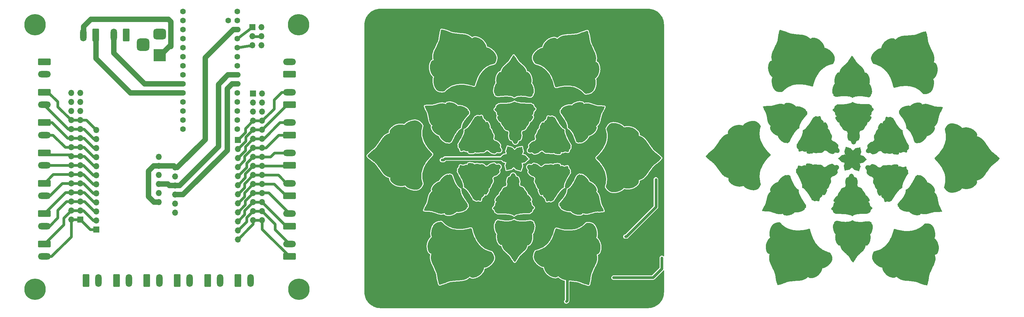
<source format=gbr>
%TF.GenerationSoftware,KiCad,Pcbnew,8.0.4*%
%TF.CreationDate,2025-01-14T19:01:53-06:00*%
%TF.ProjectId,DynaControllersquare,44796e61-436f-46e7-9472-6f6c6c657273,rev?*%
%TF.SameCoordinates,Original*%
%TF.FileFunction,Copper,L1,Top*%
%TF.FilePolarity,Positive*%
%FSLAX46Y46*%
G04 Gerber Fmt 4.6, Leading zero omitted, Abs format (unit mm)*
G04 Created by KiCad (PCBNEW 8.0.4) date 2025-01-14 19:01:53*
%MOMM*%
%LPD*%
G01*
G04 APERTURE LIST*
G04 Aperture macros list*
%AMRoundRect*
0 Rectangle with rounded corners*
0 $1 Rounding radius*
0 $2 $3 $4 $5 $6 $7 $8 $9 X,Y pos of 4 corners*
0 Add a 4 corners polygon primitive as box body*
4,1,4,$2,$3,$4,$5,$6,$7,$8,$9,$2,$3,0*
0 Add four circle primitives for the rounded corners*
1,1,$1+$1,$2,$3*
1,1,$1+$1,$4,$5*
1,1,$1+$1,$6,$7*
1,1,$1+$1,$8,$9*
0 Add four rect primitives between the rounded corners*
20,1,$1+$1,$2,$3,$4,$5,0*
20,1,$1+$1,$4,$5,$6,$7,0*
20,1,$1+$1,$6,$7,$8,$9,0*
20,1,$1+$1,$8,$9,$2,$3,0*%
G04 Aperture macros list end*
%TA.AperFunction,Conductor*%
%ADD10C,0.000000*%
%TD*%
%TA.AperFunction,ComponentPad*%
%ADD11O,1.700000X1.700000*%
%TD*%
%TA.AperFunction,ComponentPad*%
%ADD12R,1.700000X1.700000*%
%TD*%
%TA.AperFunction,ComponentPad*%
%ADD13O,3.600000X1.800000*%
%TD*%
%TA.AperFunction,ComponentPad*%
%ADD14RoundRect,0.250000X-1.550000X0.650000X-1.550000X-0.650000X1.550000X-0.650000X1.550000X0.650000X0*%
%TD*%
%TA.AperFunction,ComponentPad*%
%ADD15O,1.800000X3.600000*%
%TD*%
%TA.AperFunction,ComponentPad*%
%ADD16RoundRect,0.250000X-0.650000X-1.550000X0.650000X-1.550000X0.650000X1.550000X-0.650000X1.550000X0*%
%TD*%
%TA.AperFunction,ComponentPad*%
%ADD17RoundRect,0.250000X1.550000X-0.650000X1.550000X0.650000X-1.550000X0.650000X-1.550000X-0.650000X0*%
%TD*%
%TA.AperFunction,ComponentPad*%
%ADD18C,1.600000*%
%TD*%
%TA.AperFunction,ComponentPad*%
%ADD19C,6.000000*%
%TD*%
%TA.AperFunction,ComponentPad*%
%ADD20RoundRect,0.250000X0.650000X1.550000X-0.650000X1.550000X-0.650000X-1.550000X0.650000X-1.550000X0*%
%TD*%
%TA.AperFunction,ComponentPad*%
%ADD21RoundRect,0.875000X-0.875000X0.875000X-0.875000X-0.875000X0.875000X-0.875000X0.875000X0.875000X0*%
%TD*%
%TA.AperFunction,ComponentPad*%
%ADD22RoundRect,0.750000X-1.000000X0.750000X-1.000000X-0.750000X1.000000X-0.750000X1.000000X0.750000X0*%
%TD*%
%TA.AperFunction,ComponentPad*%
%ADD23R,3.500000X3.500000*%
%TD*%
%TA.AperFunction,ViaPad*%
%ADD24C,0.600000*%
%TD*%
%TA.AperFunction,Conductor*%
%ADD25C,0.750000*%
%TD*%
%TA.AperFunction,Conductor*%
%ADD26C,1.500000*%
%TD*%
G04 APERTURE END LIST*
D10*
%TA.AperFunction,Conductor*%
%TO.N,+3.3V*%
G36*
X308115928Y-101382289D02*
G01*
X308136595Y-101387507D01*
X308155939Y-101396006D01*
X308173835Y-101408000D01*
X308321071Y-101526520D01*
X308366877Y-101563202D01*
X308384910Y-101577419D01*
X308385158Y-101577518D01*
X308385451Y-101577537D01*
X308385789Y-101577480D01*
X308386170Y-101577347D01*
X308387054Y-101576861D01*
X308388093Y-101576095D01*
X308389274Y-101575062D01*
X308390584Y-101573775D01*
X308392012Y-101572249D01*
X308393546Y-101570498D01*
X308395173Y-101568536D01*
X308396882Y-101566376D01*
X308400498Y-101561519D01*
X308404295Y-101556038D01*
X308408179Y-101550045D01*
X308417990Y-101536231D01*
X308429253Y-101523741D01*
X308441933Y-101512567D01*
X308455999Y-101502704D01*
X308471418Y-101494143D01*
X308488158Y-101486879D01*
X308506187Y-101480905D01*
X308525472Y-101476214D01*
X308567681Y-101470654D01*
X308614528Y-101470146D01*
X308665754Y-101474637D01*
X308721099Y-101484073D01*
X308780306Y-101498400D01*
X308843115Y-101517565D01*
X308909267Y-101541514D01*
X308978505Y-101570193D01*
X309050570Y-101603549D01*
X309125202Y-101641529D01*
X309202143Y-101684078D01*
X309281135Y-101731143D01*
X309337150Y-101766514D01*
X309392861Y-101803334D01*
X309448272Y-101841606D01*
X309503385Y-101881332D01*
X309558205Y-101922516D01*
X309612735Y-101965160D01*
X309666979Y-102009268D01*
X309720940Y-102054842D01*
X309774622Y-102101886D01*
X309828028Y-102150401D01*
X309881162Y-102200392D01*
X309934028Y-102251861D01*
X309986629Y-102304810D01*
X310038968Y-102359244D01*
X310091050Y-102415165D01*
X310142878Y-102472575D01*
X310198031Y-102535851D01*
X310250906Y-102599007D01*
X310301393Y-102661860D01*
X310349381Y-102724233D01*
X310394762Y-102785944D01*
X310437424Y-102846813D01*
X310477259Y-102906662D01*
X310514157Y-102965309D01*
X310548007Y-103022574D01*
X310578699Y-103078278D01*
X310606125Y-103132241D01*
X310630174Y-103184282D01*
X310650736Y-103234222D01*
X310667701Y-103281881D01*
X310680960Y-103327079D01*
X310690403Y-103369635D01*
X310709630Y-103475165D01*
X310832760Y-103512759D01*
X310892892Y-103532002D01*
X310953256Y-103553050D01*
X311013735Y-103575841D01*
X311074214Y-103600314D01*
X311134575Y-103626405D01*
X311194703Y-103654055D01*
X311254479Y-103683200D01*
X311313789Y-103713781D01*
X311372515Y-103745734D01*
X311430541Y-103778998D01*
X311487750Y-103813512D01*
X311544025Y-103849213D01*
X311599251Y-103886041D01*
X311653310Y-103923933D01*
X311706086Y-103962828D01*
X311757463Y-104002664D01*
X311842014Y-104070982D01*
X311921721Y-104137645D01*
X311996856Y-104202966D01*
X312067692Y-104267263D01*
X312134501Y-104330852D01*
X312197555Y-104394046D01*
X312257128Y-104457164D01*
X312313491Y-104520519D01*
X312366917Y-104584429D01*
X312417679Y-104649208D01*
X312466048Y-104715172D01*
X312512298Y-104782638D01*
X312556700Y-104851920D01*
X312599528Y-104923335D01*
X312641053Y-104997199D01*
X312681549Y-105073826D01*
X312715410Y-105141654D01*
X312746595Y-105207886D01*
X312775085Y-105272448D01*
X312800862Y-105335265D01*
X312823909Y-105396263D01*
X312844205Y-105455368D01*
X312861734Y-105512504D01*
X312876477Y-105567599D01*
X312888416Y-105620577D01*
X312897532Y-105671364D01*
X312903807Y-105719887D01*
X312907223Y-105766069D01*
X312907762Y-105809839D01*
X312905404Y-105851119D01*
X312900133Y-105889838D01*
X312891929Y-105925920D01*
X312888522Y-105937656D01*
X312884994Y-105948724D01*
X312881286Y-105959219D01*
X312877335Y-105969235D01*
X312873082Y-105978868D01*
X312868465Y-105988212D01*
X312863424Y-105997362D01*
X312857898Y-106006412D01*
X312851826Y-106015457D01*
X312845147Y-106024592D01*
X312837802Y-106033911D01*
X312829728Y-106043509D01*
X312820865Y-106053482D01*
X312811153Y-106063923D01*
X312800531Y-106074927D01*
X312788937Y-106086589D01*
X312749960Y-106125205D01*
X312734563Y-106140679D01*
X312721785Y-106153996D01*
X312716352Y-106159939D01*
X312711543Y-106165454D01*
X312707348Y-106170579D01*
X312703756Y-106175352D01*
X312700757Y-106179809D01*
X312698340Y-106183988D01*
X312696497Y-106187926D01*
X312695215Y-106191661D01*
X312694486Y-106195230D01*
X312694299Y-106198670D01*
X312694642Y-106202019D01*
X312695508Y-106205314D01*
X312696884Y-106208592D01*
X312698760Y-106211890D01*
X312701128Y-106215247D01*
X312703975Y-106218699D01*
X312707292Y-106222283D01*
X312711069Y-106226037D01*
X312719961Y-106234205D01*
X312742809Y-106254222D01*
X312757500Y-106267708D01*
X312775734Y-106285207D01*
X312796789Y-106305985D01*
X312819940Y-106329306D01*
X312869637Y-106380638D01*
X312894736Y-106407177D01*
X312919038Y-106433320D01*
X312998651Y-106522808D01*
X313073135Y-106612795D01*
X313142664Y-106703673D01*
X313207411Y-106795837D01*
X313267550Y-106889682D01*
X313323255Y-106985600D01*
X313374701Y-107083988D01*
X313422062Y-107185239D01*
X313465511Y-107289746D01*
X313505223Y-107397906D01*
X313541372Y-107510110D01*
X313574131Y-107626755D01*
X313603675Y-107748234D01*
X313630177Y-107874941D01*
X313653813Y-108007271D01*
X313674755Y-108145618D01*
X313683796Y-108207296D01*
X313694759Y-108276085D01*
X313720763Y-108425761D01*
X313749395Y-108576174D01*
X313777281Y-108708849D01*
X313806018Y-108840330D01*
X313837014Y-108987591D01*
X313866533Y-109132621D01*
X313890837Y-109257407D01*
X313922903Y-109417448D01*
X313939194Y-109490226D01*
X313956050Y-109559230D01*
X313973765Y-109625251D01*
X313992634Y-109689079D01*
X314012952Y-109751504D01*
X314035014Y-109813318D01*
X314059115Y-109875310D01*
X314085548Y-109938271D01*
X314114610Y-110002992D01*
X314146594Y-110070263D01*
X314220509Y-110215618D01*
X314309653Y-110380661D01*
X314365727Y-110484269D01*
X314419115Y-110586476D01*
X314469777Y-110686792D01*
X314517677Y-110784730D01*
X314605036Y-110971517D01*
X314680889Y-111142926D01*
X314744932Y-111295049D01*
X314796864Y-111423978D01*
X314863181Y-111596621D01*
X314865335Y-111602522D01*
X314867385Y-111608501D01*
X314869323Y-111614518D01*
X314871138Y-111620530D01*
X314872822Y-111626497D01*
X314874367Y-111632377D01*
X314875763Y-111638128D01*
X314877003Y-111643709D01*
X314878077Y-111649079D01*
X314878976Y-111654197D01*
X314879692Y-111659019D01*
X314880215Y-111663507D01*
X314880538Y-111667617D01*
X314880651Y-111671308D01*
X314880546Y-111674540D01*
X314880213Y-111677270D01*
X314880205Y-111677264D01*
X314880196Y-111677259D01*
X314880178Y-111677249D01*
X314880170Y-111677244D01*
X314880162Y-111677239D01*
X314880155Y-111677235D01*
X314880152Y-111677232D01*
X314880149Y-111677230D01*
X314878503Y-111684107D01*
X314876117Y-111690656D01*
X314872998Y-111696873D01*
X314869154Y-111702753D01*
X314864592Y-111708292D01*
X314859320Y-111713485D01*
X314853345Y-111718329D01*
X314846675Y-111722818D01*
X314839317Y-111726948D01*
X314831279Y-111730715D01*
X314822568Y-111734115D01*
X314813192Y-111737142D01*
X314803157Y-111739793D01*
X314792473Y-111742063D01*
X314781145Y-111743948D01*
X314769182Y-111745443D01*
X314579926Y-111770561D01*
X314435735Y-111789039D01*
X314264389Y-111808061D01*
X314070300Y-111825074D01*
X313857882Y-111837526D01*
X313631549Y-111842865D01*
X313514543Y-111842069D01*
X313395714Y-111838538D01*
X313207067Y-111832223D01*
X313042954Y-111830749D01*
X312967985Y-111832046D01*
X312896614Y-111834815D01*
X312827996Y-111839144D01*
X312761287Y-111845120D01*
X312695640Y-111852830D01*
X312630211Y-111862363D01*
X312564155Y-111873805D01*
X312496627Y-111887244D01*
X312426781Y-111902767D01*
X312353773Y-111920462D01*
X312194889Y-111962715D01*
X312071291Y-111996261D01*
X311927110Y-112034131D01*
X311780252Y-112071680D01*
X311648626Y-112104262D01*
X311516377Y-112138130D01*
X311367730Y-112179183D01*
X311220890Y-112222235D01*
X311153835Y-112242891D01*
X311094058Y-112262102D01*
X310926377Y-112314779D01*
X310845974Y-112337905D01*
X310767555Y-112358940D01*
X310690887Y-112377925D01*
X310615739Y-112394897D01*
X310541881Y-112409896D01*
X310469080Y-112422960D01*
X310397106Y-112434129D01*
X310325727Y-112443442D01*
X310254711Y-112450937D01*
X310183828Y-112456653D01*
X310112846Y-112460630D01*
X310041533Y-112462905D01*
X309969659Y-112463519D01*
X309896991Y-112462510D01*
X309845260Y-112460374D01*
X309790816Y-112456520D01*
X309734066Y-112451030D01*
X309675418Y-112443990D01*
X309554055Y-112425602D01*
X309429987Y-112402032D01*
X309306472Y-112373960D01*
X309186770Y-112342066D01*
X309129366Y-112324897D01*
X309074138Y-112307028D01*
X309021492Y-112288542D01*
X308971836Y-112269525D01*
X308943631Y-112258052D01*
X308932312Y-112253755D01*
X308922537Y-112250691D01*
X308918156Y-112249686D01*
X308914074Y-112249065D01*
X308910260Y-112248855D01*
X308906687Y-112249082D01*
X308903325Y-112249770D01*
X308900145Y-112250946D01*
X308897116Y-112252636D01*
X308894212Y-112254864D01*
X308891401Y-112257656D01*
X308888655Y-112261039D01*
X308885945Y-112265037D01*
X308883241Y-112269677D01*
X308877736Y-112280983D01*
X308871906Y-112295162D01*
X308865518Y-112312418D01*
X308858338Y-112332957D01*
X308840667Y-112384705D01*
X308835251Y-112400177D01*
X308830000Y-112414494D01*
X308824856Y-112427752D01*
X308819760Y-112440047D01*
X308814652Y-112451475D01*
X308809475Y-112462133D01*
X308804170Y-112472115D01*
X308798677Y-112481518D01*
X308792937Y-112490438D01*
X308786893Y-112498972D01*
X308780485Y-112507215D01*
X308773655Y-112515262D01*
X308766343Y-112523211D01*
X308758491Y-112531157D01*
X308750040Y-112539197D01*
X308740931Y-112547425D01*
X308711936Y-112570682D01*
X308679260Y-112592496D01*
X308642979Y-112612850D01*
X308603167Y-112631729D01*
X308559900Y-112649115D01*
X308513253Y-112664992D01*
X308463302Y-112679343D01*
X308410121Y-112692152D01*
X308353787Y-112703402D01*
X308294374Y-112713077D01*
X308231958Y-112721160D01*
X308166614Y-112727634D01*
X308098417Y-112732482D01*
X308027443Y-112735689D01*
X307953767Y-112737238D01*
X307877464Y-112737111D01*
X307790271Y-112734973D01*
X307705123Y-112730696D01*
X307621613Y-112724176D01*
X307539335Y-112715312D01*
X307457882Y-112704001D01*
X307376849Y-112690140D01*
X307295830Y-112673626D01*
X307214418Y-112654358D01*
X307132208Y-112632232D01*
X307048794Y-112607146D01*
X306963769Y-112578996D01*
X306876727Y-112547682D01*
X306787262Y-112513099D01*
X306694968Y-112475146D01*
X306500270Y-112388717D01*
X306441530Y-112360628D01*
X306383022Y-112330878D01*
X306324853Y-112299543D01*
X306267130Y-112266699D01*
X306209962Y-112232422D01*
X306153454Y-112196790D01*
X306097715Y-112159878D01*
X306042852Y-112121764D01*
X305988972Y-112082522D01*
X305936183Y-112042231D01*
X305884591Y-112000966D01*
X305834304Y-111958804D01*
X305785429Y-111915821D01*
X305738074Y-111872093D01*
X305692346Y-111827698D01*
X305648352Y-111782711D01*
X305559912Y-111689792D01*
X305456016Y-111719324D01*
X305413362Y-111729745D01*
X305366631Y-111737939D01*
X305316036Y-111743924D01*
X305261787Y-111747720D01*
X305204095Y-111749343D01*
X305143173Y-111748812D01*
X305079231Y-111746144D01*
X305012482Y-111741359D01*
X304943135Y-111734473D01*
X304871403Y-111725505D01*
X304797498Y-111714472D01*
X304721629Y-111701394D01*
X304564851Y-111669169D01*
X304402758Y-111628976D01*
X304254336Y-111586655D01*
X304110837Y-111540783D01*
X303972226Y-111491345D01*
X303838468Y-111438329D01*
X303773399Y-111410474D01*
X303709531Y-111381720D01*
X303646859Y-111352063D01*
X303585378Y-111321503D01*
X303525086Y-111290038D01*
X303465977Y-111257666D01*
X303408048Y-111224385D01*
X303351293Y-111190194D01*
X303273803Y-111140734D01*
X303201303Y-111091101D01*
X303133955Y-111041501D01*
X303071923Y-110992142D01*
X303015369Y-110943229D01*
X302964457Y-110894968D01*
X302941167Y-110871147D01*
X302919349Y-110847566D01*
X302899023Y-110824252D01*
X302880209Y-110801230D01*
X302862927Y-110778526D01*
X302847199Y-110756165D01*
X302833044Y-110734174D01*
X302820483Y-110712578D01*
X302809535Y-110691404D01*
X302800223Y-110670676D01*
X302792565Y-110650420D01*
X302786582Y-110630663D01*
X302782295Y-110611431D01*
X302779724Y-110592748D01*
X302778889Y-110574641D01*
X302779811Y-110557136D01*
X302782510Y-110540258D01*
X302787006Y-110524033D01*
X302793320Y-110508487D01*
X302801473Y-110493646D01*
X302803369Y-110490569D01*
X302805166Y-110487550D01*
X302806858Y-110484607D01*
X302808436Y-110481755D01*
X302809894Y-110479013D01*
X302811225Y-110476397D01*
X302812420Y-110473924D01*
X302813473Y-110471610D01*
X302814377Y-110469473D01*
X302815124Y-110467529D01*
X302815708Y-110465795D01*
X302816120Y-110464289D01*
X302816260Y-110463626D01*
X302816354Y-110463026D01*
X302816402Y-110462492D01*
X302816402Y-110462025D01*
X302816354Y-110461627D01*
X302816258Y-110461301D01*
X302816111Y-110461048D01*
X302815913Y-110460872D01*
X302741656Y-110426580D01*
X302569395Y-110347972D01*
X302550234Y-110337403D01*
X302532826Y-110324082D01*
X302517084Y-110308212D01*
X302502921Y-110289995D01*
X302490249Y-110269634D01*
X302478981Y-110247331D01*
X302469029Y-110223289D01*
X302460307Y-110197711D01*
X302452726Y-110170798D01*
X302446199Y-110142753D01*
X302435960Y-110084078D01*
X302428889Y-110023307D01*
X302424288Y-109962060D01*
X302416600Y-109744704D01*
X302413863Y-109705375D01*
X302409401Y-109675289D01*
X302406304Y-109664219D01*
X302402515Y-109656068D01*
X302397945Y-109651037D01*
X302392507Y-109649330D01*
X302374913Y-109643407D01*
X302372802Y-109625734D01*
X302411129Y-109556898D01*
X302499681Y-109446340D01*
X302630650Y-109297578D01*
X302988614Y-108899514D01*
X303422563Y-108390849D01*
X303648514Y-108103837D01*
X303870041Y-107799727D01*
X304079335Y-107482039D01*
X304268591Y-107154291D01*
X304430000Y-106820000D01*
X304497823Y-106651500D01*
X304555756Y-106482684D01*
X304602825Y-106313991D01*
X304638052Y-106145861D01*
X304660462Y-105978734D01*
X304669080Y-105813049D01*
X304669367Y-105731213D01*
X304669791Y-105698519D01*
X304670979Y-105670472D01*
X304673366Y-105646442D01*
X304675145Y-105635737D01*
X304677386Y-105625802D01*
X304680143Y-105616558D01*
X304683472Y-105607926D01*
X304687425Y-105599827D01*
X304692057Y-105592184D01*
X304697423Y-105584918D01*
X304703577Y-105577950D01*
X304710572Y-105571202D01*
X304718463Y-105564595D01*
X304727305Y-105558052D01*
X304737151Y-105551493D01*
X304760074Y-105538015D01*
X304787666Y-105523533D01*
X304820359Y-105507421D01*
X304902789Y-105467792D01*
X305030818Y-105397745D01*
X305157194Y-105313082D01*
X305281783Y-105214956D01*
X305404450Y-105104517D01*
X305525060Y-104982919D01*
X305643479Y-104851313D01*
X305759571Y-104710851D01*
X305873203Y-104562684D01*
X306092545Y-104247847D01*
X306300426Y-103916017D01*
X306495770Y-103576410D01*
X306677497Y-103238240D01*
X306995794Y-102603078D01*
X307246693Y-102084254D01*
X307344174Y-101891508D01*
X307421573Y-101755493D01*
X307452404Y-101711640D01*
X307477811Y-101685425D01*
X307497658Y-101678001D01*
X307511811Y-101690519D01*
X307515621Y-101694227D01*
X307521790Y-101694973D01*
X307530189Y-101692974D01*
X307540693Y-101688444D01*
X307567505Y-101672654D01*
X307601211Y-101649324D01*
X307685242Y-101586932D01*
X307784665Y-101515043D01*
X307837611Y-101479842D01*
X307891358Y-101447431D01*
X307944893Y-101419534D01*
X307971263Y-101407815D01*
X307997199Y-101397871D01*
X308022574Y-101389915D01*
X308047261Y-101384164D01*
X308071134Y-101380832D01*
X308094065Y-101380136D01*
X308115928Y-101382289D01*
G37*
%TD.AperFunction*%
%TA.AperFunction,Conductor*%
%TO.N,Net-(J16-Pin_13)*%
G36*
X222891978Y-86818049D02*
G01*
X222980910Y-86822885D01*
X223070524Y-86830159D01*
X223160827Y-86839872D01*
X223251824Y-86852025D01*
X223343522Y-86866619D01*
X223435927Y-86883656D01*
X223529045Y-86903137D01*
X223622882Y-86925062D01*
X223717443Y-86949434D01*
X223812736Y-86976252D01*
X223908766Y-87005519D01*
X224005539Y-87037236D01*
X224103061Y-87071403D01*
X224300377Y-87147094D01*
X224407308Y-87191928D01*
X224511576Y-87238632D01*
X224612932Y-87287035D01*
X224711122Y-87336967D01*
X224805898Y-87388259D01*
X224897007Y-87440741D01*
X224984200Y-87494243D01*
X225067224Y-87548595D01*
X225145829Y-87603626D01*
X225219763Y-87659168D01*
X225288777Y-87715050D01*
X225352619Y-87771103D01*
X225411038Y-87827156D01*
X225463782Y-87883039D01*
X225510602Y-87938584D01*
X225551246Y-87993619D01*
X225647288Y-88133867D01*
X225813018Y-88079183D01*
X225894573Y-88053802D01*
X225977663Y-88030906D01*
X226062110Y-88010508D01*
X226147741Y-87992620D01*
X226234379Y-87977256D01*
X226321849Y-87964428D01*
X226409977Y-87954148D01*
X226498586Y-87946431D01*
X226587502Y-87941289D01*
X226676550Y-87938734D01*
X226765553Y-87938780D01*
X226854337Y-87941439D01*
X226942727Y-87946724D01*
X227030547Y-87954648D01*
X227117622Y-87965223D01*
X227203776Y-87978463D01*
X227347506Y-88004372D01*
X227484591Y-88032167D01*
X227615561Y-88062075D01*
X227740948Y-88094322D01*
X227861280Y-88129134D01*
X227977090Y-88166738D01*
X228088907Y-88207359D01*
X228197261Y-88251224D01*
X228302684Y-88298559D01*
X228405705Y-88349590D01*
X228506856Y-88404544D01*
X228606666Y-88463646D01*
X228705666Y-88527123D01*
X228804386Y-88595201D01*
X228903357Y-88668106D01*
X229003110Y-88746064D01*
X229089165Y-88816855D01*
X229171070Y-88887671D01*
X229248751Y-88958418D01*
X229322136Y-89029002D01*
X229391151Y-89099327D01*
X229455723Y-89169300D01*
X229515780Y-89238826D01*
X229571247Y-89307811D01*
X229622053Y-89376159D01*
X229668124Y-89443777D01*
X229709386Y-89510570D01*
X229745768Y-89576443D01*
X229777195Y-89641302D01*
X229803595Y-89705053D01*
X229824895Y-89767600D01*
X229841022Y-89828850D01*
X229849234Y-89869135D01*
X229852429Y-89888141D01*
X229855014Y-89906650D01*
X229856986Y-89924858D01*
X229858344Y-89942962D01*
X229859085Y-89961157D01*
X229859208Y-89979641D01*
X229858710Y-89998607D01*
X229857589Y-90018254D01*
X229855844Y-90038776D01*
X229853472Y-90060371D01*
X229846838Y-90107561D01*
X229837672Y-90161391D01*
X229820780Y-90254118D01*
X229814262Y-90291076D01*
X229809186Y-90322456D01*
X229805671Y-90348778D01*
X229804534Y-90360205D01*
X229803832Y-90370562D01*
X229803578Y-90379915D01*
X229803788Y-90388328D01*
X229804476Y-90395867D01*
X229805656Y-90402596D01*
X229807344Y-90408580D01*
X229809554Y-90413884D01*
X229812301Y-90418574D01*
X229815599Y-90422714D01*
X229819464Y-90426370D01*
X229823909Y-90429606D01*
X229828950Y-90432486D01*
X229834600Y-90435077D01*
X229840876Y-90437443D01*
X229847792Y-90439649D01*
X229863600Y-90443842D01*
X229903537Y-90453167D01*
X229929646Y-90460079D01*
X229962590Y-90469795D01*
X230001032Y-90481867D01*
X230043636Y-90495850D01*
X230135986Y-90527763D01*
X230228949Y-90561964D01*
X230382000Y-90623921D01*
X230529600Y-90691237D01*
X230672223Y-90764344D01*
X230810343Y-90843674D01*
X230944436Y-90929658D01*
X231074975Y-91022729D01*
X231202435Y-91123319D01*
X231327291Y-91231859D01*
X231450017Y-91348782D01*
X231571087Y-91474519D01*
X231690976Y-91609503D01*
X231810158Y-91754165D01*
X231929108Y-91908937D01*
X232048300Y-92074252D01*
X232168209Y-92250540D01*
X232289309Y-92438235D01*
X232342960Y-92522179D01*
X232403792Y-92615010D01*
X232538587Y-92815064D01*
X232676873Y-93013850D01*
X232742069Y-93105096D01*
X232801829Y-93186821D01*
X232926916Y-93357252D01*
X233065664Y-93549208D01*
X233201164Y-93739162D01*
X233316509Y-93903589D01*
X233465463Y-94113664D01*
X233535132Y-94207657D01*
X233602782Y-94295508D01*
X233669304Y-94378130D01*
X233735587Y-94456441D01*
X233802521Y-94531353D01*
X233870997Y-94603783D01*
X233941903Y-94674645D01*
X234016131Y-94744854D01*
X234094569Y-94815325D01*
X234178108Y-94886974D01*
X234267639Y-94960715D01*
X234364050Y-95037463D01*
X234581075Y-95203641D01*
X234717447Y-95307860D01*
X234849794Y-95412405D01*
X234977727Y-95516580D01*
X235100861Y-95619690D01*
X235218809Y-95721040D01*
X235331184Y-95819934D01*
X235537665Y-96007575D01*
X235717210Y-96177050D01*
X235866724Y-96322798D01*
X236063279Y-96520862D01*
X236069871Y-96527732D01*
X236076400Y-96534813D01*
X236082828Y-96542052D01*
X236089114Y-96549395D01*
X236095221Y-96556787D01*
X236101108Y-96564174D01*
X236106737Y-96571504D01*
X236112069Y-96578721D01*
X236117064Y-96585771D01*
X236121684Y-96592602D01*
X236125889Y-96599159D01*
X236129640Y-96605387D01*
X236132899Y-96611233D01*
X236135625Y-96616644D01*
X236137781Y-96621564D01*
X236139327Y-96625940D01*
X236139314Y-96625939D01*
X236139301Y-96625938D01*
X236139289Y-96625938D01*
X236139278Y-96625937D01*
X236139266Y-96625937D01*
X236139255Y-96625937D01*
X236139234Y-96625937D01*
X236142213Y-96637684D01*
X236144125Y-96649608D01*
X236144974Y-96661696D01*
X236144766Y-96673934D01*
X236143507Y-96686308D01*
X236141201Y-96698806D01*
X236137854Y-96711414D01*
X236133471Y-96724118D01*
X236128058Y-96736906D01*
X236121620Y-96749763D01*
X236114163Y-96762677D01*
X236105691Y-96775634D01*
X236096210Y-96788621D01*
X236085725Y-96801624D01*
X236074242Y-96814629D01*
X236061766Y-96827625D01*
X235865407Y-97035431D01*
X235715343Y-97192771D01*
X235534949Y-97375359D01*
X235327419Y-97575414D01*
X235214476Y-97679560D01*
X235095948Y-97785154D01*
X234972232Y-97891223D01*
X234843730Y-97996796D01*
X234710840Y-98100899D01*
X234573961Y-98202559D01*
X234356161Y-98362891D01*
X234259391Y-98437043D01*
X234169516Y-98508372D01*
X234085642Y-98577770D01*
X234006874Y-98646129D01*
X233932318Y-98714338D01*
X233861080Y-98783289D01*
X233792265Y-98853874D01*
X233724980Y-98926982D01*
X233658330Y-99003505D01*
X233591420Y-99084335D01*
X233523357Y-99170361D01*
X233453247Y-99262475D01*
X233303306Y-99468531D01*
X233187144Y-99629836D01*
X233050746Y-99816119D01*
X232911094Y-100004330D01*
X232785170Y-100171419D01*
X232725055Y-100251510D01*
X232659450Y-100340987D01*
X232520244Y-100536038D01*
X232384488Y-100732450D01*
X232323197Y-100823629D01*
X232269121Y-100906102D01*
X232192224Y-101023587D01*
X232116567Y-101135634D01*
X232041916Y-101242510D01*
X231968037Y-101344482D01*
X231894694Y-101441815D01*
X231821655Y-101534776D01*
X231748684Y-101623631D01*
X231675547Y-101708647D01*
X231602011Y-101790089D01*
X231527840Y-101868224D01*
X231452800Y-101943318D01*
X231376658Y-102015638D01*
X231299179Y-102085449D01*
X231220129Y-102153019D01*
X231139272Y-102218612D01*
X231056376Y-102282496D01*
X230996367Y-102325861D01*
X230932078Y-102369101D01*
X230864031Y-102411974D01*
X230792746Y-102454241D01*
X230718742Y-102495663D01*
X230642541Y-102535999D01*
X230564663Y-102575011D01*
X230485629Y-102612457D01*
X230405959Y-102648099D01*
X230326173Y-102681696D01*
X230246792Y-102713008D01*
X230168336Y-102741797D01*
X230091326Y-102767821D01*
X230016283Y-102790842D01*
X229943726Y-102810619D01*
X229874176Y-102826913D01*
X229834198Y-102835166D01*
X229818371Y-102838936D01*
X229805160Y-102843157D01*
X229794443Y-102848345D01*
X229789983Y-102851463D01*
X229786102Y-102855016D01*
X229782784Y-102859069D01*
X229780015Y-102863687D01*
X229777781Y-102868934D01*
X229776064Y-102874874D01*
X229774852Y-102881572D01*
X229774129Y-102889093D01*
X229774089Y-102906860D01*
X229775824Y-102928692D01*
X229779215Y-102955105D01*
X229790483Y-103023740D01*
X229806935Y-103116894D01*
X229815845Y-103170968D01*
X229819362Y-103195392D01*
X229822254Y-103218335D01*
X229824525Y-103239993D01*
X229826173Y-103260563D01*
X229827201Y-103280241D01*
X229827609Y-103299223D01*
X229827399Y-103317706D01*
X229826571Y-103335885D01*
X229825128Y-103353957D01*
X229823069Y-103372118D01*
X229820396Y-103390565D01*
X229817111Y-103409493D01*
X229813214Y-103429099D01*
X229808706Y-103449579D01*
X229792288Y-103510391D01*
X229770691Y-103572362D01*
X229743989Y-103635398D01*
X229712256Y-103699409D01*
X229675564Y-103764300D01*
X229633987Y-103829979D01*
X229587599Y-103896355D01*
X229536473Y-103963333D01*
X229480682Y-104030823D01*
X229420301Y-104098730D01*
X229355401Y-104166963D01*
X229286058Y-104235429D01*
X229212343Y-104304035D01*
X229134332Y-104372690D01*
X229052096Y-104441299D01*
X228965710Y-104509772D01*
X228865594Y-104585042D01*
X228766284Y-104655280D01*
X228667247Y-104720696D01*
X228567953Y-104781503D01*
X228467869Y-104837913D01*
X228366465Y-104890139D01*
X228263208Y-104938393D01*
X228157567Y-104982887D01*
X228049011Y-105023833D01*
X227937009Y-105061444D01*
X227821028Y-105095931D01*
X227700537Y-105127508D01*
X227575005Y-105156385D01*
X227443901Y-105182777D01*
X227306692Y-105206894D01*
X227162848Y-105228950D01*
X227076638Y-105239874D01*
X226989520Y-105248108D01*
X226901669Y-105253671D01*
X226813261Y-105256580D01*
X226724471Y-105256852D01*
X226635474Y-105254505D01*
X226546445Y-105249557D01*
X226457560Y-105242025D01*
X226368993Y-105231926D01*
X226280920Y-105219278D01*
X226193516Y-105204100D01*
X226106956Y-105186407D01*
X226021416Y-105166218D01*
X225937070Y-105143550D01*
X225854094Y-105118422D01*
X225772663Y-105090849D01*
X225607199Y-105031716D01*
X225510497Y-105169300D01*
X225469595Y-105223239D01*
X225422515Y-105277524D01*
X225369509Y-105331989D01*
X225310828Y-105386473D01*
X225246724Y-105440811D01*
X225177450Y-105494840D01*
X225103256Y-105548398D01*
X225024395Y-105601320D01*
X224941118Y-105653443D01*
X224853677Y-105704604D01*
X224762323Y-105754639D01*
X224667309Y-105803386D01*
X224568887Y-105850680D01*
X224467307Y-105896358D01*
X224362822Y-105940258D01*
X224255684Y-105982215D01*
X224156468Y-106018622D01*
X224058024Y-106052594D01*
X223960347Y-106084134D01*
X223863431Y-106113243D01*
X223767269Y-106139920D01*
X223671856Y-106164169D01*
X223577185Y-106185990D01*
X223483251Y-106205385D01*
X223390047Y-106222353D01*
X223297567Y-106236898D01*
X223205805Y-106249020D01*
X223114756Y-106258720D01*
X223024412Y-106266000D01*
X222934769Y-106270861D01*
X222845820Y-106273303D01*
X222757559Y-106273329D01*
X222635661Y-106269234D01*
X222519929Y-106260416D01*
X222409961Y-106247035D01*
X222305357Y-106229251D01*
X222205716Y-106207223D01*
X222110635Y-106181111D01*
X222019715Y-106151074D01*
X221932554Y-106117272D01*
X221848751Y-106079863D01*
X221767904Y-106039009D01*
X221689613Y-105994867D01*
X221613476Y-105947598D01*
X221539093Y-105897361D01*
X221466061Y-105844316D01*
X221393981Y-105788621D01*
X221322451Y-105730437D01*
X221248405Y-105666656D01*
X221179240Y-105602859D01*
X221114716Y-105539275D01*
X221054590Y-105476130D01*
X220998622Y-105413654D01*
X220946569Y-105352074D01*
X220898190Y-105291618D01*
X220853243Y-105232514D01*
X220811488Y-105174991D01*
X220772681Y-105119276D01*
X220702951Y-105014184D01*
X220588255Y-104835733D01*
X220572272Y-104740419D01*
X220598704Y-104581083D01*
X220726715Y-104080016D01*
X220802242Y-103743120D01*
X220868082Y-103351874D01*
X220911210Y-102908695D01*
X220918600Y-102416000D01*
X220877227Y-101876208D01*
X220774065Y-101291736D01*
X220695243Y-100983501D01*
X220596089Y-100665002D01*
X220474974Y-100336542D01*
X220330272Y-99998424D01*
X220160353Y-99650948D01*
X219963590Y-99294419D01*
X219738353Y-98929137D01*
X219483016Y-98555405D01*
X219195949Y-98173526D01*
X218875525Y-97783801D01*
X218520115Y-97386532D01*
X218128092Y-96982023D01*
X218076135Y-96929079D01*
X218030824Y-96879626D01*
X218010691Y-96856042D01*
X217992257Y-96833132D01*
X217975534Y-96810828D01*
X217960533Y-96789065D01*
X217947268Y-96767776D01*
X217935750Y-96746895D01*
X217925992Y-96726356D01*
X217918006Y-96706091D01*
X217911804Y-96686034D01*
X217907399Y-96666120D01*
X217904803Y-96646282D01*
X217904028Y-96626453D01*
X217905086Y-96606567D01*
X217907989Y-96586557D01*
X217912751Y-96566357D01*
X217919383Y-96545902D01*
X217927897Y-96525123D01*
X217938306Y-96503956D01*
X217950622Y-96482333D01*
X217964857Y-96460188D01*
X217981024Y-96437454D01*
X217999135Y-96414066D01*
X218019201Y-96389957D01*
X218041236Y-96365061D01*
X218091260Y-96312640D01*
X218149305Y-96256272D01*
X218552132Y-95861559D01*
X218918226Y-95472658D01*
X219249189Y-95089939D01*
X219546626Y-94713773D01*
X219812141Y-94344531D01*
X220047336Y-93982583D01*
X220253817Y-93628301D01*
X220433185Y-93282055D01*
X220587046Y-92944217D01*
X220717003Y-92615156D01*
X220824658Y-92295244D01*
X220911617Y-91984851D01*
X220979483Y-91684349D01*
X221029859Y-91394109D01*
X221064349Y-91114500D01*
X221084556Y-90845894D01*
X221092085Y-90588661D01*
X221088539Y-90343173D01*
X221075521Y-90109801D01*
X221054636Y-89888914D01*
X220995677Y-89486083D01*
X220924492Y-89137646D01*
X220796756Y-88615820D01*
X220765866Y-88448364D01*
X220764277Y-88389299D01*
X220774065Y-88347169D01*
X220823297Y-88245834D01*
X220881765Y-88130942D01*
X220949316Y-88005768D01*
X221025797Y-87873584D01*
X221067339Y-87805888D01*
X221111056Y-87737666D01*
X221156928Y-87669330D01*
X221204938Y-87601287D01*
X221255065Y-87533948D01*
X221307291Y-87467721D01*
X221361597Y-87403016D01*
X221417963Y-87340242D01*
X221473609Y-87283289D01*
X221532745Y-87228544D01*
X221595507Y-87176224D01*
X221662033Y-87126547D01*
X221732459Y-87079730D01*
X221806922Y-87035991D01*
X221885560Y-86995545D01*
X221968508Y-86958612D01*
X222055904Y-86925408D01*
X222147886Y-86896150D01*
X222244589Y-86871057D01*
X222346150Y-86850344D01*
X222452708Y-86834229D01*
X222564398Y-86822931D01*
X222681357Y-86816665D01*
X222803722Y-86815650D01*
X222891978Y-86818049D01*
G37*
%TD.AperFunction*%
%TA.AperFunction,Conductor*%
%TO.N,Net-(J16-Pin_7)*%
G36*
X167074127Y-86119245D02*
G01*
X167189948Y-86124973D01*
X167300070Y-86135418D01*
X167404891Y-86150409D01*
X167504812Y-86169776D01*
X167600231Y-86193349D01*
X167691545Y-86220958D01*
X167779156Y-86252432D01*
X167863460Y-86287601D01*
X167944857Y-86326295D01*
X168023746Y-86368344D01*
X168100525Y-86413578D01*
X168175593Y-86461827D01*
X168249349Y-86512919D01*
X168322193Y-86566687D01*
X168394521Y-86622958D01*
X168469443Y-86684758D01*
X168539484Y-86746705D01*
X168604884Y-86808563D01*
X168665880Y-86870099D01*
X168722712Y-86931078D01*
X168775616Y-86991265D01*
X168824832Y-87050426D01*
X168870597Y-87108326D01*
X168913150Y-87164731D01*
X168952729Y-87219407D01*
X169023919Y-87322631D01*
X169141094Y-87498006D01*
X169158416Y-87592889D01*
X169134238Y-87752921D01*
X169013330Y-88257375D01*
X168942576Y-88596266D01*
X168882271Y-88989246D01*
X168845403Y-89433549D01*
X168844960Y-89926411D01*
X168893928Y-90465066D01*
X168941000Y-90750701D01*
X169005296Y-91046748D01*
X169088438Y-91352861D01*
X169192050Y-91668693D01*
X169317756Y-91993900D01*
X169467179Y-92328136D01*
X169641942Y-92671054D01*
X169843669Y-93022310D01*
X170073984Y-93381558D01*
X170334509Y-93748451D01*
X170626868Y-94122645D01*
X170952685Y-94503794D01*
X171313582Y-94891551D01*
X171711185Y-95285572D01*
X171763873Y-95337125D01*
X171809867Y-95385366D01*
X171849078Y-95430828D01*
X171866110Y-95452683D01*
X171881413Y-95474044D01*
X171894974Y-95494978D01*
X171906783Y-95515550D01*
X171916828Y-95535828D01*
X171925097Y-95555879D01*
X171931580Y-95575768D01*
X171936264Y-95595563D01*
X171939139Y-95615331D01*
X171940194Y-95635139D01*
X171939416Y-95655052D01*
X171936796Y-95675138D01*
X171932320Y-95695463D01*
X171925978Y-95716095D01*
X171917760Y-95737099D01*
X171907652Y-95758543D01*
X171895644Y-95780494D01*
X171881726Y-95803017D01*
X171865884Y-95826181D01*
X171848108Y-95850051D01*
X171828388Y-95874694D01*
X171806710Y-95900177D01*
X171757440Y-95953930D01*
X171700207Y-96011843D01*
X171303070Y-96417284D01*
X170942574Y-96815933D01*
X170617110Y-97207462D01*
X170325069Y-97591544D01*
X170064842Y-97967850D01*
X169834823Y-98336053D01*
X169633401Y-98695825D01*
X169458970Y-99046837D01*
X169309919Y-99388762D01*
X169184642Y-99721271D01*
X169081529Y-100044037D01*
X168998973Y-100356731D01*
X168935364Y-100659026D01*
X168889096Y-100950594D01*
X168858558Y-101231106D01*
X168842143Y-101500235D01*
X168838242Y-101757652D01*
X168845247Y-102003031D01*
X168861550Y-102236041D01*
X168885542Y-102456357D01*
X168950161Y-102857590D01*
X169026236Y-103204105D01*
X169161287Y-103722489D01*
X169194528Y-103889109D01*
X169196949Y-103948128D01*
X169187758Y-103990516D01*
X169139972Y-104093159D01*
X169083143Y-104209604D01*
X169017378Y-104336574D01*
X168942785Y-104470791D01*
X168902210Y-104539593D01*
X168859469Y-104608977D01*
X168814574Y-104678534D01*
X168767539Y-104747854D01*
X168718376Y-104816528D01*
X168667100Y-104884145D01*
X168613724Y-104950296D01*
X168558261Y-105014571D01*
X168503435Y-105073005D01*
X168445089Y-105129324D01*
X168383084Y-105183315D01*
X168317280Y-105234765D01*
X168247537Y-105283458D01*
X168173714Y-105329183D01*
X168095671Y-105371725D01*
X168013270Y-105410870D01*
X167926369Y-105446405D01*
X167834829Y-105478116D01*
X167738511Y-105505790D01*
X167637273Y-105529213D01*
X167530976Y-105548171D01*
X167419480Y-105562451D01*
X167302645Y-105571838D01*
X167180332Y-105576120D01*
X167092070Y-105576076D01*
X167003097Y-105573613D01*
X166913408Y-105568731D01*
X166822996Y-105561428D01*
X166731856Y-105551704D01*
X166639980Y-105539558D01*
X166547364Y-105524988D01*
X166454001Y-105507993D01*
X166359886Y-105488573D01*
X166265011Y-105466727D01*
X166169371Y-105442453D01*
X166072959Y-105415751D01*
X165975771Y-105386619D01*
X165877799Y-105355057D01*
X165679481Y-105284636D01*
X165571950Y-105242660D01*
X165467055Y-105198743D01*
X165365049Y-105153048D01*
X165266184Y-105105740D01*
X165170714Y-105056981D01*
X165078893Y-105006935D01*
X164990974Y-104955764D01*
X164907209Y-104903631D01*
X164827853Y-104850701D01*
X164753158Y-104797136D01*
X164683378Y-104743100D01*
X164618766Y-104688754D01*
X164559576Y-104634264D01*
X164506060Y-104579791D01*
X164458472Y-104525500D01*
X164417065Y-104471553D01*
X164319069Y-104333879D01*
X164154167Y-104392984D01*
X164072995Y-104420539D01*
X163990254Y-104445651D01*
X163906120Y-104468302D01*
X163820769Y-104488474D01*
X163734374Y-104506149D01*
X163647112Y-104521311D01*
X163559158Y-104533942D01*
X163470685Y-104544023D01*
X163381870Y-104551539D01*
X163292887Y-104556470D01*
X163203911Y-104558800D01*
X163115118Y-104558511D01*
X163026682Y-104555586D01*
X162938778Y-104550007D01*
X162851582Y-104541756D01*
X162765268Y-104530816D01*
X162621218Y-104508745D01*
X162483784Y-104484610D01*
X162352434Y-104458200D01*
X162226632Y-104429302D01*
X162105846Y-104397704D01*
X161989543Y-104363193D01*
X161877189Y-104325559D01*
X161768250Y-104284589D01*
X161662193Y-104240071D01*
X161558484Y-104191793D01*
X161456591Y-104139543D01*
X161355979Y-104083109D01*
X161256115Y-104022278D01*
X161156465Y-103956839D01*
X161056497Y-103886581D01*
X160955676Y-103811289D01*
X160868650Y-103742800D01*
X160785773Y-103674174D01*
X160707120Y-103605505D01*
X160632764Y-103536884D01*
X160562779Y-103468405D01*
X160497242Y-103400159D01*
X160436224Y-103332240D01*
X160379802Y-103264740D01*
X160328049Y-103197752D01*
X160281040Y-103131368D01*
X160238849Y-103065680D01*
X160201551Y-103000782D01*
X160169219Y-102936765D01*
X160141928Y-102873723D01*
X160119753Y-102811748D01*
X160102767Y-102750932D01*
X160093989Y-102710868D01*
X160090527Y-102691950D01*
X160087682Y-102673511D01*
X160085454Y-102655357D01*
X160083841Y-102637291D01*
X160082843Y-102619117D01*
X160082460Y-102600638D01*
X160082691Y-102581660D01*
X160083535Y-102561985D01*
X160084990Y-102541417D01*
X160087058Y-102519761D01*
X160093026Y-102472397D01*
X160101431Y-102418326D01*
X160117010Y-102325153D01*
X160123004Y-102288024D01*
X160127635Y-102256511D01*
X160130778Y-102230096D01*
X160131753Y-102218640D01*
X160132309Y-102208264D01*
X160132431Y-102198905D01*
X160132103Y-102190498D01*
X160131309Y-102182978D01*
X160130034Y-102176281D01*
X160128262Y-102170342D01*
X160125978Y-102165097D01*
X160123166Y-102160481D01*
X160119811Y-102156429D01*
X160115896Y-102152877D01*
X160111407Y-102149760D01*
X160106328Y-102147014D01*
X160100642Y-102144574D01*
X160094335Y-102142375D01*
X160087391Y-102140353D01*
X160071530Y-102136583D01*
X160031475Y-102128323D01*
X160005275Y-102122109D01*
X159972204Y-102113273D01*
X159933603Y-102102228D01*
X159890816Y-102089383D01*
X159798047Y-102059937D01*
X159704631Y-102028221D01*
X159550754Y-101970353D01*
X159402252Y-101906981D01*
X159258643Y-101837686D01*
X159119447Y-101762047D01*
X158984185Y-101679647D01*
X158852375Y-101590066D01*
X158723537Y-101492885D01*
X158597190Y-101387683D01*
X158472855Y-101274043D01*
X158350051Y-101151545D01*
X158228298Y-101019769D01*
X158107114Y-100878297D01*
X157986020Y-100726709D01*
X157864536Y-100564586D01*
X157742180Y-100391508D01*
X157618473Y-100207057D01*
X157563655Y-100124552D01*
X157501532Y-100033350D01*
X157363955Y-99836907D01*
X157222907Y-99641825D01*
X157156445Y-99552324D01*
X157095551Y-99472198D01*
X156968108Y-99305117D01*
X156826700Y-99116876D01*
X156688563Y-98930549D01*
X156570932Y-98769210D01*
X156419064Y-98563124D01*
X156348092Y-98470997D01*
X156279225Y-98384957D01*
X156211559Y-98304115D01*
X156144193Y-98227579D01*
X156076224Y-98154457D01*
X156006750Y-98083860D01*
X155934867Y-98014895D01*
X155859673Y-97946671D01*
X155780266Y-97878298D01*
X155695742Y-97808883D01*
X155605201Y-97737537D01*
X155507738Y-97663367D01*
X155288438Y-97502994D01*
X155150640Y-97402421D01*
X155016862Y-97301415D01*
X154887501Y-97200661D01*
X154762952Y-97100843D01*
X154643613Y-97002648D01*
X154529880Y-96906759D01*
X154320820Y-96724641D01*
X154138942Y-96559967D01*
X153987421Y-96418219D01*
X153788135Y-96225411D01*
X153781448Y-96218717D01*
X153774820Y-96211811D01*
X153768292Y-96204744D01*
X153761903Y-96197570D01*
X153755694Y-96190342D01*
X153749704Y-96183112D01*
X153743973Y-96175934D01*
X153738541Y-96168860D01*
X153733448Y-96161944D01*
X153728733Y-96155238D01*
X153724437Y-96148794D01*
X153720599Y-96142667D01*
X153717259Y-96136909D01*
X153714457Y-96131572D01*
X153712233Y-96126710D01*
X153710626Y-96122376D01*
X153710725Y-96122376D01*
X153707580Y-96110708D01*
X153705500Y-96098835D01*
X153704480Y-96086770D01*
X153704515Y-96074527D01*
X153705599Y-96062119D01*
X153707729Y-96049561D01*
X153710897Y-96036864D01*
X153715099Y-96024044D01*
X153720331Y-96011112D01*
X153726586Y-95998084D01*
X153733860Y-95984972D01*
X153742147Y-95971790D01*
X153751443Y-95958551D01*
X153761741Y-95945269D01*
X153773038Y-95931958D01*
X153785327Y-95918630D01*
X153978695Y-95705592D01*
X154126494Y-95544256D01*
X154304258Y-95356864D01*
X154508902Y-95151284D01*
X154620341Y-95044131D01*
X154737344Y-94935381D01*
X154859525Y-94826016D01*
X154986498Y-94717021D01*
X155117879Y-94609379D01*
X155253281Y-94504072D01*
X155468752Y-94337935D01*
X155564445Y-94261206D01*
X155653286Y-94187482D01*
X155736155Y-94115849D01*
X155813935Y-94045392D01*
X155887506Y-93975197D01*
X155957749Y-93904348D01*
X156025547Y-93831932D01*
X156091781Y-93757032D01*
X156157331Y-93678734D01*
X156223080Y-93596123D01*
X156289909Y-93508285D01*
X156358699Y-93414305D01*
X156505688Y-93204257D01*
X156619543Y-93039863D01*
X156753275Y-92849952D01*
X156890230Y-92658027D01*
X157013757Y-92487589D01*
X157072724Y-92405897D01*
X157137045Y-92314673D01*
X157273459Y-92115918D01*
X157406406Y-91915894D01*
X157466393Y-91823085D01*
X157519291Y-91739172D01*
X157594507Y-91619643D01*
X157668561Y-91505583D01*
X157741681Y-91396721D01*
X157814100Y-91292784D01*
X157886047Y-91193500D01*
X157957752Y-91098595D01*
X158029447Y-91007798D01*
X158101362Y-90920835D01*
X158173727Y-90837435D01*
X158246773Y-90757325D01*
X158320730Y-90680232D01*
X158395828Y-90605885D01*
X158472298Y-90534009D01*
X158550371Y-90464333D01*
X158630277Y-90396585D01*
X158712246Y-90330492D01*
X158771625Y-90285529D01*
X158835284Y-90240577D01*
X158902706Y-90195891D01*
X158973374Y-90151724D01*
X159046770Y-90108330D01*
X159122379Y-90065963D01*
X159199683Y-90024876D01*
X159278165Y-89985322D01*
X159357308Y-89947557D01*
X159436596Y-89911832D01*
X159515511Y-89878403D01*
X159593537Y-89847522D01*
X159670156Y-89819444D01*
X159744853Y-89794422D01*
X159817109Y-89772710D01*
X159886407Y-89754561D01*
X159926255Y-89745241D01*
X159942023Y-89741049D01*
X159955171Y-89736475D01*
X159965810Y-89731001D01*
X159970225Y-89727764D01*
X159974055Y-89724108D01*
X159977314Y-89719966D01*
X159980017Y-89715275D01*
X159982177Y-89709968D01*
X159983809Y-89703983D01*
X159984927Y-89697252D01*
X159985544Y-89689713D01*
X159985334Y-89671945D01*
X159983292Y-89650160D01*
X159979530Y-89623839D01*
X159967299Y-89555509D01*
X159949541Y-89462800D01*
X159939871Y-89408967D01*
X159936010Y-89384638D01*
X159932795Y-89361774D01*
X159930220Y-89340178D01*
X159928282Y-89319653D01*
X159926978Y-89300004D01*
X159926302Y-89281034D01*
X159926251Y-89262547D01*
X159926822Y-89244347D01*
X159928011Y-89226237D01*
X159929813Y-89208022D01*
X159932224Y-89189505D01*
X159935242Y-89170490D01*
X159938861Y-89150781D01*
X159943078Y-89130181D01*
X159958632Y-89068935D01*
X159979348Y-89006391D01*
X160005152Y-88942646D01*
X160035972Y-88877793D01*
X160071738Y-88811926D01*
X160112376Y-88745141D01*
X160157813Y-88677532D01*
X160207980Y-88609193D01*
X160262801Y-88540219D01*
X160322207Y-88470704D01*
X160386124Y-88400744D01*
X160454481Y-88330431D01*
X160527205Y-88259862D01*
X160604224Y-88189130D01*
X160685467Y-88118329D01*
X160770860Y-88047555D01*
X160869884Y-87969617D01*
X160968175Y-87896733D01*
X161066259Y-87828677D01*
X161164667Y-87765223D01*
X161263924Y-87706145D01*
X161364561Y-87651215D01*
X161467106Y-87600208D01*
X161572086Y-87552898D01*
X161680031Y-87509056D01*
X161791468Y-87468458D01*
X161906926Y-87430877D01*
X162026933Y-87396087D01*
X162152018Y-87363860D01*
X162282709Y-87333971D01*
X162419534Y-87306193D01*
X162563022Y-87280300D01*
X162649053Y-87267076D01*
X162736028Y-87256517D01*
X162823774Y-87248610D01*
X162912114Y-87243342D01*
X163000873Y-87240700D01*
X163089876Y-87240671D01*
X163178947Y-87243243D01*
X163267911Y-87248403D01*
X163356592Y-87256137D01*
X163444816Y-87266433D01*
X163532406Y-87279278D01*
X163619188Y-87294659D01*
X163704986Y-87312563D01*
X163789624Y-87332978D01*
X163872928Y-87355890D01*
X163954722Y-87381288D01*
X164120959Y-87436002D01*
X164215695Y-87295847D01*
X164255825Y-87240818D01*
X164302126Y-87185280D01*
X164354348Y-87129403D01*
X164412243Y-87073356D01*
X164475561Y-87017310D01*
X164544052Y-86961435D01*
X164617468Y-86905900D01*
X164695558Y-86850876D01*
X164778075Y-86796534D01*
X164864767Y-86743042D01*
X164955387Y-86690571D01*
X165049683Y-86639292D01*
X165147408Y-86589373D01*
X165248312Y-86540986D01*
X165352145Y-86494300D01*
X165458658Y-86449485D01*
X165557330Y-86410433D01*
X165655264Y-86373835D01*
X165752465Y-86339691D01*
X165848940Y-86307998D01*
X165944696Y-86278755D01*
X166039737Y-86251961D01*
X166134070Y-86227615D01*
X166227702Y-86205714D01*
X166320637Y-86186259D01*
X166412883Y-86169246D01*
X166504445Y-86154676D01*
X166595329Y-86142546D01*
X166685542Y-86132855D01*
X166775089Y-86125601D01*
X166863976Y-86120785D01*
X166952210Y-86118403D01*
X167074127Y-86119245D01*
G37*
%TD.AperFunction*%
%TA.AperFunction,Conductor*%
%TO.N,Net-(J17-Pin_25)*%
G36*
X185726518Y-84774696D02*
G01*
X185755221Y-84776521D01*
X185777569Y-84780805D01*
X185798776Y-84789686D01*
X185818907Y-84802876D01*
X185838027Y-84820086D01*
X185856203Y-84841029D01*
X185873499Y-84865418D01*
X185889981Y-84892964D01*
X185905716Y-84923380D01*
X185935204Y-84991669D01*
X185962488Y-85067984D01*
X185988092Y-85150022D01*
X186012542Y-85235481D01*
X186060078Y-85407452D01*
X186084215Y-85489360D01*
X186109297Y-85565480D01*
X186135850Y-85633510D01*
X186164398Y-85691147D01*
X186179584Y-85715348D01*
X186195467Y-85736089D01*
X186212110Y-85753080D01*
X186229581Y-85766034D01*
X186253300Y-85780839D01*
X186278278Y-85797256D01*
X186304269Y-85815084D01*
X186331028Y-85834125D01*
X186385865Y-85875049D01*
X186440824Y-85918435D01*
X186493939Y-85962689D01*
X186543245Y-86006219D01*
X186565855Y-86027214D01*
X186586776Y-86047431D01*
X186605761Y-86066670D01*
X186622565Y-86084732D01*
X186640254Y-86105127D01*
X186657521Y-86126392D01*
X186674284Y-86148379D01*
X186690464Y-86170937D01*
X186705979Y-86193917D01*
X186720749Y-86217169D01*
X186734693Y-86240544D01*
X186747731Y-86263893D01*
X186759781Y-86287065D01*
X186770764Y-86309910D01*
X186780598Y-86332280D01*
X186789203Y-86354025D01*
X186796498Y-86374995D01*
X186802402Y-86395040D01*
X186806835Y-86414011D01*
X186809716Y-86431758D01*
X186810375Y-86438549D01*
X186810809Y-86445930D01*
X186811023Y-86453828D01*
X186811025Y-86462172D01*
X186810415Y-86479913D01*
X186809032Y-86498581D01*
X186806928Y-86517604D01*
X186804153Y-86536410D01*
X186800761Y-86554427D01*
X186798850Y-86562961D01*
X186796803Y-86571083D01*
X186790281Y-86597974D01*
X186787842Y-86610217D01*
X186785944Y-86621657D01*
X186784585Y-86632292D01*
X186783761Y-86642122D01*
X186783467Y-86651145D01*
X186783700Y-86659360D01*
X186784455Y-86666767D01*
X186785729Y-86673364D01*
X186787519Y-86679149D01*
X186789819Y-86684123D01*
X186792626Y-86688283D01*
X186795936Y-86691629D01*
X186799746Y-86694160D01*
X186804050Y-86695873D01*
X186808846Y-86696770D01*
X186814130Y-86696847D01*
X186819897Y-86696105D01*
X186826144Y-86694541D01*
X186832866Y-86692155D01*
X186840060Y-86688947D01*
X186847722Y-86684913D01*
X186855848Y-86680055D01*
X186864433Y-86674369D01*
X186873475Y-86667856D01*
X186882969Y-86660515D01*
X186892911Y-86652343D01*
X186914125Y-86633506D01*
X186937084Y-86611336D01*
X186956394Y-86593258D01*
X186976357Y-86577024D01*
X186997042Y-86562622D01*
X187018516Y-86550040D01*
X187040846Y-86539267D01*
X187064101Y-86530290D01*
X187088348Y-86523098D01*
X187113655Y-86517679D01*
X187140089Y-86514021D01*
X187167717Y-86512112D01*
X187196608Y-86511940D01*
X187226829Y-86513494D01*
X187258448Y-86516762D01*
X187291532Y-86521733D01*
X187326148Y-86528393D01*
X187362365Y-86536731D01*
X187390785Y-86547478D01*
X187420527Y-86565673D01*
X187451403Y-86590814D01*
X187483224Y-86622401D01*
X187515801Y-86659933D01*
X187548944Y-86702908D01*
X187616178Y-86803184D01*
X187683413Y-86919220D01*
X187749139Y-87047008D01*
X187811844Y-87182538D01*
X187870017Y-87321802D01*
X187922146Y-87460791D01*
X187966721Y-87595496D01*
X188002231Y-87721908D01*
X188027163Y-87836019D01*
X188040007Y-87933818D01*
X188041424Y-87975349D01*
X188039252Y-88011298D01*
X188033302Y-88041165D01*
X188023386Y-88064450D01*
X188009314Y-88080649D01*
X187990898Y-88089264D01*
X187965650Y-88095077D01*
X187942242Y-88100708D01*
X187921175Y-88106019D01*
X187902952Y-88110870D01*
X187888074Y-88115122D01*
X187882046Y-88116981D01*
X187877042Y-88118638D01*
X187873125Y-88120076D01*
X187870358Y-88121278D01*
X187868804Y-88122227D01*
X187868501Y-88122600D01*
X187868525Y-88122904D01*
X187871383Y-88125771D01*
X187878163Y-88131940D01*
X187901710Y-88152648D01*
X187935617Y-88181942D01*
X187976336Y-88216740D01*
X188000968Y-88238217D01*
X188026540Y-88261544D01*
X188079883Y-88313055D01*
X188135126Y-88369889D01*
X188191029Y-88430661D01*
X188246350Y-88493988D01*
X188299850Y-88558485D01*
X188350289Y-88622768D01*
X188396425Y-88685452D01*
X188415154Y-88712609D01*
X188433015Y-88740080D01*
X188450071Y-88768025D01*
X188466390Y-88796601D01*
X188482036Y-88825967D01*
X188497075Y-88856282D01*
X188511572Y-88887704D01*
X188525594Y-88920392D01*
X188539205Y-88954504D01*
X188552472Y-88990198D01*
X188578232Y-89066969D01*
X188603400Y-89151972D01*
X188628499Y-89246475D01*
X188648962Y-89325108D01*
X188658448Y-89359087D01*
X188667806Y-89390295D01*
X188677314Y-89419324D01*
X188687250Y-89446764D01*
X188697889Y-89473208D01*
X188709510Y-89499244D01*
X188722389Y-89525466D01*
X188736805Y-89552463D01*
X188753034Y-89580827D01*
X188771353Y-89611149D01*
X188815373Y-89680030D01*
X188871083Y-89763834D01*
X188901239Y-89809347D01*
X188929244Y-89852777D01*
X188955155Y-89894247D01*
X188979028Y-89933874D01*
X189000919Y-89971781D01*
X189020885Y-90008085D01*
X189038982Y-90042909D01*
X189055266Y-90076371D01*
X189069793Y-90108593D01*
X189082620Y-90139693D01*
X189093804Y-90169791D01*
X189103400Y-90199009D01*
X189111466Y-90227466D01*
X189118056Y-90255282D01*
X189123228Y-90282577D01*
X189127038Y-90309472D01*
X189131181Y-90348749D01*
X189134180Y-90387139D01*
X189135988Y-90424969D01*
X189136562Y-90462571D01*
X189135856Y-90500271D01*
X189133825Y-90538399D01*
X189130424Y-90577285D01*
X189125609Y-90617256D01*
X189119333Y-90658642D01*
X189111553Y-90701772D01*
X189102222Y-90746975D01*
X189091297Y-90794580D01*
X189064481Y-90898310D01*
X189030745Y-91015594D01*
X189020374Y-91051353D01*
X189011479Y-91084397D01*
X189004073Y-91115003D01*
X188998168Y-91143446D01*
X188993778Y-91170005D01*
X188990913Y-91194955D01*
X188989588Y-91218574D01*
X188989814Y-91241139D01*
X188991604Y-91262926D01*
X188994970Y-91284212D01*
X188999925Y-91305275D01*
X189006482Y-91326390D01*
X189014653Y-91347834D01*
X189024450Y-91369886D01*
X189035887Y-91392820D01*
X189048975Y-91416915D01*
X189062834Y-91441074D01*
X189076441Y-91463702D01*
X189089999Y-91485013D01*
X189103709Y-91505221D01*
X189117774Y-91524541D01*
X189132395Y-91543186D01*
X189147776Y-91561371D01*
X189164117Y-91579309D01*
X189181621Y-91597215D01*
X189200490Y-91615302D01*
X189220926Y-91633785D01*
X189243131Y-91652878D01*
X189267307Y-91672795D01*
X189293656Y-91693749D01*
X189353683Y-91739627D01*
X189497686Y-91847568D01*
X189677522Y-91894040D01*
X189735833Y-91909296D01*
X189782825Y-91922437D01*
X189803289Y-91928723D01*
X189822380Y-91935090D01*
X189840584Y-91941744D01*
X189858386Y-91948886D01*
X189876272Y-91956721D01*
X189894728Y-91965452D01*
X189914238Y-91975282D01*
X189935290Y-91986416D01*
X189983957Y-92013409D01*
X190044616Y-92048058D01*
X190100698Y-92080572D01*
X190147581Y-92108576D01*
X190168317Y-92121408D01*
X190187644Y-92133739D01*
X190205861Y-92145776D01*
X190223265Y-92157730D01*
X190240153Y-92169807D01*
X190256823Y-92182216D01*
X190273571Y-92195167D01*
X190290696Y-92208867D01*
X190327265Y-92239352D01*
X190368907Y-92275338D01*
X190402133Y-92304900D01*
X190435993Y-92336078D01*
X190504733Y-92402320D01*
X190573374Y-92472136D01*
X190640162Y-92543599D01*
X190703342Y-92614782D01*
X190761161Y-92683760D01*
X190787512Y-92716820D01*
X190811864Y-92748605D01*
X190833999Y-92778875D01*
X190853698Y-92807390D01*
X190879061Y-92848276D01*
X190899711Y-92887678D01*
X190915995Y-92925705D01*
X190928263Y-92962468D01*
X190936861Y-92998076D01*
X190942136Y-93032637D01*
X190944438Y-93066262D01*
X190944113Y-93099060D01*
X190941510Y-93131140D01*
X190936975Y-93162612D01*
X190923504Y-93224169D01*
X190888689Y-93344799D01*
X190872908Y-93405623D01*
X190866641Y-93436546D01*
X190861921Y-93467954D01*
X190859094Y-93499958D01*
X190858510Y-93532667D01*
X190860514Y-93566190D01*
X190865455Y-93600637D01*
X190873682Y-93636117D01*
X190885540Y-93672740D01*
X190901379Y-93710614D01*
X190921546Y-93749851D01*
X190946388Y-93790558D01*
X190976253Y-93832846D01*
X191011490Y-93876823D01*
X191052446Y-93922600D01*
X191100885Y-93977940D01*
X191143298Y-94034289D01*
X191179837Y-94091418D01*
X191210656Y-94149101D01*
X191235906Y-94207108D01*
X191255741Y-94265212D01*
X191270313Y-94323184D01*
X191279774Y-94380797D01*
X191284278Y-94437823D01*
X191283976Y-94494033D01*
X191279022Y-94549198D01*
X191269567Y-94603093D01*
X191255766Y-94655487D01*
X191237769Y-94706153D01*
X191215731Y-94754863D01*
X191189803Y-94801389D01*
X191160138Y-94845502D01*
X191126889Y-94886975D01*
X191090208Y-94925579D01*
X191050247Y-94961087D01*
X191007161Y-94993271D01*
X190961100Y-95021901D01*
X190912219Y-95046751D01*
X190860668Y-95067591D01*
X190806602Y-95084195D01*
X190750172Y-95096334D01*
X190691531Y-95103779D01*
X190630832Y-95106303D01*
X190568227Y-95103678D01*
X190503870Y-95095675D01*
X190437912Y-95082066D01*
X190370506Y-95062624D01*
X190310826Y-95044631D01*
X190255437Y-95031270D01*
X190204079Y-95022265D01*
X190156491Y-95017339D01*
X190112411Y-95016215D01*
X190071580Y-95018616D01*
X190033736Y-95024266D01*
X189998619Y-95032887D01*
X189965968Y-95044204D01*
X189935522Y-95057938D01*
X189907020Y-95073814D01*
X189880203Y-95091555D01*
X189854808Y-95110883D01*
X189830576Y-95131522D01*
X189784555Y-95175627D01*
X189694986Y-95267388D01*
X189671588Y-95289453D01*
X189647267Y-95310616D01*
X189621761Y-95330598D01*
X189594810Y-95349123D01*
X189566152Y-95365914D01*
X189535528Y-95380695D01*
X189502677Y-95393188D01*
X189467337Y-95403117D01*
X189429248Y-95410206D01*
X189388149Y-95414176D01*
X189343780Y-95414752D01*
X189295880Y-95411657D01*
X189224479Y-95402302D01*
X189143575Y-95387949D01*
X189055686Y-95369242D01*
X188963332Y-95346829D01*
X188869033Y-95321358D01*
X188775310Y-95293474D01*
X188684680Y-95263825D01*
X188599665Y-95233058D01*
X188548416Y-95213132D01*
X188504391Y-95195112D01*
X188465004Y-95177677D01*
X188427669Y-95159505D01*
X188389800Y-95139274D01*
X188348810Y-95115663D01*
X188302114Y-95087349D01*
X188247126Y-95053011D01*
X188188088Y-95015650D01*
X188141432Y-94985291D01*
X188121728Y-94971904D01*
X188103897Y-94959266D01*
X188087529Y-94947043D01*
X188072219Y-94934903D01*
X188057557Y-94922511D01*
X188043136Y-94909533D01*
X188028549Y-94895636D01*
X188013386Y-94880486D01*
X187997242Y-94863749D01*
X187979707Y-94845092D01*
X187938835Y-94800680D01*
X187813314Y-94663408D01*
X187650611Y-94586733D01*
X187581997Y-94555206D01*
X187551161Y-94541751D01*
X187522260Y-94529731D01*
X187495012Y-94519067D01*
X187469131Y-94509681D01*
X187444336Y-94501497D01*
X187420342Y-94494434D01*
X187396866Y-94488416D01*
X187373624Y-94483364D01*
X187350333Y-94479201D01*
X187326709Y-94475847D01*
X187302469Y-94473226D01*
X187277329Y-94471259D01*
X187251005Y-94469868D01*
X187223214Y-94468974D01*
X187195873Y-94468732D01*
X187170328Y-94469406D01*
X187146329Y-94471116D01*
X187123627Y-94473980D01*
X187101973Y-94478117D01*
X187081118Y-94483648D01*
X187060812Y-94490690D01*
X187040806Y-94499364D01*
X187020851Y-94509787D01*
X187000697Y-94522080D01*
X186980096Y-94536361D01*
X186958799Y-94552749D01*
X186936555Y-94571364D01*
X186913117Y-94592324D01*
X186888233Y-94615748D01*
X186861656Y-94641757D01*
X186816779Y-94685938D01*
X186774339Y-94726800D01*
X186734069Y-94764537D01*
X186695699Y-94799346D01*
X186658961Y-94831418D01*
X186623588Y-94860950D01*
X186589309Y-94888136D01*
X186555858Y-94913170D01*
X186522964Y-94936246D01*
X186490361Y-94957560D01*
X186457779Y-94977305D01*
X186424950Y-94995676D01*
X186391605Y-95012867D01*
X186357476Y-95029073D01*
X186322295Y-95044488D01*
X186285792Y-95059307D01*
X186260344Y-95068587D01*
X186233901Y-95076852D01*
X186206332Y-95084108D01*
X186177503Y-95090362D01*
X186147284Y-95095620D01*
X186115543Y-95099888D01*
X186082147Y-95103173D01*
X186046964Y-95105482D01*
X186009863Y-95106820D01*
X185970711Y-95107195D01*
X185885728Y-95105079D01*
X185790959Y-95099185D01*
X185685348Y-95089564D01*
X185585397Y-95079722D01*
X185504079Y-95073195D01*
X185468781Y-95071258D01*
X185436190Y-95070248D01*
X185405655Y-95070199D01*
X185376526Y-95071143D01*
X185348152Y-95073113D01*
X185319883Y-95076142D01*
X185291069Y-95080263D01*
X185261059Y-95085508D01*
X185229203Y-95091911D01*
X185194850Y-95099503D01*
X185116053Y-95118391D01*
X185021104Y-95140658D01*
X184976836Y-95150084D01*
X184934479Y-95158395D01*
X184893862Y-95165606D01*
X184854816Y-95171734D01*
X184817170Y-95176795D01*
X184780754Y-95180806D01*
X184745397Y-95183784D01*
X184710931Y-95185744D01*
X184677184Y-95186703D01*
X184643987Y-95186677D01*
X184611168Y-95185683D01*
X184578559Y-95183738D01*
X184545989Y-95180858D01*
X184513288Y-95177058D01*
X184436427Y-95165733D01*
X184356130Y-95151353D01*
X184274201Y-95134366D01*
X184192444Y-95115217D01*
X184112664Y-95094354D01*
X184036664Y-95072224D01*
X183966249Y-95049272D01*
X183903222Y-95025945D01*
X183853446Y-95006287D01*
X183811720Y-94990065D01*
X183782429Y-94978962D01*
X183773817Y-94975857D01*
X183769957Y-94974664D01*
X183769677Y-94974789D01*
X183769489Y-94975236D01*
X183769383Y-94977064D01*
X183770200Y-94984230D01*
X183772295Y-94995654D01*
X183775554Y-95010827D01*
X183779861Y-95029239D01*
X183785104Y-95050383D01*
X183797936Y-95098827D01*
X183799011Y-95118965D01*
X183791337Y-95138427D01*
X183775447Y-95157172D01*
X183751871Y-95175157D01*
X183721142Y-95192340D01*
X183683792Y-95208679D01*
X183591353Y-95238660D01*
X183478810Y-95264764D01*
X183350417Y-95286655D01*
X183210429Y-95303999D01*
X183063100Y-95316460D01*
X182912684Y-95323703D01*
X182763435Y-95325393D01*
X182619610Y-95321195D01*
X182485461Y-95310772D01*
X182365243Y-95293791D01*
X182263211Y-95269915D01*
X182220344Y-95255287D01*
X182183619Y-95238810D01*
X182153568Y-95220442D01*
X182130722Y-95200140D01*
X182106341Y-95172014D01*
X182084190Y-95144515D01*
X182064247Y-95117577D01*
X182046491Y-95091134D01*
X182030900Y-95065122D01*
X182017454Y-95039474D01*
X182006130Y-95014126D01*
X181996908Y-94989012D01*
X181989765Y-94964067D01*
X181984680Y-94939225D01*
X181981632Y-94914421D01*
X181980600Y-94889590D01*
X181981562Y-94864666D01*
X181984497Y-94839583D01*
X181989382Y-94814277D01*
X181996198Y-94788682D01*
X182000160Y-94774973D01*
X182003766Y-94761263D01*
X182007005Y-94747660D01*
X182009867Y-94734272D01*
X182012342Y-94721207D01*
X182014420Y-94708572D01*
X182016092Y-94696475D01*
X182017346Y-94685023D01*
X182018174Y-94674325D01*
X182018565Y-94664489D01*
X182018510Y-94655620D01*
X182017997Y-94647829D01*
X182017018Y-94641221D01*
X182016351Y-94638395D01*
X182015563Y-94635905D01*
X182014653Y-94633765D01*
X182013620Y-94631989D01*
X182012464Y-94630589D01*
X182011181Y-94629580D01*
X182008815Y-94628268D01*
X182006383Y-94627142D01*
X182003884Y-94626203D01*
X182001317Y-94625450D01*
X181998678Y-94624886D01*
X181995968Y-94624510D01*
X181993184Y-94624324D01*
X181990324Y-94624328D01*
X181987388Y-94624523D01*
X181984372Y-94624909D01*
X181978099Y-94626261D01*
X181971491Y-94628388D01*
X181964535Y-94631297D01*
X181957218Y-94634994D01*
X181949527Y-94639486D01*
X181941449Y-94644777D01*
X181932970Y-94650874D01*
X181924077Y-94657784D01*
X181914758Y-94665512D01*
X181904998Y-94674063D01*
X181894786Y-94683446D01*
X181888600Y-94689086D01*
X181881988Y-94694800D01*
X181875011Y-94700548D01*
X181867729Y-94706291D01*
X181860201Y-94711989D01*
X181852487Y-94717603D01*
X181844646Y-94723094D01*
X181836740Y-94728423D01*
X181828826Y-94733550D01*
X181820966Y-94738436D01*
X181813220Y-94743041D01*
X181805646Y-94747326D01*
X181798305Y-94751253D01*
X181791256Y-94754780D01*
X181784560Y-94757870D01*
X181778275Y-94760483D01*
X181761307Y-94766287D01*
X181742532Y-94771292D01*
X181722119Y-94775501D01*
X181700238Y-94778915D01*
X181677060Y-94781533D01*
X181652753Y-94783358D01*
X181627487Y-94784390D01*
X181601432Y-94784630D01*
X181574757Y-94784079D01*
X181547633Y-94782737D01*
X181520228Y-94780607D01*
X181492712Y-94777688D01*
X181465255Y-94773982D01*
X181438026Y-94769489D01*
X181411196Y-94764211D01*
X181384933Y-94758149D01*
X181361134Y-94751780D01*
X181335273Y-94744037D01*
X181278528Y-94724917D01*
X181217026Y-94701779D01*
X181153092Y-94675612D01*
X181089055Y-94647403D01*
X181027241Y-94618142D01*
X180969977Y-94588819D01*
X180919591Y-94560420D01*
X180899989Y-94551266D01*
X180877256Y-94545146D01*
X180851611Y-94541839D01*
X180823276Y-94541125D01*
X180792469Y-94542785D01*
X180759413Y-94546596D01*
X180687429Y-94559796D01*
X180609086Y-94578963D01*
X180526146Y-94602333D01*
X180353521Y-94654634D01*
X180267360Y-94680040D01*
X180183648Y-94702600D01*
X180104149Y-94720550D01*
X180030623Y-94732130D01*
X179996650Y-94734980D01*
X179964832Y-94735576D01*
X179935388Y-94733697D01*
X179908538Y-94729125D01*
X179884503Y-94721637D01*
X179863504Y-94711015D01*
X179845759Y-94697037D01*
X179831490Y-94679483D01*
X179816372Y-94654947D01*
X179802188Y-94629907D01*
X179788962Y-94604447D01*
X179776718Y-94578653D01*
X179765481Y-94552610D01*
X179755276Y-94526403D01*
X179746125Y-94500116D01*
X179738055Y-94473835D01*
X179731088Y-94447646D01*
X179725250Y-94421632D01*
X179720564Y-94395880D01*
X179717055Y-94370473D01*
X179714748Y-94345498D01*
X179713666Y-94321039D01*
X179713833Y-94297181D01*
X179715275Y-94274010D01*
X179716975Y-94254339D01*
X179718448Y-94235095D01*
X179719671Y-94216762D01*
X179720619Y-94199825D01*
X179721269Y-94184769D01*
X179721598Y-94172078D01*
X179721582Y-94162238D01*
X179721437Y-94158538D01*
X179721197Y-94155732D01*
X179717743Y-94146823D01*
X179709203Y-94132792D01*
X179696093Y-94114224D01*
X179678925Y-94091703D01*
X179634471Y-94037140D01*
X179579948Y-93973776D01*
X179519467Y-93906284D01*
X179457133Y-93839338D01*
X179397058Y-93777613D01*
X179343347Y-93725782D01*
X179327091Y-93708635D01*
X179312925Y-93689290D01*
X179300718Y-93667912D01*
X179290338Y-93644669D01*
X179281653Y-93619726D01*
X179274532Y-93593250D01*
X179268842Y-93565406D01*
X179264452Y-93536362D01*
X179259045Y-93475335D01*
X179257256Y-93411500D01*
X179258030Y-93346187D01*
X179260313Y-93280725D01*
X179265189Y-93154675D01*
X179265674Y-93096748D01*
X179263450Y-93043991D01*
X179260993Y-93019968D01*
X179257463Y-92997737D01*
X179252729Y-92977463D01*
X179246660Y-92959314D01*
X179239122Y-92943455D01*
X179229984Y-92930052D01*
X179219115Y-92919272D01*
X179206383Y-92911282D01*
X179200402Y-92897323D01*
X179207031Y-92867976D01*
X179254591Y-92766262D01*
X179462167Y-92412792D01*
X179772559Y-91901229D01*
X180129212Y-91281928D01*
X180307214Y-90947614D01*
X180475573Y-90605248D01*
X180627221Y-90261127D01*
X180755088Y-89921545D01*
X180852106Y-89592796D01*
X180886837Y-89434451D01*
X180911204Y-89281175D01*
X180924325Y-89133755D01*
X180925314Y-88992977D01*
X180913290Y-88859628D01*
X180887367Y-88734495D01*
X181003874Y-88701395D01*
X181123030Y-88650507D01*
X181244442Y-88583087D01*
X181367715Y-88500385D01*
X181492459Y-88403655D01*
X181618279Y-88294150D01*
X181744783Y-88173121D01*
X181871578Y-88041822D01*
X182124470Y-87753423D01*
X182373809Y-87438973D01*
X182616455Y-87108494D01*
X182849262Y-86772006D01*
X183272790Y-86121089D01*
X183619246Y-85566390D01*
X183863484Y-85188076D01*
X183939413Y-85090115D01*
X183964454Y-85068318D01*
X183980357Y-85066314D01*
X183993164Y-85073789D01*
X184007136Y-85078244D01*
X184022217Y-85079878D01*
X184038350Y-85078888D01*
X184055478Y-85075474D01*
X184073545Y-85069835D01*
X184092492Y-85062169D01*
X184112265Y-85052676D01*
X184154057Y-85029002D01*
X184198466Y-85000403D01*
X184293319Y-84934791D01*
X184342855Y-84900959D01*
X184393190Y-84868564D01*
X184443871Y-84839197D01*
X184469199Y-84826145D01*
X184494444Y-84814447D01*
X184519547Y-84804301D01*
X184544453Y-84795905D01*
X184569105Y-84789460D01*
X184593446Y-84785163D01*
X184617419Y-84783213D01*
X184640967Y-84783809D01*
X184664033Y-84787150D01*
X184686562Y-84793435D01*
X184757409Y-84816572D01*
X184839963Y-84840686D01*
X184928180Y-84864341D01*
X185016013Y-84886101D01*
X185097418Y-84904532D01*
X185166349Y-84918198D01*
X185194247Y-84922795D01*
X185216760Y-84925663D01*
X185233132Y-84926621D01*
X185242607Y-84925492D01*
X185248490Y-84922757D01*
X185257141Y-84918128D01*
X185268142Y-84911853D01*
X185281076Y-84904184D01*
X185295527Y-84895368D01*
X185311076Y-84885658D01*
X185327308Y-84875301D01*
X185343806Y-84864549D01*
X185363511Y-84852368D01*
X185384419Y-84840991D01*
X185406445Y-84830436D01*
X185429502Y-84820724D01*
X185453504Y-84811871D01*
X185478365Y-84803896D01*
X185503998Y-84796819D01*
X185530317Y-84790656D01*
X185557236Y-84785427D01*
X185584668Y-84781151D01*
X185612528Y-84777845D01*
X185640730Y-84775528D01*
X185669186Y-84774218D01*
X185697810Y-84773935D01*
X185726518Y-84774696D01*
G37*
%TD.AperFunction*%
%TA.AperFunction,Conductor*%
%TO.N,Net-(J17-Pin_7)*%
G36*
X213241827Y-101256743D02*
G01*
X213262494Y-101261961D01*
X213281838Y-101270460D01*
X213299734Y-101282454D01*
X213446970Y-101400974D01*
X213492776Y-101437656D01*
X213510809Y-101451873D01*
X213511057Y-101451972D01*
X213511350Y-101451991D01*
X213511688Y-101451934D01*
X213512069Y-101451801D01*
X213512953Y-101451315D01*
X213513992Y-101450549D01*
X213515173Y-101449516D01*
X213516483Y-101448229D01*
X213517911Y-101446703D01*
X213519445Y-101444952D01*
X213521072Y-101442990D01*
X213522781Y-101440830D01*
X213526397Y-101435973D01*
X213530194Y-101430492D01*
X213534078Y-101424499D01*
X213543889Y-101410685D01*
X213555152Y-101398195D01*
X213567832Y-101387021D01*
X213581898Y-101377158D01*
X213597317Y-101368597D01*
X213614057Y-101361333D01*
X213632086Y-101355359D01*
X213651371Y-101350668D01*
X213693580Y-101345108D01*
X213740427Y-101344600D01*
X213791653Y-101349091D01*
X213846998Y-101358527D01*
X213906205Y-101372854D01*
X213969014Y-101392019D01*
X214035166Y-101415968D01*
X214104404Y-101444647D01*
X214176469Y-101478003D01*
X214251101Y-101515983D01*
X214328042Y-101558532D01*
X214407034Y-101605597D01*
X214463049Y-101640968D01*
X214518760Y-101677788D01*
X214574171Y-101716060D01*
X214629284Y-101755786D01*
X214684104Y-101796970D01*
X214738634Y-101839614D01*
X214792878Y-101883722D01*
X214846839Y-101929296D01*
X214900521Y-101976340D01*
X214953927Y-102024855D01*
X215007061Y-102074846D01*
X215059927Y-102126315D01*
X215112528Y-102179264D01*
X215164867Y-102233698D01*
X215216949Y-102289619D01*
X215268777Y-102347029D01*
X215323930Y-102410305D01*
X215376805Y-102473461D01*
X215427292Y-102536314D01*
X215475280Y-102598687D01*
X215520661Y-102660398D01*
X215563323Y-102721267D01*
X215603158Y-102781116D01*
X215640056Y-102839763D01*
X215673906Y-102897028D01*
X215704598Y-102952732D01*
X215732024Y-103006695D01*
X215756073Y-103058736D01*
X215776635Y-103108676D01*
X215793600Y-103156335D01*
X215806859Y-103201533D01*
X215816302Y-103244089D01*
X215835529Y-103349619D01*
X215958659Y-103387213D01*
X216018791Y-103406456D01*
X216079155Y-103427504D01*
X216139634Y-103450295D01*
X216200113Y-103474768D01*
X216260474Y-103500859D01*
X216320602Y-103528509D01*
X216380378Y-103557654D01*
X216439688Y-103588235D01*
X216498414Y-103620188D01*
X216556440Y-103653452D01*
X216613649Y-103687966D01*
X216669924Y-103723667D01*
X216725150Y-103760495D01*
X216779209Y-103798387D01*
X216831985Y-103837282D01*
X216883362Y-103877118D01*
X216967913Y-103945436D01*
X217047620Y-104012099D01*
X217122755Y-104077420D01*
X217193591Y-104141717D01*
X217260400Y-104205306D01*
X217323454Y-104268500D01*
X217383027Y-104331618D01*
X217439390Y-104394973D01*
X217492816Y-104458883D01*
X217543578Y-104523662D01*
X217591947Y-104589626D01*
X217638197Y-104657092D01*
X217682599Y-104726374D01*
X217725427Y-104797789D01*
X217766952Y-104871653D01*
X217807448Y-104948280D01*
X217841309Y-105016108D01*
X217872494Y-105082340D01*
X217900984Y-105146902D01*
X217926761Y-105209719D01*
X217949808Y-105270717D01*
X217970104Y-105329822D01*
X217987633Y-105386958D01*
X218002376Y-105442053D01*
X218014315Y-105495031D01*
X218023431Y-105545818D01*
X218029706Y-105594341D01*
X218033122Y-105640523D01*
X218033661Y-105684293D01*
X218031303Y-105725573D01*
X218026032Y-105764292D01*
X218017828Y-105800374D01*
X218014421Y-105812110D01*
X218010893Y-105823178D01*
X218007185Y-105833673D01*
X218003234Y-105843689D01*
X217998981Y-105853322D01*
X217994364Y-105862666D01*
X217989323Y-105871816D01*
X217983797Y-105880866D01*
X217977725Y-105889911D01*
X217971046Y-105899046D01*
X217963701Y-105908365D01*
X217955627Y-105917963D01*
X217946764Y-105927936D01*
X217937052Y-105938377D01*
X217926430Y-105949381D01*
X217914836Y-105961043D01*
X217875859Y-105999659D01*
X217860462Y-106015133D01*
X217847684Y-106028450D01*
X217842251Y-106034393D01*
X217837442Y-106039908D01*
X217833247Y-106045033D01*
X217829655Y-106049806D01*
X217826656Y-106054263D01*
X217824239Y-106058442D01*
X217822396Y-106062380D01*
X217821114Y-106066115D01*
X217820385Y-106069684D01*
X217820198Y-106073124D01*
X217820541Y-106076473D01*
X217821407Y-106079768D01*
X217822783Y-106083046D01*
X217824659Y-106086344D01*
X217827027Y-106089701D01*
X217829874Y-106093153D01*
X217833191Y-106096737D01*
X217836968Y-106100491D01*
X217845860Y-106108659D01*
X217868708Y-106128676D01*
X217883399Y-106142162D01*
X217901633Y-106159661D01*
X217922688Y-106180439D01*
X217945839Y-106203760D01*
X217995536Y-106255092D01*
X218020635Y-106281631D01*
X218044937Y-106307774D01*
X218124550Y-106397262D01*
X218199034Y-106487249D01*
X218268563Y-106578127D01*
X218333310Y-106670291D01*
X218393449Y-106764136D01*
X218449154Y-106860054D01*
X218500600Y-106958442D01*
X218547961Y-107059693D01*
X218591410Y-107164200D01*
X218631122Y-107272360D01*
X218667271Y-107384564D01*
X218700030Y-107501209D01*
X218729574Y-107622688D01*
X218756076Y-107749395D01*
X218779712Y-107881725D01*
X218800654Y-108020072D01*
X218809695Y-108081750D01*
X218820658Y-108150539D01*
X218846662Y-108300215D01*
X218875294Y-108450628D01*
X218903180Y-108583303D01*
X218931917Y-108714784D01*
X218962913Y-108862045D01*
X218992432Y-109007075D01*
X219016736Y-109131861D01*
X219048802Y-109291902D01*
X219065093Y-109364680D01*
X219081949Y-109433684D01*
X219099664Y-109499705D01*
X219118533Y-109563533D01*
X219138851Y-109625958D01*
X219160913Y-109687772D01*
X219185014Y-109749764D01*
X219211447Y-109812725D01*
X219240509Y-109877446D01*
X219272493Y-109944717D01*
X219346408Y-110090072D01*
X219435552Y-110255115D01*
X219491626Y-110358723D01*
X219545014Y-110460930D01*
X219595676Y-110561246D01*
X219643576Y-110659184D01*
X219730935Y-110845971D01*
X219806788Y-111017380D01*
X219870831Y-111169503D01*
X219922763Y-111298432D01*
X219989080Y-111471075D01*
X219991234Y-111476976D01*
X219993284Y-111482955D01*
X219995222Y-111488972D01*
X219997037Y-111494984D01*
X219998721Y-111500951D01*
X220000266Y-111506831D01*
X220001662Y-111512582D01*
X220002902Y-111518163D01*
X220003976Y-111523533D01*
X220004875Y-111528651D01*
X220005591Y-111533473D01*
X220006114Y-111537961D01*
X220006437Y-111542071D01*
X220006550Y-111545762D01*
X220006445Y-111548994D01*
X220006112Y-111551724D01*
X220006104Y-111551718D01*
X220006095Y-111551713D01*
X220006077Y-111551703D01*
X220006069Y-111551698D01*
X220006061Y-111551693D01*
X220006054Y-111551689D01*
X220006051Y-111551686D01*
X220006048Y-111551684D01*
X220004402Y-111558561D01*
X220002016Y-111565110D01*
X219998897Y-111571327D01*
X219995053Y-111577207D01*
X219990491Y-111582746D01*
X219985219Y-111587939D01*
X219979244Y-111592783D01*
X219972574Y-111597272D01*
X219965216Y-111601402D01*
X219957178Y-111605169D01*
X219948467Y-111608569D01*
X219939091Y-111611596D01*
X219929056Y-111614247D01*
X219918372Y-111616517D01*
X219907044Y-111618402D01*
X219895081Y-111619897D01*
X219705825Y-111645015D01*
X219561634Y-111663493D01*
X219390288Y-111682515D01*
X219196199Y-111699528D01*
X218983781Y-111711980D01*
X218757448Y-111717319D01*
X218640442Y-111716523D01*
X218521613Y-111712992D01*
X218332966Y-111706677D01*
X218168853Y-111705203D01*
X218093884Y-111706500D01*
X218022513Y-111709269D01*
X217953895Y-111713598D01*
X217887186Y-111719574D01*
X217821539Y-111727284D01*
X217756110Y-111736817D01*
X217690054Y-111748259D01*
X217622526Y-111761698D01*
X217552680Y-111777221D01*
X217479672Y-111794916D01*
X217320788Y-111837169D01*
X217197190Y-111870715D01*
X217053009Y-111908585D01*
X216906151Y-111946134D01*
X216774525Y-111978716D01*
X216642276Y-112012584D01*
X216493629Y-112053637D01*
X216346789Y-112096689D01*
X216279734Y-112117345D01*
X216219957Y-112136556D01*
X216052276Y-112189233D01*
X215971873Y-112212359D01*
X215893454Y-112233394D01*
X215816786Y-112252379D01*
X215741638Y-112269351D01*
X215667780Y-112284350D01*
X215594979Y-112297414D01*
X215523005Y-112308583D01*
X215451626Y-112317896D01*
X215380610Y-112325391D01*
X215309727Y-112331107D01*
X215238745Y-112335084D01*
X215167432Y-112337359D01*
X215095558Y-112337973D01*
X215022890Y-112336964D01*
X214971159Y-112334828D01*
X214916715Y-112330974D01*
X214859965Y-112325484D01*
X214801317Y-112318444D01*
X214679954Y-112300056D01*
X214555886Y-112276486D01*
X214432371Y-112248414D01*
X214312669Y-112216520D01*
X214255265Y-112199351D01*
X214200037Y-112181482D01*
X214147391Y-112162996D01*
X214097735Y-112143979D01*
X214069530Y-112132506D01*
X214058211Y-112128209D01*
X214048436Y-112125145D01*
X214044055Y-112124140D01*
X214039973Y-112123519D01*
X214036159Y-112123309D01*
X214032586Y-112123536D01*
X214029224Y-112124224D01*
X214026044Y-112125400D01*
X214023015Y-112127090D01*
X214020111Y-112129318D01*
X214017300Y-112132110D01*
X214014554Y-112135493D01*
X214011844Y-112139491D01*
X214009140Y-112144131D01*
X214003635Y-112155437D01*
X213997805Y-112169616D01*
X213991417Y-112186872D01*
X213984237Y-112207411D01*
X213966566Y-112259159D01*
X213961150Y-112274631D01*
X213955899Y-112288948D01*
X213950755Y-112302206D01*
X213945659Y-112314501D01*
X213940551Y-112325929D01*
X213935374Y-112336587D01*
X213930069Y-112346569D01*
X213924576Y-112355972D01*
X213918836Y-112364892D01*
X213912792Y-112373426D01*
X213906384Y-112381669D01*
X213899554Y-112389716D01*
X213892242Y-112397665D01*
X213884390Y-112405611D01*
X213875939Y-112413651D01*
X213866830Y-112421879D01*
X213837835Y-112445136D01*
X213805159Y-112466950D01*
X213768878Y-112487304D01*
X213729066Y-112506183D01*
X213685799Y-112523569D01*
X213639152Y-112539446D01*
X213589201Y-112553797D01*
X213536020Y-112566606D01*
X213479686Y-112577856D01*
X213420273Y-112587531D01*
X213357857Y-112595614D01*
X213292513Y-112602088D01*
X213224316Y-112606936D01*
X213153342Y-112610143D01*
X213079666Y-112611692D01*
X213003363Y-112611565D01*
X212916170Y-112609427D01*
X212831022Y-112605150D01*
X212747512Y-112598630D01*
X212665234Y-112589766D01*
X212583781Y-112578455D01*
X212502748Y-112564594D01*
X212421729Y-112548080D01*
X212340317Y-112528812D01*
X212258107Y-112506686D01*
X212174693Y-112481600D01*
X212089668Y-112453450D01*
X212002626Y-112422136D01*
X211913161Y-112387553D01*
X211820867Y-112349600D01*
X211626169Y-112263171D01*
X211567429Y-112235082D01*
X211508921Y-112205332D01*
X211450752Y-112173997D01*
X211393029Y-112141153D01*
X211335861Y-112106876D01*
X211279353Y-112071244D01*
X211223614Y-112034332D01*
X211168751Y-111996218D01*
X211114871Y-111956976D01*
X211062082Y-111916685D01*
X211010490Y-111875420D01*
X210960203Y-111833258D01*
X210911328Y-111790275D01*
X210863973Y-111746547D01*
X210818245Y-111702152D01*
X210774251Y-111657165D01*
X210685811Y-111564246D01*
X210581915Y-111593778D01*
X210539261Y-111604199D01*
X210492530Y-111612393D01*
X210441935Y-111618378D01*
X210387686Y-111622174D01*
X210329994Y-111623797D01*
X210269072Y-111623266D01*
X210205130Y-111620598D01*
X210138381Y-111615813D01*
X210069034Y-111608927D01*
X209997302Y-111599959D01*
X209923397Y-111588926D01*
X209847528Y-111575848D01*
X209690750Y-111543623D01*
X209528657Y-111503430D01*
X209380235Y-111461109D01*
X209236736Y-111415237D01*
X209098125Y-111365799D01*
X208964367Y-111312783D01*
X208899298Y-111284928D01*
X208835430Y-111256174D01*
X208772758Y-111226517D01*
X208711277Y-111195957D01*
X208650985Y-111164492D01*
X208591876Y-111132120D01*
X208533947Y-111098839D01*
X208477192Y-111064648D01*
X208399702Y-111015188D01*
X208327202Y-110965555D01*
X208259854Y-110915955D01*
X208197822Y-110866596D01*
X208141268Y-110817683D01*
X208090356Y-110769422D01*
X208067066Y-110745601D01*
X208045248Y-110722020D01*
X208024922Y-110698706D01*
X208006108Y-110675684D01*
X207988826Y-110652980D01*
X207973098Y-110630619D01*
X207958943Y-110608628D01*
X207946382Y-110587032D01*
X207935434Y-110565858D01*
X207926122Y-110545130D01*
X207918464Y-110524874D01*
X207912481Y-110505117D01*
X207908194Y-110485885D01*
X207905623Y-110467202D01*
X207904788Y-110449095D01*
X207905710Y-110431590D01*
X207908409Y-110414712D01*
X207912905Y-110398487D01*
X207919219Y-110382941D01*
X207927372Y-110368100D01*
X207929268Y-110365023D01*
X207931065Y-110362004D01*
X207932757Y-110359061D01*
X207934335Y-110356209D01*
X207935793Y-110353467D01*
X207937124Y-110350851D01*
X207938319Y-110348378D01*
X207939372Y-110346064D01*
X207940276Y-110343927D01*
X207941023Y-110341983D01*
X207941607Y-110340249D01*
X207942019Y-110338743D01*
X207942159Y-110338080D01*
X207942253Y-110337480D01*
X207942301Y-110336946D01*
X207942301Y-110336479D01*
X207942253Y-110336081D01*
X207942157Y-110335755D01*
X207942010Y-110335502D01*
X207941812Y-110335326D01*
X207867555Y-110301034D01*
X207695294Y-110222426D01*
X207676133Y-110211857D01*
X207658725Y-110198536D01*
X207642983Y-110182666D01*
X207628820Y-110164449D01*
X207616148Y-110144088D01*
X207604880Y-110121785D01*
X207594928Y-110097743D01*
X207586206Y-110072165D01*
X207578625Y-110045252D01*
X207572098Y-110017207D01*
X207561859Y-109958532D01*
X207554788Y-109897761D01*
X207550187Y-109836514D01*
X207542499Y-109619158D01*
X207539762Y-109579829D01*
X207535300Y-109549743D01*
X207532203Y-109538673D01*
X207528414Y-109530522D01*
X207523844Y-109525491D01*
X207518406Y-109523784D01*
X207500812Y-109517861D01*
X207498701Y-109500188D01*
X207537028Y-109431352D01*
X207625580Y-109320794D01*
X207756549Y-109172032D01*
X208114513Y-108773968D01*
X208548462Y-108265303D01*
X208774413Y-107978291D01*
X208995940Y-107674181D01*
X209205234Y-107356493D01*
X209394490Y-107028745D01*
X209555899Y-106694454D01*
X209623722Y-106525954D01*
X209681655Y-106357138D01*
X209728724Y-106188445D01*
X209763951Y-106020315D01*
X209786361Y-105853188D01*
X209794979Y-105687503D01*
X209795266Y-105605667D01*
X209795690Y-105572973D01*
X209796878Y-105544926D01*
X209799265Y-105520896D01*
X209801044Y-105510191D01*
X209803285Y-105500256D01*
X209806042Y-105491012D01*
X209809371Y-105482380D01*
X209813324Y-105474281D01*
X209817956Y-105466638D01*
X209823322Y-105459372D01*
X209829476Y-105452404D01*
X209836471Y-105445656D01*
X209844362Y-105439049D01*
X209853204Y-105432506D01*
X209863050Y-105425947D01*
X209885973Y-105412469D01*
X209913565Y-105397987D01*
X209946258Y-105381875D01*
X210028688Y-105342246D01*
X210156717Y-105272199D01*
X210283093Y-105187536D01*
X210407682Y-105089410D01*
X210530349Y-104978971D01*
X210650959Y-104857373D01*
X210769378Y-104725767D01*
X210885470Y-104585305D01*
X210999102Y-104437138D01*
X211218444Y-104122301D01*
X211426325Y-103790471D01*
X211621669Y-103450864D01*
X211803396Y-103112694D01*
X212121693Y-102477532D01*
X212372592Y-101958708D01*
X212470073Y-101765962D01*
X212547472Y-101629947D01*
X212578303Y-101586094D01*
X212603710Y-101559879D01*
X212623557Y-101552455D01*
X212637710Y-101564973D01*
X212641520Y-101568681D01*
X212647689Y-101569427D01*
X212656088Y-101567428D01*
X212666592Y-101562898D01*
X212693404Y-101547108D01*
X212727110Y-101523778D01*
X212811141Y-101461386D01*
X212910564Y-101389497D01*
X212963510Y-101354296D01*
X213017257Y-101321885D01*
X213070792Y-101293988D01*
X213097162Y-101282269D01*
X213123098Y-101272325D01*
X213148473Y-101264369D01*
X213173160Y-101258618D01*
X213197033Y-101255286D01*
X213219964Y-101254590D01*
X213241827Y-101256743D01*
G37*
%TD.AperFunction*%
%TA.AperFunction,Conductor*%
%TO.N,Net-(J16-Pin_10)*%
G36*
X174569348Y-60584720D02*
G01*
X174584888Y-60585703D01*
X174600968Y-60587545D01*
X174617574Y-60590248D01*
X174634691Y-60593815D01*
X174652305Y-60598247D01*
X174932365Y-60666379D01*
X175145120Y-60719170D01*
X175395200Y-60785845D01*
X175674237Y-60867454D01*
X175973862Y-60965045D01*
X176285707Y-61079668D01*
X176443598Y-61143696D01*
X176601405Y-61212374D01*
X176851269Y-61322357D01*
X177072391Y-61412643D01*
X177175243Y-61451243D01*
X177274592Y-61485931D01*
X177371666Y-61517045D01*
X177467692Y-61544922D01*
X177563897Y-61569899D01*
X177661509Y-61592314D01*
X177761756Y-61612504D01*
X177865864Y-61630807D01*
X177975062Y-61647560D01*
X178090576Y-61663101D01*
X178345465Y-61691894D01*
X178544379Y-61713385D01*
X178775239Y-61740150D01*
X179009426Y-61768786D01*
X179218322Y-61795892D01*
X179429262Y-61821601D01*
X179669148Y-61846496D01*
X179908454Y-61867737D01*
X180117657Y-61882482D01*
X180394211Y-61902025D01*
X180524826Y-61914258D01*
X180650799Y-61928229D01*
X180772481Y-61944008D01*
X180890221Y-61961670D01*
X181004370Y-61981286D01*
X181115277Y-62002929D01*
X181223293Y-62026670D01*
X181328768Y-62052582D01*
X181432051Y-62080737D01*
X181533493Y-62111208D01*
X181633444Y-62144067D01*
X181732253Y-62179386D01*
X181830272Y-62217237D01*
X181927849Y-62257693D01*
X181995990Y-62288393D01*
X182066204Y-62322862D01*
X182138015Y-62360764D01*
X182210953Y-62401769D01*
X182284543Y-62445542D01*
X182358312Y-62491750D01*
X182431789Y-62540060D01*
X182504499Y-62590139D01*
X182575970Y-62641654D01*
X182645729Y-62694271D01*
X182713303Y-62747659D01*
X182778219Y-62801483D01*
X182840005Y-62855410D01*
X182898186Y-62909108D01*
X182952290Y-62962243D01*
X183001845Y-63014481D01*
X183029366Y-63045053D01*
X183040697Y-63056909D01*
X183051085Y-63066279D01*
X183056085Y-63069986D01*
X183061040Y-63073015D01*
X183066014Y-63075349D01*
X183071069Y-63076967D01*
X183076271Y-63077852D01*
X183081682Y-63077985D01*
X183087365Y-63077348D01*
X183093385Y-63075921D01*
X183099805Y-63073686D01*
X183106688Y-63070624D01*
X183114098Y-63066717D01*
X183122098Y-63061946D01*
X183140125Y-63049736D01*
X183161276Y-63033847D01*
X183186059Y-63014127D01*
X183214984Y-62990429D01*
X183287289Y-62930498D01*
X183329585Y-62896263D01*
X183348947Y-62881240D01*
X183367345Y-62867484D01*
X183384948Y-62854897D01*
X183401925Y-62843382D01*
X183418445Y-62832842D01*
X183434679Y-62823179D01*
X183450795Y-62814298D01*
X183466963Y-62806099D01*
X183483352Y-62798487D01*
X183500132Y-62791363D01*
X183517472Y-62784632D01*
X183535541Y-62778195D01*
X183554510Y-62771955D01*
X183574547Y-62765815D01*
X183635586Y-62750208D01*
X183700269Y-62738518D01*
X183768476Y-62730726D01*
X183840091Y-62726815D01*
X183914995Y-62726766D01*
X183993072Y-62730560D01*
X184074203Y-62738180D01*
X184158271Y-62749608D01*
X184245159Y-62764824D01*
X184334748Y-62783811D01*
X184426921Y-62806551D01*
X184521561Y-62833025D01*
X184618549Y-62863214D01*
X184717769Y-62897102D01*
X184819103Y-62934669D01*
X184922433Y-62975898D01*
X185038649Y-63025684D01*
X185150095Y-63077241D01*
X185257225Y-63130925D01*
X185360494Y-63187093D01*
X185460358Y-63246100D01*
X185557269Y-63308303D01*
X185651684Y-63374057D01*
X185744057Y-63443720D01*
X185834842Y-63517647D01*
X185924495Y-63596195D01*
X186013470Y-63679719D01*
X186102222Y-63768576D01*
X186191205Y-63863122D01*
X186280874Y-63963714D01*
X186371684Y-64070707D01*
X186464090Y-64184457D01*
X186517483Y-64253758D01*
X186569010Y-64325164D01*
X186618596Y-64398514D01*
X186666168Y-64473649D01*
X186711650Y-64550407D01*
X186754969Y-64628629D01*
X186796051Y-64708153D01*
X186834822Y-64788821D01*
X186871208Y-64870472D01*
X186905134Y-64952944D01*
X186936526Y-65036079D01*
X186965312Y-65119715D01*
X186991415Y-65203693D01*
X187014763Y-65287851D01*
X187035281Y-65372030D01*
X187052895Y-65456070D01*
X187085989Y-65628352D01*
X187254439Y-65644624D01*
X187322004Y-65653593D01*
X187393015Y-65667742D01*
X187467203Y-65686935D01*
X187544298Y-65711033D01*
X187624031Y-65739898D01*
X187706131Y-65773392D01*
X187790330Y-65811377D01*
X187876356Y-65853717D01*
X187963941Y-65900272D01*
X188052814Y-65950904D01*
X188142706Y-66005477D01*
X188233347Y-66063851D01*
X188324467Y-66125890D01*
X188415797Y-66191454D01*
X188507066Y-66260407D01*
X188598005Y-66332610D01*
X188680099Y-66400675D01*
X188759690Y-66469265D01*
X188836784Y-66538384D01*
X188911384Y-66608037D01*
X188983495Y-66678229D01*
X189053120Y-66748964D01*
X189120264Y-66820246D01*
X189184931Y-66892081D01*
X189247125Y-66964473D01*
X189306850Y-67037426D01*
X189364111Y-67110946D01*
X189418911Y-67185037D01*
X189471255Y-67259703D01*
X189521147Y-67334949D01*
X189568591Y-67410780D01*
X189613590Y-67487201D01*
X189672161Y-67594772D01*
X189723498Y-67699319D01*
X189767946Y-67801111D01*
X189805847Y-67900418D01*
X189837544Y-67997509D01*
X189863378Y-68092653D01*
X189883693Y-68186118D01*
X189898830Y-68278176D01*
X189909134Y-68369093D01*
X189914946Y-68459141D01*
X189916608Y-68548587D01*
X189914463Y-68637702D01*
X189908855Y-68726754D01*
X189900125Y-68816013D01*
X189888616Y-68905747D01*
X189874670Y-68996226D01*
X189857158Y-69091627D01*
X189837145Y-69182808D01*
X189814951Y-69269867D01*
X189790896Y-69352902D01*
X189765302Y-69432008D01*
X189738489Y-69507285D01*
X189710777Y-69578828D01*
X189682488Y-69646736D01*
X189653941Y-69711106D01*
X189625458Y-69772034D01*
X189569964Y-69883958D01*
X189473844Y-70070794D01*
X189446816Y-70102384D01*
X189399430Y-70131379D01*
X189247947Y-70186630D01*
X188748703Y-70321505D01*
X188418406Y-70421318D01*
X188045968Y-70556173D01*
X187640121Y-70736165D01*
X187209598Y-70971389D01*
X186987810Y-71112867D01*
X186763128Y-71271938D01*
X186536643Y-71449864D01*
X186309446Y-71647906D01*
X186082629Y-71867328D01*
X185857282Y-72109389D01*
X185634499Y-72375353D01*
X185415369Y-72666481D01*
X185200985Y-72984034D01*
X184992438Y-73329275D01*
X184790820Y-73703465D01*
X184597222Y-74107866D01*
X184412735Y-74543740D01*
X184238451Y-75012348D01*
X184075462Y-75514953D01*
X183924859Y-76052816D01*
X183905479Y-76123775D01*
X183885734Y-76187266D01*
X183865116Y-76243466D01*
X183854319Y-76268887D01*
X183843113Y-76292550D01*
X183831433Y-76314478D01*
X183819216Y-76334692D01*
X183806398Y-76353216D01*
X183792915Y-76370070D01*
X183778703Y-76385276D01*
X183763699Y-76398857D01*
X183747839Y-76410835D01*
X183731058Y-76421231D01*
X183713294Y-76430067D01*
X183694483Y-76437365D01*
X183674560Y-76443148D01*
X183653463Y-76447436D01*
X183631126Y-76450253D01*
X183607487Y-76451620D01*
X183582481Y-76451558D01*
X183556046Y-76450091D01*
X183528117Y-76447239D01*
X183498630Y-76443025D01*
X183434727Y-76430597D01*
X183363830Y-76412984D01*
X183285426Y-76390360D01*
X182738261Y-76235090D01*
X182214848Y-76108781D01*
X181714692Y-76009863D01*
X181237297Y-75936763D01*
X180782167Y-75887913D01*
X180348805Y-75861741D01*
X179936716Y-75856676D01*
X179545403Y-75871149D01*
X179174371Y-75903589D01*
X178823124Y-75952424D01*
X178491165Y-76016084D01*
X178177999Y-76093000D01*
X177883129Y-76181599D01*
X177606060Y-76280312D01*
X177346295Y-76387568D01*
X177103339Y-76501796D01*
X176876695Y-76621426D01*
X176665868Y-76744888D01*
X176470361Y-76870610D01*
X176289678Y-76997021D01*
X175970803Y-77245632D01*
X175705272Y-77478156D01*
X175318375Y-77844683D01*
X175189072Y-77953557D01*
X175138721Y-77983899D01*
X175097241Y-77996084D01*
X174984380Y-78003147D01*
X174855070Y-78008859D01*
X174712224Y-78011748D01*
X174558757Y-78010341D01*
X174397582Y-78003164D01*
X174315015Y-77996952D01*
X174231613Y-77988746D01*
X174147742Y-77978360D01*
X174063764Y-77965612D01*
X173980045Y-77950316D01*
X173896949Y-77932289D01*
X173819261Y-77912031D01*
X173741708Y-77887668D01*
X173664408Y-77858976D01*
X173587478Y-77825728D01*
X173511038Y-77787700D01*
X173435207Y-77744667D01*
X173360101Y-77696403D01*
X173285841Y-77642684D01*
X173212544Y-77583284D01*
X173140329Y-77517978D01*
X173069315Y-77446541D01*
X172999619Y-77368747D01*
X172931360Y-77284373D01*
X172864658Y-77193192D01*
X172799629Y-77094979D01*
X172736393Y-76989510D01*
X172693496Y-76911905D01*
X172652366Y-76832519D01*
X172613000Y-76751347D01*
X172575395Y-76668382D01*
X172539550Y-76583619D01*
X172505463Y-76497053D01*
X172473131Y-76408676D01*
X172442553Y-76318484D01*
X172413726Y-76226471D01*
X172386648Y-76132630D01*
X172361318Y-76036956D01*
X172337733Y-75939444D01*
X172295791Y-75738879D01*
X172260804Y-75530890D01*
X172245147Y-75416301D01*
X172232465Y-75303101D01*
X172222740Y-75191591D01*
X172215953Y-75082071D01*
X172212083Y-74974841D01*
X172211112Y-74870204D01*
X172213021Y-74768458D01*
X172217790Y-74669905D01*
X172225401Y-74574846D01*
X172235833Y-74483581D01*
X172249067Y-74396410D01*
X172265085Y-74313635D01*
X172283867Y-74235556D01*
X172305394Y-74162474D01*
X172329646Y-74094689D01*
X172356605Y-74032502D01*
X172429138Y-73880546D01*
X172297320Y-73763849D01*
X172233776Y-73705669D01*
X172171602Y-73644944D01*
X172110900Y-73581817D01*
X172051770Y-73516435D01*
X171994312Y-73448942D01*
X171938627Y-73379485D01*
X171884814Y-73308209D01*
X171832976Y-73235259D01*
X171783211Y-73160781D01*
X171735620Y-73084921D01*
X171690305Y-73007823D01*
X171647364Y-72929633D01*
X171606900Y-72850498D01*
X171569011Y-72770561D01*
X171533799Y-72689969D01*
X171501364Y-72608867D01*
X171450562Y-72471694D01*
X171404780Y-72339349D01*
X171363944Y-72211263D01*
X171327980Y-72086867D01*
X171296813Y-71965588D01*
X171270368Y-71846857D01*
X171248572Y-71730105D01*
X171231350Y-71614759D01*
X171218628Y-71500251D01*
X171210331Y-71386010D01*
X171206384Y-71271465D01*
X171206715Y-71156046D01*
X171211247Y-71039184D01*
X171219907Y-70920306D01*
X171232620Y-70798845D01*
X171249312Y-70674228D01*
X171266776Y-70564989D01*
X171286378Y-70459332D01*
X171308072Y-70357367D01*
X171331814Y-70259202D01*
X171357559Y-70164949D01*
X171385263Y-70074715D01*
X171414881Y-69988611D01*
X171446368Y-69906747D01*
X171479680Y-69829232D01*
X171514772Y-69756175D01*
X171551599Y-69687687D01*
X171590117Y-69623876D01*
X171630281Y-69564852D01*
X171672046Y-69510726D01*
X171715368Y-69461606D01*
X171760203Y-69417603D01*
X171775788Y-69403688D01*
X171790911Y-69390733D01*
X171805745Y-69378646D01*
X171820460Y-69367330D01*
X171835226Y-69356693D01*
X171850215Y-69346638D01*
X171865597Y-69337073D01*
X171881544Y-69327903D01*
X171898226Y-69319033D01*
X171915814Y-69310369D01*
X171934480Y-69301816D01*
X171954394Y-69293281D01*
X171975726Y-69284668D01*
X171998649Y-69275884D01*
X172049947Y-69257423D01*
X172138872Y-69226576D01*
X172174205Y-69214095D01*
X172203972Y-69203101D01*
X172216890Y-69198050D01*
X172228563Y-69193236D01*
X172239039Y-69188616D01*
X172248368Y-69184145D01*
X172256598Y-69179778D01*
X172263778Y-69175470D01*
X172269958Y-69171178D01*
X172275184Y-69166855D01*
X172279508Y-69162459D01*
X172282976Y-69157944D01*
X172285638Y-69153265D01*
X172287544Y-69148378D01*
X172288741Y-69143239D01*
X172289278Y-69137803D01*
X172289205Y-69132025D01*
X172288569Y-69125861D01*
X172287421Y-69119266D01*
X172285808Y-69112196D01*
X172281384Y-69096451D01*
X172269111Y-69057294D01*
X172261791Y-69031292D01*
X172253417Y-68997998D01*
X172234685Y-68915034D01*
X172215267Y-68819411D01*
X172197518Y-68722136D01*
X172173190Y-68559211D01*
X172156282Y-68398379D01*
X172146926Y-68239018D01*
X172145255Y-68080503D01*
X172151400Y-67922213D01*
X172165494Y-67763525D01*
X172187669Y-67603816D01*
X172218058Y-67442464D01*
X172256794Y-67278845D01*
X172304008Y-67112338D01*
X172359832Y-66942318D01*
X172424400Y-66768165D01*
X172497844Y-66589254D01*
X172580296Y-66404963D01*
X172671888Y-66214670D01*
X172772753Y-66017751D01*
X172818122Y-65930123D01*
X172867531Y-65831917D01*
X172972120Y-65617075D01*
X173073831Y-65399829D01*
X173159976Y-65206789D01*
X173243859Y-65014890D01*
X173339423Y-64800601D01*
X173434906Y-64590103D01*
X173518547Y-64409576D01*
X173624602Y-64177562D01*
X173712133Y-63969467D01*
X173749800Y-63871341D01*
X173783852Y-63775537D01*
X173814631Y-63680835D01*
X173842473Y-63586016D01*
X173867718Y-63489861D01*
X173890706Y-63391149D01*
X173911775Y-63288663D01*
X173931264Y-63181181D01*
X173966859Y-62946357D01*
X174000204Y-62676921D01*
X174020981Y-62507715D01*
X174044092Y-62341835D01*
X174069131Y-62179958D01*
X174095694Y-62022759D01*
X174151770Y-61725102D01*
X174209079Y-61454271D01*
X174264380Y-61215674D01*
X174314432Y-61014720D01*
X174385826Y-60747371D01*
X174388417Y-60738293D01*
X174391223Y-60729167D01*
X174394217Y-60720051D01*
X174397373Y-60711006D01*
X174400664Y-60702093D01*
X174404062Y-60693372D01*
X174407542Y-60684903D01*
X174411076Y-60676746D01*
X174414637Y-60668962D01*
X174418199Y-60661612D01*
X174421735Y-60654755D01*
X174425218Y-60648452D01*
X174428621Y-60642763D01*
X174431917Y-60637748D01*
X174435080Y-60633469D01*
X174438083Y-60629984D01*
X174438108Y-60630027D01*
X174438114Y-60630038D01*
X174438120Y-60630048D01*
X174438126Y-60630058D01*
X174438133Y-60630068D01*
X174446789Y-60621726D01*
X174456143Y-60614222D01*
X174466180Y-60607559D01*
X174476886Y-60601737D01*
X174488246Y-60596759D01*
X174500246Y-60592627D01*
X174512872Y-60589342D01*
X174526110Y-60586907D01*
X174539945Y-60585324D01*
X174554362Y-60584594D01*
X174569348Y-60584720D01*
G37*
%TD.AperFunction*%
%TA.AperFunction,Conductor*%
%TO.N,Net-(J17-Pin_27)*%
G36*
X194734976Y-67794914D02*
G01*
X194738522Y-67795296D01*
X194742088Y-67795875D01*
X194745674Y-67796651D01*
X194749279Y-67797622D01*
X194752903Y-67798789D01*
X194756543Y-67800151D01*
X194760200Y-67801707D01*
X194763872Y-67803457D01*
X194767558Y-67805401D01*
X194771258Y-67807537D01*
X194778694Y-67812386D01*
X194786171Y-67818001D01*
X194793682Y-67824377D01*
X194801220Y-67831511D01*
X194808776Y-67839398D01*
X194816343Y-67848034D01*
X194823913Y-67857415D01*
X194944936Y-68005076D01*
X195036579Y-68117921D01*
X195142985Y-68253566D01*
X195259660Y-68409601D01*
X195382110Y-68583620D01*
X195444097Y-68676620D01*
X195505842Y-68773214D01*
X195566784Y-68873099D01*
X195626361Y-68975975D01*
X195720342Y-69139668D01*
X195763770Y-69212402D01*
X195805516Y-69279956D01*
X195846099Y-69343004D01*
X195886038Y-69402218D01*
X195925854Y-69458270D01*
X195966065Y-69511832D01*
X196007191Y-69563577D01*
X196049751Y-69614178D01*
X196094264Y-69664306D01*
X196141250Y-69714634D01*
X196191229Y-69765834D01*
X196244719Y-69818579D01*
X196302240Y-69873541D01*
X196364311Y-69931393D01*
X196457919Y-70018797D01*
X196566043Y-70121423D01*
X196675303Y-70226491D01*
X196772320Y-70321227D01*
X196818821Y-70366454D01*
X196870756Y-70415813D01*
X196983936Y-70520556D01*
X197041681Y-70572754D01*
X197097864Y-70622712D01*
X197150736Y-70668836D01*
X197198548Y-70709534D01*
X197266656Y-70767406D01*
X197331633Y-70824339D01*
X197393634Y-70880511D01*
X197452814Y-70936098D01*
X197509328Y-70991276D01*
X197563331Y-71046221D01*
X197614978Y-71101109D01*
X197664423Y-71156116D01*
X197711822Y-71211419D01*
X197757329Y-71267194D01*
X197801099Y-71323617D01*
X197843287Y-71380864D01*
X197884049Y-71439111D01*
X197923538Y-71498535D01*
X197961911Y-71559312D01*
X197999321Y-71621618D01*
X198024750Y-71666719D01*
X198050145Y-71715032D01*
X198075365Y-71766166D01*
X198100267Y-71819730D01*
X198148548Y-71932585D01*
X198193849Y-72050467D01*
X198235032Y-72170250D01*
X198270957Y-72288806D01*
X198286593Y-72346646D01*
X198300487Y-72403006D01*
X198312497Y-72457496D01*
X198322482Y-72509723D01*
X198327582Y-72539742D01*
X198329889Y-72551627D01*
X198332432Y-72561550D01*
X198335506Y-72569601D01*
X198337336Y-72572952D01*
X198339410Y-72575871D01*
X198341766Y-72578366D01*
X198344440Y-72580450D01*
X198347471Y-72582135D01*
X198350895Y-72583430D01*
X198354749Y-72584349D01*
X198359070Y-72584902D01*
X198363896Y-72585100D01*
X198369264Y-72584955D01*
X198381774Y-72583680D01*
X198396897Y-72581169D01*
X198414931Y-72577512D01*
X198436172Y-72572799D01*
X198489466Y-72560570D01*
X198505472Y-72557026D01*
X198520409Y-72553950D01*
X198534389Y-72551342D01*
X198547526Y-72549199D01*
X198559931Y-72547523D01*
X198571717Y-72546312D01*
X198582998Y-72545566D01*
X198593885Y-72545284D01*
X198604491Y-72545465D01*
X198614928Y-72546110D01*
X198625310Y-72547217D01*
X198635749Y-72548786D01*
X198646357Y-72550816D01*
X198657248Y-72553306D01*
X198668533Y-72556257D01*
X198680325Y-72559667D01*
X198715365Y-72572068D01*
X198751118Y-72588357D01*
X198787528Y-72608480D01*
X198824543Y-72632382D01*
X198862109Y-72660007D01*
X198900171Y-72691300D01*
X198938677Y-72726205D01*
X198977572Y-72764668D01*
X199016803Y-72806633D01*
X199056316Y-72852044D01*
X199096056Y-72900848D01*
X199135971Y-72952987D01*
X199176007Y-73008407D01*
X199216109Y-73067054D01*
X199256225Y-73128870D01*
X199296300Y-73193802D01*
X199340401Y-73269050D01*
X199381606Y-73343687D01*
X199420043Y-73418112D01*
X199455838Y-73492724D01*
X199489118Y-73567923D01*
X199520009Y-73644109D01*
X199548638Y-73721679D01*
X199575131Y-73801034D01*
X199599616Y-73882572D01*
X199622218Y-73966693D01*
X199643065Y-74053796D01*
X199662283Y-74144281D01*
X199679999Y-74238546D01*
X199696339Y-74336991D01*
X199725400Y-74548018D01*
X199732456Y-74612746D01*
X199737977Y-74678151D01*
X199741972Y-74744103D01*
X199744450Y-74810470D01*
X199745418Y-74877120D01*
X199744885Y-74943922D01*
X199742861Y-75010744D01*
X199739352Y-75077455D01*
X199734368Y-75143924D01*
X199727917Y-75210019D01*
X199720008Y-75275608D01*
X199710649Y-75340561D01*
X199699848Y-75404745D01*
X199687615Y-75468029D01*
X199673957Y-75530281D01*
X199658883Y-75591371D01*
X199626467Y-75715490D01*
X199706288Y-75788258D01*
X199737609Y-75819030D01*
X199769184Y-75854440D01*
X199800918Y-75894298D01*
X199832714Y-75938416D01*
X199864476Y-75986604D01*
X199896107Y-76038674D01*
X199927514Y-76094435D01*
X199958598Y-76153699D01*
X199989264Y-76216276D01*
X200019416Y-76281978D01*
X200048959Y-76350616D01*
X200077795Y-76421999D01*
X200105830Y-76495939D01*
X200132966Y-76572246D01*
X200159109Y-76650732D01*
X200184162Y-76731208D01*
X200226348Y-76879668D01*
X200262922Y-77025814D01*
X200293892Y-77169682D01*
X200319263Y-77311309D01*
X200339042Y-77450731D01*
X200353234Y-77587983D01*
X200361846Y-77723104D01*
X200364884Y-77856128D01*
X200364617Y-77902592D01*
X200363645Y-77948049D01*
X200361980Y-77992468D01*
X200359633Y-78035819D01*
X200356614Y-78078071D01*
X200352936Y-78119191D01*
X200348608Y-78159151D01*
X200343643Y-78197919D01*
X200338052Y-78235463D01*
X200331845Y-78271753D01*
X200325035Y-78306759D01*
X200317631Y-78340449D01*
X200309646Y-78372792D01*
X200301090Y-78403757D01*
X200291975Y-78433315D01*
X200282313Y-78461432D01*
X200272113Y-78488080D01*
X200261387Y-78513226D01*
X200250147Y-78536840D01*
X200238404Y-78558892D01*
X200226169Y-78579349D01*
X200213452Y-78598182D01*
X200200266Y-78615359D01*
X200186622Y-78630850D01*
X200172530Y-78644623D01*
X200158002Y-78656648D01*
X200143049Y-78666894D01*
X200127682Y-78675329D01*
X200111913Y-78681924D01*
X200095752Y-78686646D01*
X200079211Y-78689466D01*
X200062302Y-78690352D01*
X200058687Y-78690360D01*
X200055175Y-78690421D01*
X200051782Y-78690533D01*
X200048526Y-78690692D01*
X200045427Y-78690896D01*
X200042502Y-78691143D01*
X200039770Y-78691429D01*
X200037248Y-78691752D01*
X200034954Y-78692109D01*
X200032908Y-78692498D01*
X200031127Y-78692915D01*
X200029629Y-78693358D01*
X200028992Y-78693589D01*
X200028433Y-78693825D01*
X200027953Y-78694066D01*
X200027556Y-78694312D01*
X200027243Y-78694562D01*
X200027017Y-78694817D01*
X200026880Y-78695075D01*
X200026834Y-78695336D01*
X200060684Y-78964350D01*
X200061790Y-78986205D01*
X200059633Y-79008019D01*
X200054432Y-79029759D01*
X200046404Y-79051393D01*
X200035769Y-79072888D01*
X200022743Y-79094213D01*
X200007545Y-79115334D01*
X199990394Y-79136220D01*
X199971508Y-79156837D01*
X199951104Y-79177155D01*
X199906618Y-79216759D01*
X199858680Y-79254774D01*
X199809036Y-79290940D01*
X199628312Y-79411939D01*
X199596320Y-79434978D01*
X199573094Y-79454614D01*
X199565313Y-79463076D01*
X199560379Y-79470590D01*
X199558509Y-79477124D01*
X199559922Y-79482645D01*
X199564153Y-79500722D01*
X199550241Y-79511823D01*
X199471540Y-79515493D01*
X199135488Y-79465444D01*
X198608582Y-79370773D01*
X197947639Y-79269751D01*
X197584658Y-79228820D01*
X197209473Y-79200654D01*
X196829188Y-79190036D01*
X196450902Y-79201752D01*
X196081720Y-79240585D01*
X195902762Y-79271666D01*
X195728742Y-79311320D01*
X195560550Y-79360146D01*
X195399071Y-79418741D01*
X195245195Y-79487703D01*
X195099809Y-79567631D01*
X195030090Y-79610484D01*
X195002074Y-79627342D01*
X194977604Y-79641102D01*
X194955920Y-79651728D01*
X194945883Y-79655853D01*
X194936257Y-79659180D01*
X194926947Y-79661704D01*
X194917856Y-79663421D01*
X194908889Y-79664325D01*
X194899952Y-79664412D01*
X194890950Y-79663677D01*
X194881786Y-79662115D01*
X194872365Y-79659722D01*
X194862593Y-79656493D01*
X194852375Y-79652422D01*
X194841614Y-79647506D01*
X194818084Y-79635117D01*
X194791243Y-79619288D01*
X194760329Y-79599980D01*
X194683231Y-79550776D01*
X194556261Y-79478828D01*
X194417736Y-79415982D01*
X194268707Y-79361746D01*
X194110224Y-79315627D01*
X193943337Y-79277134D01*
X193769097Y-79245774D01*
X193402756Y-79202486D01*
X193019602Y-79181827D01*
X192628039Y-79179858D01*
X192236466Y-79192644D01*
X191853287Y-79216248D01*
X191145714Y-79280159D01*
X190572533Y-79340097D01*
X190357344Y-79358733D01*
X190200958Y-79364566D01*
X190111777Y-79353657D01*
X190095014Y-79340695D01*
X190098203Y-79322071D01*
X190099348Y-79316879D01*
X190096734Y-79311241D01*
X190090611Y-79305154D01*
X190081229Y-79298610D01*
X190053686Y-79284132D01*
X190016103Y-79267765D01*
X189918812Y-79229187D01*
X189805341Y-79182527D01*
X189747534Y-79156056D01*
X189691677Y-79127434D01*
X189639768Y-79096616D01*
X189615919Y-79080371D01*
X189593807Y-79063560D01*
X189573680Y-79046178D01*
X189555790Y-79028220D01*
X189540386Y-79009681D01*
X189527717Y-78990554D01*
X189518034Y-78970835D01*
X189511585Y-78950518D01*
X189508622Y-78929598D01*
X189509394Y-78908068D01*
X189532610Y-78720489D01*
X189539671Y-78662231D01*
X189542261Y-78639412D01*
X189542215Y-78639150D01*
X189542077Y-78638890D01*
X189541536Y-78638380D01*
X189540657Y-78637883D01*
X189539458Y-78637404D01*
X189537958Y-78636945D01*
X189536174Y-78636508D01*
X189534125Y-78636098D01*
X189531828Y-78635716D01*
X189526566Y-78635050D01*
X189520532Y-78634535D01*
X189513871Y-78634193D01*
X189506730Y-78634048D01*
X189489820Y-78632981D01*
X189473271Y-78629985D01*
X189457095Y-78625090D01*
X189441303Y-78618327D01*
X189425906Y-78609728D01*
X189410915Y-78599322D01*
X189382198Y-78573218D01*
X189355244Y-78540264D01*
X189330142Y-78500706D01*
X189306983Y-78454795D01*
X189285858Y-78402776D01*
X189266857Y-78344900D01*
X189250072Y-78281413D01*
X189235593Y-78212565D01*
X189223511Y-78138603D01*
X189213915Y-78059775D01*
X189206898Y-77976329D01*
X189202549Y-77888515D01*
X189200960Y-77796579D01*
X189203491Y-77663584D01*
X189211592Y-77528553D01*
X189225268Y-77391449D01*
X189244522Y-77252235D01*
X189269361Y-77110877D01*
X189299790Y-76967336D01*
X189335813Y-76821577D01*
X189377436Y-76673564D01*
X189402181Y-76593355D01*
X189428022Y-76515146D01*
X189454866Y-76439126D01*
X189482615Y-76365484D01*
X189511177Y-76294407D01*
X189540454Y-76226084D01*
X189570352Y-76160702D01*
X189600777Y-76098450D01*
X189631631Y-76039516D01*
X189662822Y-75984089D01*
X189694252Y-75932356D01*
X189725828Y-75884505D01*
X189757453Y-75840725D01*
X189789034Y-75801204D01*
X189820474Y-75766131D01*
X189851678Y-75735692D01*
X189931261Y-75663773D01*
X189898372Y-75539307D01*
X189883065Y-75478055D01*
X189869169Y-75415655D01*
X189856693Y-75352240D01*
X189845648Y-75287939D01*
X189836040Y-75222886D01*
X189827881Y-75157211D01*
X189821177Y-75091046D01*
X189815939Y-75024523D01*
X189812176Y-74957773D01*
X189809896Y-74890928D01*
X189809108Y-74824119D01*
X189809822Y-74757478D01*
X189812045Y-74691136D01*
X189815788Y-74625226D01*
X189821060Y-74559878D01*
X189827868Y-74495224D01*
X189841419Y-74387368D01*
X189856112Y-74284503D01*
X189872074Y-74186230D01*
X189889428Y-74092151D01*
X189908301Y-74001870D01*
X189928816Y-73914987D01*
X189951099Y-73831105D01*
X189975275Y-73749827D01*
X190001469Y-73670753D01*
X190029805Y-73593487D01*
X190060408Y-73517630D01*
X190093404Y-73442784D01*
X190128918Y-73368552D01*
X190167074Y-73294536D01*
X190207997Y-73220337D01*
X190251812Y-73145558D01*
X190291640Y-73081052D01*
X190331520Y-73019662D01*
X190371400Y-72961443D01*
X190411225Y-72906448D01*
X190450942Y-72854734D01*
X190490497Y-72806353D01*
X190529837Y-72761362D01*
X190568908Y-72719815D01*
X190607657Y-72681767D01*
X190646030Y-72647271D01*
X190683974Y-72616384D01*
X190721435Y-72589159D01*
X190758359Y-72565652D01*
X190794693Y-72545917D01*
X190812622Y-72537481D01*
X190830384Y-72530008D01*
X190847971Y-72523506D01*
X190865377Y-72517981D01*
X190877148Y-72514697D01*
X190888415Y-72511866D01*
X190899290Y-72509492D01*
X190909886Y-72507575D01*
X190920314Y-72506118D01*
X190930688Y-72505122D01*
X190941121Y-72504588D01*
X190951724Y-72504520D01*
X190962610Y-72504918D01*
X190973893Y-72505785D01*
X190985683Y-72507122D01*
X190998095Y-72508931D01*
X191011239Y-72511214D01*
X191025230Y-72513972D01*
X191056200Y-72520922D01*
X191109555Y-72533719D01*
X191130818Y-72538659D01*
X191148868Y-72542508D01*
X191164002Y-72545181D01*
X191170568Y-72546048D01*
X191176517Y-72546588D01*
X191181885Y-72546791D01*
X191186710Y-72546644D01*
X191191029Y-72546137D01*
X191194878Y-72545260D01*
X191198296Y-72544000D01*
X191201319Y-72542348D01*
X191203984Y-72540292D01*
X191206329Y-72537822D01*
X191208391Y-72534926D01*
X191210207Y-72531594D01*
X191211813Y-72527814D01*
X191213248Y-72523575D01*
X191214548Y-72518868D01*
X191215750Y-72513680D01*
X191218010Y-72501819D01*
X191222994Y-72471854D01*
X191226722Y-72452263D01*
X191231995Y-72427546D01*
X191246203Y-72366742D01*
X191263668Y-72297462D01*
X191282440Y-72227725D01*
X191316587Y-72112918D01*
X191353859Y-72002211D01*
X191394498Y-71895246D01*
X191438749Y-71791669D01*
X191486855Y-71691125D01*
X191539059Y-71593256D01*
X191595605Y-71497709D01*
X191656737Y-71404127D01*
X191722697Y-71312154D01*
X191793729Y-71221436D01*
X191870077Y-71131616D01*
X191951984Y-71042339D01*
X192039694Y-70953249D01*
X192133451Y-70863991D01*
X192233497Y-70774209D01*
X192340076Y-70683548D01*
X192387747Y-70643382D01*
X192440451Y-70597838D01*
X192496448Y-70548488D01*
X192553996Y-70496908D01*
X192611355Y-70444673D01*
X192666783Y-70393357D01*
X192718538Y-70344534D01*
X192764880Y-70299780D01*
X192861517Y-70206108D01*
X192970379Y-70102206D01*
X193078122Y-70000737D01*
X193171404Y-69914363D01*
X193290569Y-69802822D01*
X193343859Y-69750646D01*
X193393643Y-69699978D01*
X193440438Y-69650150D01*
X193484761Y-69600496D01*
X193527128Y-69550348D01*
X193568057Y-69499041D01*
X193608065Y-69445906D01*
X193647667Y-69390278D01*
X193687382Y-69331490D01*
X193727725Y-69268873D01*
X193812365Y-69129491D01*
X193905722Y-68966797D01*
X193964269Y-68864564D01*
X194023039Y-68765354D01*
X194081638Y-68669456D01*
X194139669Y-68577160D01*
X194196738Y-68488754D01*
X194252449Y-68404528D01*
X194358216Y-68249776D01*
X194453808Y-68115220D01*
X194536061Y-68003176D01*
X194647900Y-67855886D01*
X194651781Y-67850946D01*
X194655784Y-67846054D01*
X194659878Y-67841238D01*
X194664034Y-67836529D01*
X194668219Y-67831954D01*
X194672403Y-67827544D01*
X194676557Y-67823328D01*
X194680648Y-67819335D01*
X194684648Y-67815594D01*
X194688524Y-67812135D01*
X194692247Y-67808986D01*
X194695786Y-67806178D01*
X194699110Y-67803740D01*
X194702189Y-67801700D01*
X194704992Y-67800089D01*
X194707489Y-67798934D01*
X194707489Y-67799007D01*
X194710831Y-67797795D01*
X194714202Y-67796785D01*
X194717600Y-67795975D01*
X194721026Y-67795365D01*
X194724477Y-67794954D01*
X194727953Y-67794742D01*
X194731453Y-67794729D01*
X194734976Y-67794914D01*
G37*
%TD.AperFunction*%
%TA.AperFunction,Conductor*%
%TO.N,Net-(J17-Pin_15)*%
G36*
X194879102Y-113985151D02*
G01*
X194888266Y-113986712D01*
X194897686Y-113989106D01*
X194907458Y-113992335D01*
X194917677Y-113996406D01*
X194928438Y-114001322D01*
X194951968Y-114013711D01*
X194978809Y-114029541D01*
X195009723Y-114048849D01*
X195086821Y-114098054D01*
X195213791Y-114170002D01*
X195352316Y-114232848D01*
X195501345Y-114287084D01*
X195659828Y-114333203D01*
X195826715Y-114371696D01*
X196000955Y-114403056D01*
X196367297Y-114446343D01*
X196750450Y-114467003D01*
X197142013Y-114468972D01*
X197533586Y-114456186D01*
X197916765Y-114432583D01*
X198624338Y-114368672D01*
X199197519Y-114308734D01*
X199412708Y-114290097D01*
X199569094Y-114284264D01*
X199658275Y-114295172D01*
X199675038Y-114308134D01*
X199671849Y-114326758D01*
X199670704Y-114331950D01*
X199673318Y-114337587D01*
X199679441Y-114343675D01*
X199688823Y-114350218D01*
X199716366Y-114364696D01*
X199753949Y-114381063D01*
X199851240Y-114419641D01*
X199964711Y-114466302D01*
X200022518Y-114492773D01*
X200078375Y-114521396D01*
X200130284Y-114552213D01*
X200154133Y-114568459D01*
X200176245Y-114585270D01*
X200196372Y-114602652D01*
X200214262Y-114620610D01*
X200229666Y-114639149D01*
X200242335Y-114658276D01*
X200252019Y-114677995D01*
X200258467Y-114698312D01*
X200261430Y-114719232D01*
X200260658Y-114740762D01*
X200237442Y-114928340D01*
X200230381Y-114986597D01*
X200227791Y-115009415D01*
X200227837Y-115009677D01*
X200227975Y-115009936D01*
X200228516Y-115010447D01*
X200229395Y-115010943D01*
X200230594Y-115011423D01*
X200232094Y-115011882D01*
X200233878Y-115012318D01*
X200235927Y-115012729D01*
X200238224Y-115013111D01*
X200243486Y-115013777D01*
X200249519Y-115014293D01*
X200256178Y-115014636D01*
X200263319Y-115014782D01*
X200280229Y-115015849D01*
X200296778Y-115018845D01*
X200312954Y-115023740D01*
X200328747Y-115030503D01*
X200344144Y-115039102D01*
X200359135Y-115049508D01*
X200387852Y-115075611D01*
X200414807Y-115108566D01*
X200439909Y-115148123D01*
X200463068Y-115194035D01*
X200484193Y-115246053D01*
X200503194Y-115303930D01*
X200519979Y-115367416D01*
X200534458Y-115436265D01*
X200546540Y-115510227D01*
X200556135Y-115589056D01*
X200563152Y-115672501D01*
X200567500Y-115760317D01*
X200569089Y-115852253D01*
X200566558Y-115985248D01*
X200558458Y-116120279D01*
X200544784Y-116257383D01*
X200525529Y-116396596D01*
X200500691Y-116537955D01*
X200470262Y-116681495D01*
X200434239Y-116827253D01*
X200392616Y-116975266D01*
X200367871Y-117055476D01*
X200342030Y-117133685D01*
X200315186Y-117209704D01*
X200287437Y-117283346D01*
X200258875Y-117354423D01*
X200229598Y-117422747D01*
X200199700Y-117488128D01*
X200169275Y-117550380D01*
X200138421Y-117609313D01*
X200107230Y-117664741D01*
X200075800Y-117716473D01*
X200044224Y-117764324D01*
X200012599Y-117808103D01*
X199981018Y-117847624D01*
X199949578Y-117882698D01*
X199918374Y-117913136D01*
X199838791Y-117985057D01*
X199871676Y-118109520D01*
X199886984Y-118170773D01*
X199900881Y-118233172D01*
X199913357Y-118296588D01*
X199924403Y-118360889D01*
X199934011Y-118425942D01*
X199942171Y-118491617D01*
X199948874Y-118557782D01*
X199954112Y-118624306D01*
X199957876Y-118691056D01*
X199960156Y-118757901D01*
X199960944Y-118824709D01*
X199960230Y-118891350D01*
X199958007Y-118957691D01*
X199954264Y-119023602D01*
X199948992Y-119088949D01*
X199942184Y-119153602D01*
X199928634Y-119261459D01*
X199913940Y-119364325D01*
X199897978Y-119462598D01*
X199880624Y-119556677D01*
X199861751Y-119646959D01*
X199841236Y-119733842D01*
X199818953Y-119817724D01*
X199794777Y-119899003D01*
X199768583Y-119978077D01*
X199740247Y-120055343D01*
X199709644Y-120131200D01*
X199676648Y-120206046D01*
X199641134Y-120280278D01*
X199602978Y-120354294D01*
X199562055Y-120428492D01*
X199518240Y-120503271D01*
X199478412Y-120567776D01*
X199438532Y-120629166D01*
X199398652Y-120687385D01*
X199358827Y-120742380D01*
X199319111Y-120794095D01*
X199279555Y-120842475D01*
X199240215Y-120887467D01*
X199201144Y-120929014D01*
X199162395Y-120967063D01*
X199124022Y-121001559D01*
X199086078Y-121032447D01*
X199048617Y-121059672D01*
X199011693Y-121083179D01*
X198975359Y-121102915D01*
X198957430Y-121111351D01*
X198939668Y-121118823D01*
X198922081Y-121125325D01*
X198904675Y-121130850D01*
X198892904Y-121134134D01*
X198881637Y-121136965D01*
X198870762Y-121139339D01*
X198860166Y-121141256D01*
X198849738Y-121142713D01*
X198839364Y-121143709D01*
X198828931Y-121144243D01*
X198818328Y-121144311D01*
X198807442Y-121143913D01*
X198796159Y-121143046D01*
X198784369Y-121141709D01*
X198771957Y-121139900D01*
X198758813Y-121137617D01*
X198744822Y-121134859D01*
X198713852Y-121127909D01*
X198660497Y-121115112D01*
X198639234Y-121110173D01*
X198621184Y-121106323D01*
X198606050Y-121103651D01*
X198599484Y-121102784D01*
X198593535Y-121102243D01*
X198588167Y-121102041D01*
X198583342Y-121102188D01*
X198579024Y-121102695D01*
X198575174Y-121103572D01*
X198571756Y-121104832D01*
X198568733Y-121106484D01*
X198566068Y-121108540D01*
X198563723Y-121111010D01*
X198561661Y-121113906D01*
X198559845Y-121117239D01*
X198558239Y-121121019D01*
X198556804Y-121125257D01*
X198555505Y-121129965D01*
X198554302Y-121135152D01*
X198552042Y-121147013D01*
X198547058Y-121176978D01*
X198543330Y-121196568D01*
X198538057Y-121221285D01*
X198523849Y-121282089D01*
X198506384Y-121351369D01*
X198487612Y-121421107D01*
X198453465Y-121535913D01*
X198416193Y-121646620D01*
X198375553Y-121753584D01*
X198331302Y-121857161D01*
X198283196Y-121957706D01*
X198230992Y-122055574D01*
X198174446Y-122151121D01*
X198113314Y-122244703D01*
X198047354Y-122336676D01*
X197976322Y-122427394D01*
X197899973Y-122517214D01*
X197818066Y-122606491D01*
X197730356Y-122695581D01*
X197636600Y-122784839D01*
X197536555Y-122874620D01*
X197429976Y-122965281D01*
X197382305Y-123005447D01*
X197329601Y-123050992D01*
X197273604Y-123100342D01*
X197216056Y-123151921D01*
X197158697Y-123204156D01*
X197103270Y-123255472D01*
X197051514Y-123304295D01*
X197005172Y-123349049D01*
X196908535Y-123442722D01*
X196799674Y-123546623D01*
X196691930Y-123648092D01*
X196598648Y-123734467D01*
X196479482Y-123846008D01*
X196426192Y-123898184D01*
X196376408Y-123948852D01*
X196329613Y-123998680D01*
X196285290Y-124048334D01*
X196242922Y-124098482D01*
X196201993Y-124149789D01*
X196161986Y-124202923D01*
X196122384Y-124258551D01*
X196082670Y-124317340D01*
X196042327Y-124379956D01*
X195957687Y-124519339D01*
X195864330Y-124682033D01*
X195805783Y-124784265D01*
X195747013Y-124883475D01*
X195688414Y-124979373D01*
X195630383Y-125071670D01*
X195573314Y-125160076D01*
X195517603Y-125244301D01*
X195411836Y-125399053D01*
X195316244Y-125533609D01*
X195233991Y-125645653D01*
X195122152Y-125792940D01*
X195118271Y-125797880D01*
X195114267Y-125802773D01*
X195110172Y-125807588D01*
X195106017Y-125812298D01*
X195101832Y-125816873D01*
X195097647Y-125821283D01*
X195093494Y-125825499D01*
X195089402Y-125829492D01*
X195085403Y-125833233D01*
X195081527Y-125836693D01*
X195077804Y-125839841D01*
X195074265Y-125842650D01*
X195070941Y-125845089D01*
X195067863Y-125847130D01*
X195065060Y-125848742D01*
X195062563Y-125849898D01*
X195062563Y-125849819D01*
X195059221Y-125851030D01*
X195055850Y-125852041D01*
X195052452Y-125852851D01*
X195049026Y-125853462D01*
X195045575Y-125853873D01*
X195042099Y-125854084D01*
X195038599Y-125854098D01*
X195035076Y-125853913D01*
X195031531Y-125853531D01*
X195027964Y-125852952D01*
X195024378Y-125852177D01*
X195020773Y-125851206D01*
X195017150Y-125850039D01*
X195013509Y-125848677D01*
X195009852Y-125847121D01*
X195006180Y-125845371D01*
X195002494Y-125843428D01*
X194998794Y-125841292D01*
X194991358Y-125836443D01*
X194983881Y-125830828D01*
X194976370Y-125824452D01*
X194968832Y-125817318D01*
X194961276Y-125809431D01*
X194953709Y-125800795D01*
X194946139Y-125791413D01*
X194825116Y-125643753D01*
X194733473Y-125530908D01*
X194627067Y-125395265D01*
X194510392Y-125239229D01*
X194387942Y-125065211D01*
X194325955Y-124972210D01*
X194264210Y-124875616D01*
X194203268Y-124775730D01*
X194143691Y-124672854D01*
X194049711Y-124509161D01*
X194006282Y-124436427D01*
X193964536Y-124368873D01*
X193923953Y-124305825D01*
X193884014Y-124246612D01*
X193844198Y-124190560D01*
X193803987Y-124136997D01*
X193762861Y-124085252D01*
X193720301Y-124034652D01*
X193675788Y-123984523D01*
X193628802Y-123934195D01*
X193578824Y-123882995D01*
X193525333Y-123830249D01*
X193467812Y-123775287D01*
X193405741Y-123717435D01*
X193312133Y-123630031D01*
X193204009Y-123527407D01*
X193094750Y-123422339D01*
X192997732Y-123327606D01*
X192951231Y-123282378D01*
X192899296Y-123233017D01*
X192786116Y-123128272D01*
X192728371Y-123076073D01*
X192672187Y-123026115D01*
X192619314Y-122979990D01*
X192571501Y-122939291D01*
X192503393Y-122881421D01*
X192438416Y-122824487D01*
X192376415Y-122768316D01*
X192317235Y-122712729D01*
X192260721Y-122657552D01*
X192206718Y-122602607D01*
X192155072Y-122547719D01*
X192105627Y-122492712D01*
X192058229Y-122437409D01*
X192012722Y-122381634D01*
X191968952Y-122325211D01*
X191926764Y-122267964D01*
X191886003Y-122209717D01*
X191846513Y-122150293D01*
X191808141Y-122089516D01*
X191770731Y-122027210D01*
X191745302Y-121982109D01*
X191719907Y-121933796D01*
X191694687Y-121882662D01*
X191669785Y-121829098D01*
X191621504Y-121716243D01*
X191576203Y-121598360D01*
X191535020Y-121478577D01*
X191499095Y-121360021D01*
X191483459Y-121302181D01*
X191469565Y-121245821D01*
X191457555Y-121191332D01*
X191447570Y-121139104D01*
X191442470Y-121109085D01*
X191440163Y-121097200D01*
X191437621Y-121087278D01*
X191434546Y-121079228D01*
X191432717Y-121075876D01*
X191430642Y-121072958D01*
X191428287Y-121070463D01*
X191425612Y-121068379D01*
X191422581Y-121066694D01*
X191419157Y-121065399D01*
X191415303Y-121064480D01*
X191410982Y-121063928D01*
X191406156Y-121063730D01*
X191400788Y-121063875D01*
X191388278Y-121065149D01*
X191373155Y-121067660D01*
X191355121Y-121071317D01*
X191333880Y-121076030D01*
X191280586Y-121088257D01*
X191264580Y-121091802D01*
X191249643Y-121094878D01*
X191235663Y-121097488D01*
X191222526Y-121099630D01*
X191210121Y-121101307D01*
X191198334Y-121102518D01*
X191187053Y-121103264D01*
X191176166Y-121103546D01*
X191165560Y-121103365D01*
X191155122Y-121102720D01*
X191144740Y-121101613D01*
X191134301Y-121100044D01*
X191123693Y-121098014D01*
X191112803Y-121095523D01*
X191101519Y-121092572D01*
X191089727Y-121089161D01*
X191054687Y-121076761D01*
X191018934Y-121060471D01*
X190982524Y-121040348D01*
X190945509Y-121016447D01*
X190907943Y-120988822D01*
X190869881Y-120957529D01*
X190831375Y-120922624D01*
X190792480Y-120884161D01*
X190753249Y-120842197D01*
X190713736Y-120796785D01*
X190673996Y-120747982D01*
X190634081Y-120695842D01*
X190594045Y-120640422D01*
X190553943Y-120581776D01*
X190513827Y-120519959D01*
X190473752Y-120455027D01*
X190429651Y-120379780D01*
X190388446Y-120305143D01*
X190350009Y-120230719D01*
X190314214Y-120156106D01*
X190280934Y-120080907D01*
X190250043Y-120004722D01*
X190221415Y-119927152D01*
X190194921Y-119847797D01*
X190170436Y-119766259D01*
X190147834Y-119682138D01*
X190126987Y-119595034D01*
X190107769Y-119504550D01*
X190090053Y-119410284D01*
X190073713Y-119311839D01*
X190044652Y-119100812D01*
X190037596Y-119036084D01*
X190032075Y-118970679D01*
X190028080Y-118904727D01*
X190025602Y-118838360D01*
X190024634Y-118771710D01*
X190025167Y-118704908D01*
X190027192Y-118638085D01*
X190030700Y-118571374D01*
X190035684Y-118504905D01*
X190042135Y-118438810D01*
X190050044Y-118373220D01*
X190059403Y-118308268D01*
X190070204Y-118244084D01*
X190082437Y-118180800D01*
X190096095Y-118118548D01*
X190111169Y-118057458D01*
X190143585Y-117933339D01*
X190063765Y-117860572D01*
X190032443Y-117829799D01*
X190000868Y-117794389D01*
X189969134Y-117754531D01*
X189937338Y-117710413D01*
X189905577Y-117662224D01*
X189873945Y-117610155D01*
X189842539Y-117554394D01*
X189811454Y-117495130D01*
X189780788Y-117432552D01*
X189750636Y-117366850D01*
X189721093Y-117298213D01*
X189692257Y-117226830D01*
X189664222Y-117152890D01*
X189637086Y-117076582D01*
X189610943Y-116998096D01*
X189585890Y-116917621D01*
X189543705Y-116769160D01*
X189507130Y-116623014D01*
X189476160Y-116479146D01*
X189450789Y-116337519D01*
X189431011Y-116198098D01*
X189416818Y-116060845D01*
X189408206Y-115925724D01*
X189405169Y-115792700D01*
X189405435Y-115746236D01*
X189406407Y-115700779D01*
X189408072Y-115656360D01*
X189410419Y-115613009D01*
X189413438Y-115570758D01*
X189417116Y-115529637D01*
X189421444Y-115489677D01*
X189426409Y-115450910D01*
X189432000Y-115413366D01*
X189438207Y-115377075D01*
X189445017Y-115342070D01*
X189452421Y-115308380D01*
X189460406Y-115276037D01*
X189468962Y-115245072D01*
X189478077Y-115215515D01*
X189487740Y-115187397D01*
X189497939Y-115160750D01*
X189508665Y-115135603D01*
X189519905Y-115111989D01*
X189531648Y-115089938D01*
X189543884Y-115069480D01*
X189556600Y-115050648D01*
X189569786Y-115033470D01*
X189583430Y-115017980D01*
X189597522Y-115004207D01*
X189612050Y-114992182D01*
X189627003Y-114981936D01*
X189642370Y-114973501D01*
X189658139Y-114966906D01*
X189674300Y-114962184D01*
X189690841Y-114959364D01*
X189707750Y-114958478D01*
X189711365Y-114958470D01*
X189714877Y-114958409D01*
X189718270Y-114958297D01*
X189721526Y-114958138D01*
X189724625Y-114957934D01*
X189727550Y-114957687D01*
X189730282Y-114957401D01*
X189732804Y-114957078D01*
X189735097Y-114956721D01*
X189737143Y-114956332D01*
X189738924Y-114955915D01*
X189740422Y-114955472D01*
X189741058Y-114955241D01*
X189741618Y-114955005D01*
X189742097Y-114954764D01*
X189742494Y-114954518D01*
X189742806Y-114954268D01*
X189743032Y-114954014D01*
X189743169Y-114953755D01*
X189743214Y-114953494D01*
X189709368Y-114684482D01*
X189708262Y-114662627D01*
X189710418Y-114640813D01*
X189715619Y-114619072D01*
X189723647Y-114597438D01*
X189734282Y-114575942D01*
X189747308Y-114554617D01*
X189762505Y-114533496D01*
X189779656Y-114512610D01*
X189798543Y-114491992D01*
X189818946Y-114471674D01*
X189863433Y-114432070D01*
X189911370Y-114394055D01*
X189961014Y-114357888D01*
X190141738Y-114236890D01*
X190173730Y-114213851D01*
X190196956Y-114194215D01*
X190204736Y-114185753D01*
X190209670Y-114178240D01*
X190211540Y-114171706D01*
X190210127Y-114166185D01*
X190205896Y-114148108D01*
X190219808Y-114137007D01*
X190298509Y-114133337D01*
X190634562Y-114183386D01*
X191161469Y-114278057D01*
X191822412Y-114379079D01*
X192185393Y-114420010D01*
X192560578Y-114448177D01*
X192940863Y-114458795D01*
X193319148Y-114447079D01*
X193688330Y-114408246D01*
X193867288Y-114377165D01*
X194041307Y-114337511D01*
X194209500Y-114288686D01*
X194370978Y-114230091D01*
X194524853Y-114161129D01*
X194670239Y-114081201D01*
X194739960Y-114038346D01*
X194767976Y-114021488D01*
X194792446Y-114007727D01*
X194814131Y-113997101D01*
X194824168Y-113992975D01*
X194833794Y-113989648D01*
X194843105Y-113987124D01*
X194852196Y-113985407D01*
X194861162Y-113984503D01*
X194870099Y-113984416D01*
X194879102Y-113985151D01*
G37*
%TD.AperFunction*%
%TA.AperFunction,Conductor*%
%TO.N,Net-(J17-Pin_17)*%
G36*
X194632307Y-100947548D02*
G01*
X194685073Y-100953972D01*
X194737208Y-100964825D01*
X194788438Y-100980095D01*
X194838487Y-100999775D01*
X194887083Y-101023853D01*
X194933950Y-101052321D01*
X194978815Y-101085168D01*
X195021402Y-101122386D01*
X195061439Y-101163965D01*
X195098651Y-101209894D01*
X195132762Y-101260165D01*
X195163500Y-101314768D01*
X195190590Y-101373692D01*
X195213758Y-101436930D01*
X195232728Y-101504470D01*
X195248861Y-101564679D01*
X195266672Y-101618801D01*
X195286063Y-101667203D01*
X195306937Y-101710252D01*
X195329195Y-101748316D01*
X195352739Y-101781762D01*
X195377471Y-101810958D01*
X195403294Y-101836270D01*
X195430108Y-101858067D01*
X195457818Y-101876716D01*
X195486323Y-101892584D01*
X195515527Y-101906039D01*
X195545331Y-101917448D01*
X195575638Y-101927178D01*
X195637366Y-101943074D01*
X195762541Y-101970892D01*
X195824419Y-101988693D01*
X195854838Y-101999852D01*
X195884779Y-102013007D01*
X195914145Y-102028526D01*
X195942838Y-102046775D01*
X195970759Y-102068123D01*
X195997811Y-102092936D01*
X196023895Y-102121582D01*
X196048914Y-102154429D01*
X196072770Y-102191844D01*
X196095364Y-102234194D01*
X196125014Y-102299818D01*
X196155418Y-102376154D01*
X196185801Y-102460719D01*
X196215384Y-102551032D01*
X196243391Y-102644609D01*
X196269045Y-102738967D01*
X196291568Y-102831625D01*
X196310183Y-102920100D01*
X196320234Y-102974160D01*
X196328101Y-103021075D01*
X196334022Y-103063740D01*
X196338235Y-103105048D01*
X196340979Y-103147895D01*
X196342493Y-103195175D01*
X196343014Y-103249783D01*
X196342782Y-103314615D01*
X196342114Y-103384477D01*
X196340877Y-103440125D01*
X196339874Y-103463925D01*
X196338521Y-103485739D01*
X196336750Y-103506089D01*
X196334492Y-103525498D01*
X196331679Y-103544487D01*
X196328241Y-103563581D01*
X196324109Y-103583300D01*
X196319215Y-103604168D01*
X196306863Y-103651438D01*
X196290633Y-103709571D01*
X196240041Y-103888567D01*
X196260548Y-104067259D01*
X196269880Y-104142190D01*
X196274680Y-104175489D01*
X196279681Y-104206388D01*
X196284965Y-104235167D01*
X196290615Y-104262110D01*
X196296715Y-104287499D01*
X196303347Y-104311615D01*
X196310594Y-104334741D01*
X196318539Y-104357159D01*
X196327266Y-104379152D01*
X196336856Y-104401000D01*
X196347394Y-104422987D01*
X196358961Y-104445395D01*
X196371642Y-104468506D01*
X196385518Y-104492602D01*
X196399710Y-104515971D01*
X196413736Y-104537333D01*
X196427828Y-104556834D01*
X196442218Y-104574625D01*
X196457140Y-104590854D01*
X196472825Y-104605671D01*
X196489506Y-104619224D01*
X196507415Y-104631664D01*
X196526785Y-104643139D01*
X196547849Y-104653798D01*
X196570838Y-104663790D01*
X196595986Y-104673265D01*
X196623524Y-104682372D01*
X196653686Y-104691259D01*
X196686704Y-104700077D01*
X196722810Y-104708973D01*
X196784001Y-104723856D01*
X196841088Y-104738415D01*
X196894376Y-104752775D01*
X196944173Y-104767061D01*
X196990784Y-104781401D01*
X197034518Y-104795920D01*
X197075681Y-104810743D01*
X197114578Y-104825996D01*
X197151518Y-104841805D01*
X197186806Y-104858297D01*
X197220749Y-104875596D01*
X197253654Y-104893829D01*
X197285828Y-104913121D01*
X197317578Y-104933598D01*
X197349209Y-104955387D01*
X197381030Y-104978612D01*
X197402321Y-104995360D01*
X197423273Y-105013487D01*
X197443960Y-105033104D01*
X197464458Y-105054318D01*
X197484842Y-105077239D01*
X197505186Y-105101975D01*
X197525566Y-105128635D01*
X197546057Y-105157328D01*
X197566733Y-105188163D01*
X197587669Y-105221249D01*
X197608942Y-105256694D01*
X197630624Y-105294608D01*
X197675522Y-105378275D01*
X197722962Y-105473121D01*
X197767232Y-105563272D01*
X197786559Y-105601485D01*
X197804509Y-105635837D01*
X197821451Y-105666864D01*
X197837757Y-105695101D01*
X197853795Y-105721085D01*
X197869938Y-105745350D01*
X197886555Y-105768433D01*
X197904017Y-105790869D01*
X197922694Y-105813193D01*
X197942957Y-105835942D01*
X197965176Y-105859651D01*
X197989722Y-105884856D01*
X198047274Y-105941895D01*
X198082822Y-105977044D01*
X198116208Y-106010884D01*
X198147534Y-106043551D01*
X198176906Y-106075182D01*
X198204427Y-106105913D01*
X198230199Y-106135878D01*
X198254328Y-106165215D01*
X198276915Y-106194060D01*
X198298066Y-106222548D01*
X198317883Y-106250815D01*
X198336469Y-106278998D01*
X198353930Y-106307232D01*
X198370368Y-106335654D01*
X198385886Y-106364400D01*
X198400589Y-106393605D01*
X198414580Y-106423405D01*
X198445431Y-106494708D01*
X198475494Y-106570541D01*
X198504199Y-106649135D01*
X198530977Y-106728721D01*
X198555256Y-106807529D01*
X198576466Y-106883792D01*
X198594036Y-106955741D01*
X198607396Y-107021605D01*
X198616901Y-107074268D01*
X198625084Y-107118281D01*
X198631072Y-107149028D01*
X198632969Y-107157985D01*
X198633989Y-107161893D01*
X198634243Y-107162066D01*
X198634722Y-107161990D01*
X198636332Y-107161118D01*
X198638771Y-107159322D01*
X198641993Y-107156649D01*
X198650601Y-107148852D01*
X198661783Y-107138092D01*
X198675166Y-107124734D01*
X198690380Y-107109143D01*
X198707051Y-107091683D01*
X198724807Y-107072721D01*
X198741360Y-107061202D01*
X198761946Y-107057476D01*
X198786248Y-107061113D01*
X198813953Y-107071683D01*
X198844742Y-107088757D01*
X198878302Y-107111904D01*
X198952469Y-107174697D01*
X199033927Y-107256623D01*
X199120152Y-107354241D01*
X199208617Y-107464111D01*
X199296798Y-107582793D01*
X199382168Y-107706847D01*
X199462203Y-107832832D01*
X199534376Y-107957309D01*
X199596163Y-108076838D01*
X199645037Y-108187977D01*
X199678474Y-108287288D01*
X199688614Y-108331432D01*
X199693947Y-108371329D01*
X199694159Y-108406549D01*
X199688932Y-108436661D01*
X199677862Y-108472199D01*
X199666150Y-108505512D01*
X199653752Y-108536652D01*
X199640624Y-108565672D01*
X199626722Y-108592624D01*
X199612000Y-108617562D01*
X199604319Y-108629291D01*
X199596416Y-108640537D01*
X199588286Y-108651306D01*
X199579923Y-108661603D01*
X199571323Y-108671437D01*
X199562479Y-108680812D01*
X199553386Y-108689737D01*
X199544039Y-108698217D01*
X199534431Y-108706260D01*
X199524558Y-108713871D01*
X199514414Y-108721057D01*
X199503993Y-108727826D01*
X199493289Y-108734182D01*
X199482298Y-108740134D01*
X199471013Y-108745687D01*
X199459429Y-108750848D01*
X199447541Y-108755625D01*
X199435343Y-108760022D01*
X199409995Y-108767708D01*
X199396254Y-108771559D01*
X199382701Y-108775713D01*
X199369432Y-108780123D01*
X199356543Y-108784740D01*
X199344133Y-108789517D01*
X199332298Y-108794404D01*
X199321134Y-108799353D01*
X199310739Y-108804317D01*
X199301209Y-108809247D01*
X199292641Y-108814094D01*
X199285131Y-108818812D01*
X199278778Y-108823350D01*
X199276065Y-108825537D01*
X199273677Y-108827662D01*
X199271626Y-108829717D01*
X199269925Y-108831698D01*
X199268585Y-108833598D01*
X199267619Y-108835412D01*
X199267039Y-108837132D01*
X199266857Y-108838753D01*
X199267310Y-108844116D01*
X199268540Y-108849314D01*
X199270557Y-108854356D01*
X199273373Y-108859250D01*
X199277002Y-108864003D01*
X199281454Y-108868625D01*
X199286742Y-108873122D01*
X199292878Y-108877503D01*
X199299875Y-108881777D01*
X199307743Y-108885950D01*
X199316496Y-108890031D01*
X199326144Y-108894028D01*
X199336702Y-108897949D01*
X199348179Y-108901802D01*
X199360589Y-108905595D01*
X199373943Y-108909336D01*
X199381996Y-108911625D01*
X199390334Y-108914235D01*
X199398894Y-108917139D01*
X199407611Y-108920305D01*
X199416419Y-108923704D01*
X199425254Y-108927305D01*
X199434051Y-108931079D01*
X199442744Y-108934994D01*
X199451270Y-108939021D01*
X199459563Y-108943130D01*
X199467557Y-108947290D01*
X199475189Y-108951472D01*
X199482393Y-108955645D01*
X199489104Y-108959779D01*
X199495257Y-108963844D01*
X199500788Y-108967810D01*
X199514658Y-108979179D01*
X199528802Y-108992504D01*
X199543130Y-109007640D01*
X199557555Y-109024443D01*
X199571988Y-109042768D01*
X199586341Y-109062470D01*
X199600524Y-109083404D01*
X199614449Y-109105427D01*
X199628029Y-109128393D01*
X199641173Y-109152158D01*
X199653794Y-109176577D01*
X199665804Y-109201505D01*
X199677112Y-109226798D01*
X199687632Y-109252311D01*
X199697274Y-109277899D01*
X199705950Y-109303418D01*
X199720106Y-109353065D01*
X199733736Y-109411373D01*
X199746455Y-109475841D01*
X199757879Y-109543972D01*
X199767623Y-109613265D01*
X199775302Y-109681222D01*
X199780532Y-109745345D01*
X199782927Y-109803133D01*
X199785468Y-109824617D01*
X199792238Y-109847166D01*
X199802932Y-109870707D01*
X199817247Y-109895171D01*
X199834881Y-109920485D01*
X199855530Y-109946579D01*
X199904660Y-110000820D01*
X199962211Y-110057325D01*
X200025756Y-110115525D01*
X200161126Y-110234729D01*
X200228098Y-110294595D01*
X200291361Y-110353877D01*
X200348487Y-110412006D01*
X200397052Y-110468412D01*
X200417365Y-110495792D01*
X200434628Y-110522527D01*
X200448537Y-110548546D01*
X200458789Y-110573779D01*
X200465081Y-110598154D01*
X200467110Y-110621601D01*
X200464572Y-110644047D01*
X200457164Y-110665421D01*
X200444268Y-110691195D01*
X200430451Y-110716440D01*
X200415773Y-110741091D01*
X200400294Y-110765083D01*
X200384072Y-110788351D01*
X200367168Y-110810829D01*
X200349641Y-110832451D01*
X200331550Y-110853152D01*
X200312955Y-110872867D01*
X200293916Y-110891529D01*
X200274492Y-110909075D01*
X200254742Y-110925437D01*
X200234726Y-110940551D01*
X200214503Y-110954352D01*
X200194134Y-110966773D01*
X200173677Y-110977750D01*
X200156058Y-110986663D01*
X200138923Y-110995545D01*
X200122694Y-111004161D01*
X200107798Y-111012274D01*
X200094657Y-111019650D01*
X200083696Y-111026054D01*
X200075339Y-111031249D01*
X200072270Y-111033320D01*
X200070011Y-111035001D01*
X200064256Y-111042630D01*
X200056826Y-111057278D01*
X200037841Y-111104657D01*
X200014868Y-111171182D01*
X199989715Y-111250901D01*
X199964193Y-111337859D01*
X199940109Y-111426104D01*
X199919275Y-111509681D01*
X199903500Y-111582637D01*
X199897484Y-111605486D01*
X199888499Y-111627716D01*
X199876754Y-111649351D01*
X199862461Y-111670415D01*
X199845831Y-111690933D01*
X199827073Y-111710930D01*
X199806400Y-111730430D01*
X199784021Y-111749457D01*
X199734990Y-111786191D01*
X199681666Y-111821329D01*
X199625736Y-111855067D01*
X199568884Y-111887600D01*
X199459162Y-111949836D01*
X199409662Y-111979931D01*
X199365986Y-112009604D01*
X199346858Y-112024344D01*
X199329818Y-112039053D01*
X199315076Y-112053754D01*
X199302844Y-112068472D01*
X199293331Y-112083232D01*
X199286750Y-112098059D01*
X199283310Y-112112975D01*
X199283222Y-112128007D01*
X199274506Y-112140444D01*
X199246066Y-112150263D01*
X199134554Y-112163398D01*
X198724755Y-112173084D01*
X198126415Y-112178625D01*
X197412126Y-112201575D01*
X197034186Y-112226315D01*
X196654479Y-112263492D01*
X196282081Y-112315800D01*
X195926065Y-112385934D01*
X195595504Y-112476588D01*
X195442605Y-112530452D01*
X195299473Y-112590457D01*
X195167242Y-112656939D01*
X195047046Y-112730235D01*
X194940019Y-112810682D01*
X194847296Y-112898617D01*
X194757801Y-112817006D01*
X194651792Y-112742511D01*
X194530539Y-112674805D01*
X194395315Y-112613563D01*
X194247392Y-112558459D01*
X194088041Y-112509169D01*
X193740144Y-112426722D01*
X193361797Y-112363619D01*
X192963175Y-112317253D01*
X192554451Y-112285020D01*
X192145801Y-112264315D01*
X191369417Y-112247066D01*
X190715416Y-112244665D01*
X190265189Y-112236270D01*
X190141927Y-112223312D01*
X190110210Y-112213503D01*
X190100132Y-112201040D01*
X190099742Y-112186216D01*
X190096170Y-112171992D01*
X190089616Y-112158311D01*
X190080279Y-112145118D01*
X190068356Y-112132355D01*
X190054048Y-112119967D01*
X190037553Y-112107896D01*
X190019070Y-112096087D01*
X189976935Y-112073028D01*
X189929236Y-112050337D01*
X189823506Y-112004256D01*
X189768659Y-111979962D01*
X189714613Y-111954232D01*
X189662957Y-111926614D01*
X189615285Y-111896656D01*
X189593439Y-111880659D01*
X189573186Y-111863907D01*
X189554725Y-111846345D01*
X189538253Y-111827916D01*
X189523971Y-111808563D01*
X189512077Y-111788231D01*
X189502770Y-111766862D01*
X189496248Y-111744400D01*
X189488218Y-111709872D01*
X189478608Y-111671989D01*
X189455633Y-111589112D01*
X189429285Y-111501662D01*
X189401529Y-111415536D01*
X189374328Y-111336628D01*
X189349644Y-111270833D01*
X189338860Y-111244695D01*
X189329442Y-111224045D01*
X189321635Y-111209622D01*
X189318412Y-111204975D01*
X189315685Y-111202161D01*
X189310260Y-111198600D01*
X189301769Y-111193686D01*
X189290641Y-111187640D01*
X189277310Y-111180685D01*
X189245762Y-111164940D01*
X189210581Y-111148234D01*
X189189848Y-111137897D01*
X189169165Y-111126114D01*
X189148593Y-111112948D01*
X189128194Y-111098462D01*
X189108028Y-111082720D01*
X189088156Y-111065786D01*
X189068640Y-111047722D01*
X189049541Y-111028594D01*
X189030920Y-111008463D01*
X189012838Y-110987395D01*
X188995355Y-110965452D01*
X188978534Y-110942698D01*
X188962435Y-110919197D01*
X188947119Y-110895012D01*
X188932648Y-110870207D01*
X188919083Y-110844845D01*
X188910956Y-110823590D01*
X188907337Y-110800886D01*
X188907948Y-110776827D01*
X188912510Y-110751509D01*
X188920742Y-110725029D01*
X188932366Y-110697482D01*
X188947103Y-110668964D01*
X188964673Y-110639570D01*
X188984797Y-110609397D01*
X189007197Y-110578540D01*
X189057704Y-110515157D01*
X189113961Y-110450188D01*
X189173733Y-110384398D01*
X189294892Y-110253423D01*
X189351811Y-110189769D01*
X189403311Y-110128360D01*
X189447160Y-110069962D01*
X189465516Y-110042131D01*
X189481122Y-110015340D01*
X189493698Y-109989684D01*
X189502965Y-109965260D01*
X189508644Y-109942164D01*
X189510455Y-109920490D01*
X189511351Y-109862650D01*
X189514913Y-109798391D01*
X189520823Y-109730223D01*
X189528763Y-109660655D01*
X189538412Y-109592197D01*
X189549451Y-109527360D01*
X189561563Y-109468652D01*
X189567920Y-109442381D01*
X189574426Y-109418583D01*
X189582448Y-109392805D01*
X189591432Y-109366927D01*
X189601295Y-109341098D01*
X189611950Y-109315464D01*
X189623315Y-109290172D01*
X189635303Y-109265371D01*
X189647831Y-109241207D01*
X189660813Y-109217827D01*
X189674165Y-109195380D01*
X189687802Y-109174013D01*
X189701640Y-109153872D01*
X189715593Y-109135106D01*
X189729578Y-109117861D01*
X189743509Y-109102285D01*
X189757302Y-109088525D01*
X189770872Y-109076730D01*
X189776297Y-109072593D01*
X189782342Y-109068339D01*
X189788943Y-109063998D01*
X189796036Y-109059602D01*
X189811438Y-109050778D01*
X189828036Y-109042123D01*
X189845316Y-109033894D01*
X189862764Y-109026348D01*
X189879868Y-109019743D01*
X189888130Y-109016874D01*
X189896113Y-109014336D01*
X189922408Y-109005719D01*
X189934100Y-109001345D01*
X189944824Y-108996934D01*
X189954581Y-108992488D01*
X189963371Y-108988012D01*
X189971197Y-108983510D01*
X189978058Y-108978985D01*
X189983956Y-108974443D01*
X189988893Y-108969885D01*
X189992869Y-108965317D01*
X189995885Y-108960743D01*
X189997944Y-108956165D01*
X189999044Y-108951589D01*
X189999189Y-108947018D01*
X189998379Y-108942456D01*
X189996615Y-108937907D01*
X189993898Y-108933374D01*
X189990229Y-108928863D01*
X189985610Y-108924376D01*
X189980042Y-108919918D01*
X189973525Y-108915492D01*
X189966061Y-108911102D01*
X189957652Y-108906753D01*
X189948297Y-108902449D01*
X189937998Y-108898192D01*
X189914574Y-108889839D01*
X189887389Y-108881726D01*
X189856451Y-108873884D01*
X189830914Y-108866989D01*
X189806600Y-108858568D01*
X189783464Y-108848569D01*
X189761459Y-108836940D01*
X189740541Y-108823630D01*
X189720663Y-108808589D01*
X189701780Y-108791764D01*
X189683846Y-108773105D01*
X189666816Y-108752560D01*
X189650643Y-108730079D01*
X189635282Y-108705609D01*
X189620689Y-108679100D01*
X189606816Y-108650500D01*
X189593618Y-108619758D01*
X189581050Y-108586823D01*
X189569065Y-108551644D01*
X189563235Y-108521826D01*
X189563040Y-108486960D01*
X189568152Y-108447473D01*
X189578247Y-108403787D01*
X189592996Y-108356329D01*
X189612075Y-108305521D01*
X189661912Y-108195558D01*
X189725146Y-108077294D01*
X189799165Y-107954124D01*
X189881357Y-107829445D01*
X189969109Y-107706652D01*
X190059810Y-107589142D01*
X190150847Y-107480309D01*
X190239609Y-107383551D01*
X190323484Y-107302262D01*
X190362772Y-107268480D01*
X190399859Y-107239839D01*
X190434417Y-107216764D01*
X190466122Y-107199678D01*
X190494645Y-107189007D01*
X190519661Y-107185174D01*
X190540843Y-107188605D01*
X190557865Y-107199724D01*
X190576104Y-107218126D01*
X190593219Y-107235060D01*
X190608828Y-107250172D01*
X190622548Y-107263108D01*
X190628581Y-107268650D01*
X190633999Y-107273516D01*
X190638754Y-107277661D01*
X190642798Y-107281042D01*
X190646083Y-107283614D01*
X190648562Y-107285332D01*
X190649484Y-107285858D01*
X190650187Y-107286154D01*
X190650664Y-107286215D01*
X190650910Y-107286034D01*
X190653514Y-107273084D01*
X190658716Y-107242163D01*
X190673902Y-107144975D01*
X190685551Y-107078702D01*
X190701248Y-107006227D01*
X190720470Y-106929334D01*
X190742693Y-106849807D01*
X190767393Y-106769429D01*
X190794047Y-106689983D01*
X190822130Y-106613252D01*
X190851120Y-106541020D01*
X190864343Y-106510797D01*
X190878290Y-106481146D01*
X190893064Y-106451930D01*
X190908762Y-106423009D01*
X190925487Y-106394243D01*
X190943338Y-106365494D01*
X190962415Y-106336622D01*
X190982818Y-106307488D01*
X191004648Y-106277953D01*
X191028005Y-106247878D01*
X191052989Y-106217123D01*
X191079701Y-106185550D01*
X191108240Y-106153019D01*
X191138707Y-106119390D01*
X191205825Y-106048286D01*
X191261894Y-105989480D01*
X191285784Y-105963522D01*
X191307386Y-105939131D01*
X191327056Y-105915761D01*
X191345151Y-105892865D01*
X191362028Y-105869895D01*
X191378042Y-105846304D01*
X191393550Y-105821547D01*
X191408908Y-105795074D01*
X191424474Y-105766341D01*
X191440603Y-105734800D01*
X191475977Y-105661104D01*
X191517881Y-105569612D01*
X191540690Y-105520008D01*
X191562861Y-105473329D01*
X191584469Y-105429463D01*
X191605584Y-105388299D01*
X191626279Y-105349727D01*
X191646627Y-105313635D01*
X191666700Y-105279912D01*
X191686571Y-105248446D01*
X191706311Y-105219128D01*
X191725994Y-105191845D01*
X191745691Y-105166486D01*
X191765475Y-105142941D01*
X191785419Y-105121098D01*
X191805594Y-105100846D01*
X191826074Y-105082075D01*
X191846930Y-105064672D01*
X191878137Y-105040466D01*
X191909194Y-105017700D01*
X191940401Y-104996241D01*
X191972064Y-104975952D01*
X192004485Y-104956698D01*
X192037967Y-104938346D01*
X192072815Y-104920759D01*
X192109330Y-104903804D01*
X192147817Y-104887344D01*
X192188580Y-104871245D01*
X192231920Y-104855372D01*
X192278142Y-104839590D01*
X192380444Y-104807759D01*
X192497913Y-104774673D01*
X192533775Y-104764657D01*
X192566550Y-104754816D01*
X192596468Y-104744993D01*
X192623758Y-104735033D01*
X192648648Y-104724779D01*
X192671367Y-104714075D01*
X192681984Y-104708504D01*
X192692144Y-104702763D01*
X192701875Y-104696830D01*
X192711207Y-104690687D01*
X192720167Y-104684315D01*
X192728785Y-104677692D01*
X192737089Y-104670801D01*
X192745108Y-104663620D01*
X192752869Y-104656132D01*
X192760403Y-104648316D01*
X192767737Y-104640153D01*
X192774899Y-104631622D01*
X192788826Y-104613383D01*
X192802412Y-104593442D01*
X192815885Y-104571642D01*
X192829475Y-104547827D01*
X192854784Y-104499838D01*
X192865760Y-104477090D01*
X192875719Y-104454793D01*
X192884736Y-104432662D01*
X192892886Y-104410414D01*
X192900245Y-104387763D01*
X192906889Y-104364425D01*
X192912893Y-104340115D01*
X192918332Y-104314550D01*
X192923283Y-104287444D01*
X192927820Y-104258512D01*
X192935956Y-104194036D01*
X192943346Y-104118845D01*
X192959267Y-103939583D01*
X192904067Y-103762232D01*
X192886327Y-103704628D01*
X192872750Y-103657762D01*
X192867317Y-103637055D01*
X192862676Y-103617472D01*
X192858745Y-103598493D01*
X192855441Y-103579599D01*
X192852682Y-103560268D01*
X192850385Y-103539981D01*
X192848468Y-103518218D01*
X192846847Y-103494459D01*
X192844163Y-103438871D01*
X192841674Y-103369058D01*
X192839778Y-103304260D01*
X192838894Y-103249658D01*
X192839187Y-103202349D01*
X192840823Y-103159434D01*
X192843967Y-103118011D01*
X192848785Y-103075179D01*
X192855442Y-103028038D01*
X192864103Y-102973686D01*
X192880410Y-102884669D01*
X192900521Y-102791349D01*
X192923723Y-102696231D01*
X192949302Y-102601821D01*
X192976542Y-102510626D01*
X193004731Y-102425150D01*
X193033154Y-102347899D01*
X193047230Y-102313141D01*
X193061097Y-102281380D01*
X193082497Y-102238288D01*
X193105118Y-102199983D01*
X193128869Y-102166113D01*
X193153660Y-102136324D01*
X193179402Y-102110263D01*
X193206004Y-102087577D01*
X193233377Y-102067912D01*
X193261429Y-102050916D01*
X193290071Y-102036234D01*
X193319214Y-102023515D01*
X193378637Y-102002549D01*
X193499519Y-101968618D01*
X193559536Y-101950001D01*
X193589123Y-101939043D01*
X193618309Y-101926516D01*
X193647004Y-101912064D01*
X193675118Y-101895336D01*
X193702560Y-101875978D01*
X193729241Y-101853636D01*
X193755071Y-101827958D01*
X193779959Y-101798591D01*
X193803815Y-101765180D01*
X193826549Y-101727373D01*
X193848072Y-101684817D01*
X193868292Y-101637159D01*
X193887121Y-101584044D01*
X193904467Y-101525121D01*
X193926002Y-101454799D01*
X193951567Y-101389069D01*
X193980890Y-101327921D01*
X194013696Y-101271345D01*
X194049710Y-101219332D01*
X194088658Y-101171871D01*
X194130267Y-101128954D01*
X194174261Y-101090571D01*
X194220366Y-101056711D01*
X194268308Y-101027366D01*
X194317814Y-101002526D01*
X194368608Y-100982181D01*
X194420416Y-100966322D01*
X194472964Y-100954938D01*
X194525978Y-100948021D01*
X194579184Y-100945561D01*
X194632307Y-100947548D01*
G37*
%TD.AperFunction*%
%TA.AperFunction,Conductor*%
%TO.N,Net-(J17-Pin_29)*%
G36*
X195012441Y-80831777D02*
G01*
X195118451Y-80906273D01*
X195239703Y-80973979D01*
X195374927Y-81035220D01*
X195522850Y-81090324D01*
X195682201Y-81139615D01*
X196030099Y-81222061D01*
X196408445Y-81285165D01*
X196807068Y-81331530D01*
X197215791Y-81363763D01*
X197624441Y-81384468D01*
X198400825Y-81401717D01*
X199054827Y-81404118D01*
X199505053Y-81412513D01*
X199628315Y-81425470D01*
X199660032Y-81435279D01*
X199670110Y-81447742D01*
X199670500Y-81462566D01*
X199674071Y-81476791D01*
X199680625Y-81490471D01*
X199689962Y-81503665D01*
X199701885Y-81516428D01*
X199716193Y-81528817D01*
X199732688Y-81540887D01*
X199751171Y-81552697D01*
X199793305Y-81575757D01*
X199841005Y-81598448D01*
X199946734Y-81644530D01*
X200001581Y-81668823D01*
X200055628Y-81694553D01*
X200107283Y-81722171D01*
X200154955Y-81752129D01*
X200176801Y-81768126D01*
X200197054Y-81784878D01*
X200215515Y-81802440D01*
X200231986Y-81820869D01*
X200246268Y-81840221D01*
X200258162Y-81860553D01*
X200267469Y-81881922D01*
X200273990Y-81904383D01*
X200282021Y-81938912D01*
X200291631Y-81976794D01*
X200314607Y-82059672D01*
X200340955Y-82147122D01*
X200368711Y-82233248D01*
X200395913Y-82312156D01*
X200420597Y-82377950D01*
X200431382Y-82404088D01*
X200440800Y-82424736D01*
X200448607Y-82439159D01*
X200451830Y-82443806D01*
X200454558Y-82446619D01*
X200459982Y-82450180D01*
X200468473Y-82455096D01*
X200479601Y-82461143D01*
X200492933Y-82468098D01*
X200524480Y-82483845D01*
X200559661Y-82500552D01*
X200580394Y-82510888D01*
X200601077Y-82522671D01*
X200621649Y-82535837D01*
X200642048Y-82550323D01*
X200662214Y-82566065D01*
X200682086Y-82582999D01*
X200701602Y-82601062D01*
X200720701Y-82620191D01*
X200739322Y-82640321D01*
X200757405Y-82661389D01*
X200774887Y-82683332D01*
X200791708Y-82706086D01*
X200807807Y-82729587D01*
X200823123Y-82753772D01*
X200837594Y-82778577D01*
X200851160Y-82803939D01*
X200859287Y-82825193D01*
X200862905Y-82847898D01*
X200862294Y-82871957D01*
X200857733Y-82897274D01*
X200849500Y-82923754D01*
X200837876Y-82951301D01*
X200823139Y-82979819D01*
X200805569Y-83009213D01*
X200785445Y-83039386D01*
X200763045Y-83070244D01*
X200712538Y-83133627D01*
X200656281Y-83198596D01*
X200596509Y-83264386D01*
X200475350Y-83395361D01*
X200418431Y-83459015D01*
X200366931Y-83520424D01*
X200323083Y-83578823D01*
X200304726Y-83606654D01*
X200289120Y-83633445D01*
X200276544Y-83659101D01*
X200267277Y-83683525D01*
X200261598Y-83706622D01*
X200259787Y-83728295D01*
X200258891Y-83786135D01*
X200255328Y-83850394D01*
X200249417Y-83918562D01*
X200241478Y-83988130D01*
X200231830Y-84056587D01*
X200220790Y-84121425D01*
X200208679Y-84180133D01*
X200202322Y-84206404D01*
X200195816Y-84230202D01*
X200187794Y-84255980D01*
X200178810Y-84281858D01*
X200168947Y-84307687D01*
X200158292Y-84333322D01*
X200146927Y-84358613D01*
X200134939Y-84383415D01*
X200122411Y-84407579D01*
X200109429Y-84430958D01*
X200096077Y-84453405D01*
X200082440Y-84474772D01*
X200068602Y-84494913D01*
X200054649Y-84513679D01*
X200040664Y-84530924D01*
X200026733Y-84546499D01*
X200012940Y-84560258D01*
X199999371Y-84572054D01*
X199993945Y-84576191D01*
X199987899Y-84580446D01*
X199981298Y-84584787D01*
X199974206Y-84589182D01*
X199958803Y-84598007D01*
X199942205Y-84606662D01*
X199924925Y-84614891D01*
X199907477Y-84622436D01*
X199890373Y-84629041D01*
X199882112Y-84631910D01*
X199874129Y-84634447D01*
X199847834Y-84643065D01*
X199836142Y-84647438D01*
X199825418Y-84651850D01*
X199815661Y-84656295D01*
X199806871Y-84660771D01*
X199799046Y-84665273D01*
X199792184Y-84669798D01*
X199786286Y-84674341D01*
X199781349Y-84678898D01*
X199777373Y-84683466D01*
X199774357Y-84688040D01*
X199772299Y-84692618D01*
X199771198Y-84697194D01*
X199771053Y-84701765D01*
X199771863Y-84706327D01*
X199773627Y-84710876D01*
X199776344Y-84715408D01*
X199780013Y-84719920D01*
X199784632Y-84724407D01*
X199790200Y-84728865D01*
X199796717Y-84733291D01*
X199804181Y-84737680D01*
X199812591Y-84742029D01*
X199821945Y-84746334D01*
X199832244Y-84750591D01*
X199855668Y-84758944D01*
X199882853Y-84767057D01*
X199913792Y-84774900D01*
X199939328Y-84781794D01*
X199963642Y-84790215D01*
X199986778Y-84800215D01*
X200008782Y-84811843D01*
X200029700Y-84825153D01*
X200049578Y-84840194D01*
X200068461Y-84857019D01*
X200086395Y-84875678D01*
X200103425Y-84896222D01*
X200119598Y-84918704D01*
X200134958Y-84943174D01*
X200149552Y-84969683D01*
X200163425Y-84998283D01*
X200176623Y-85029025D01*
X200189192Y-85061960D01*
X200201177Y-85097139D01*
X200207007Y-85126958D01*
X200207203Y-85161823D01*
X200202090Y-85201311D01*
X200191995Y-85244996D01*
X200177246Y-85292455D01*
X200158167Y-85343262D01*
X200108330Y-85453225D01*
X200045096Y-85571489D01*
X199971077Y-85694659D01*
X199888886Y-85819338D01*
X199801133Y-85942131D01*
X199710432Y-86059642D01*
X199619395Y-86168474D01*
X199530633Y-86265232D01*
X199446758Y-86346521D01*
X199407470Y-86380303D01*
X199370384Y-86408943D01*
X199335825Y-86432019D01*
X199304120Y-86449104D01*
X199275597Y-86459776D01*
X199250581Y-86463608D01*
X199229399Y-86460177D01*
X199212377Y-86449058D01*
X199194138Y-86430657D01*
X199177023Y-86413724D01*
X199161415Y-86398612D01*
X199147694Y-86385676D01*
X199141661Y-86380134D01*
X199136243Y-86375268D01*
X199131488Y-86371123D01*
X199127445Y-86367742D01*
X199124159Y-86365170D01*
X199121680Y-86363450D01*
X199120758Y-86362925D01*
X199120056Y-86362628D01*
X199119578Y-86362567D01*
X199119333Y-86362747D01*
X199116726Y-86375699D01*
X199111524Y-86406621D01*
X199096340Y-86503808D01*
X199084691Y-86570082D01*
X199068994Y-86642558D01*
X199049772Y-86719450D01*
X199027549Y-86798977D01*
X199002849Y-86879355D01*
X198976195Y-86958801D01*
X198948112Y-87035531D01*
X198919122Y-87107762D01*
X198905900Y-87137985D01*
X198891952Y-87167635D01*
X198877179Y-87196852D01*
X198861480Y-87225773D01*
X198844755Y-87254539D01*
X198826904Y-87283289D01*
X198807827Y-87312161D01*
X198787424Y-87341295D01*
X198765593Y-87370831D01*
X198742236Y-87400906D01*
X198717252Y-87431661D01*
X198690540Y-87463235D01*
X198662000Y-87495766D01*
X198631533Y-87529395D01*
X198564413Y-87600499D01*
X198508344Y-87659305D01*
X198484455Y-87685263D01*
X198462853Y-87709654D01*
X198443183Y-87733024D01*
X198425088Y-87755921D01*
X198408212Y-87778891D01*
X198392199Y-87802481D01*
X198376691Y-87827239D01*
X198361333Y-87853711D01*
X198345767Y-87882444D01*
X198329639Y-87913986D01*
X198294265Y-87987681D01*
X198252361Y-88079173D01*
X198229553Y-88128777D01*
X198207381Y-88175456D01*
X198185773Y-88219322D01*
X198164658Y-88260486D01*
X198143963Y-88299058D01*
X198123615Y-88335150D01*
X198103542Y-88368873D01*
X198083671Y-88400338D01*
X198063931Y-88429657D01*
X198044248Y-88456940D01*
X198024551Y-88482298D01*
X198004767Y-88505843D01*
X197984823Y-88527686D01*
X197964648Y-88547937D01*
X197944169Y-88566709D01*
X197923313Y-88584112D01*
X197892105Y-88608318D01*
X197861048Y-88631084D01*
X197829841Y-88652544D01*
X197798178Y-88672833D01*
X197765757Y-88692086D01*
X197732274Y-88710439D01*
X197697426Y-88728026D01*
X197660910Y-88744981D01*
X197622423Y-88761441D01*
X197581660Y-88777540D01*
X197538319Y-88793413D01*
X197492097Y-88809195D01*
X197389795Y-88841026D01*
X197272326Y-88874113D01*
X197236465Y-88884128D01*
X197203690Y-88893969D01*
X197173772Y-88903791D01*
X197146482Y-88913751D01*
X197121593Y-88924005D01*
X197098874Y-88934709D01*
X197088257Y-88940280D01*
X197078098Y-88946021D01*
X197068366Y-88951954D01*
X197059035Y-88958097D01*
X197050074Y-88964469D01*
X197041456Y-88971092D01*
X197033153Y-88977983D01*
X197025134Y-88985164D01*
X197017373Y-88992652D01*
X197009839Y-89000468D01*
X197002506Y-89008632D01*
X196995343Y-89017162D01*
X196981416Y-89035401D01*
X196967830Y-89055343D01*
X196954357Y-89077143D01*
X196940767Y-89100959D01*
X196915458Y-89148946D01*
X196904482Y-89171695D01*
X196894523Y-89193992D01*
X196885506Y-89216122D01*
X196877356Y-89238371D01*
X196869997Y-89261022D01*
X196863353Y-89284360D01*
X196857349Y-89308669D01*
X196851910Y-89334235D01*
X196846960Y-89361341D01*
X196842422Y-89390273D01*
X196834286Y-89454749D01*
X196826896Y-89529940D01*
X196810975Y-89709197D01*
X196866171Y-89886552D01*
X196883912Y-89944156D01*
X196897490Y-89991022D01*
X196902923Y-90011729D01*
X196907565Y-90031312D01*
X196911495Y-90050291D01*
X196914799Y-90069186D01*
X196917558Y-90088516D01*
X196919854Y-90108803D01*
X196921772Y-90130566D01*
X196923393Y-90154326D01*
X196926075Y-90209914D01*
X196928564Y-90279727D01*
X196930461Y-90344525D01*
X196931346Y-90399127D01*
X196931054Y-90446435D01*
X196929419Y-90489350D01*
X196926275Y-90530773D01*
X196921457Y-90573604D01*
X196914800Y-90620745D01*
X196906139Y-90675096D01*
X196889832Y-90764114D01*
X196869720Y-90857435D01*
X196846518Y-90952553D01*
X196820939Y-91046964D01*
X196793698Y-91138160D01*
X196765509Y-91223636D01*
X196737087Y-91300886D01*
X196723011Y-91335644D01*
X196709145Y-91367405D01*
X196687745Y-91410498D01*
X196665124Y-91448802D01*
X196641373Y-91482672D01*
X196616582Y-91512461D01*
X196590840Y-91538522D01*
X196564238Y-91561208D01*
X196536866Y-91580873D01*
X196508813Y-91597869D01*
X196480171Y-91612550D01*
X196451029Y-91625269D01*
X196391605Y-91646235D01*
X196270723Y-91680166D01*
X196210706Y-91698782D01*
X196181119Y-91709740D01*
X196151933Y-91722267D01*
X196123238Y-91736719D01*
X196095124Y-91753447D01*
X196067682Y-91772805D01*
X196041001Y-91795146D01*
X196015171Y-91820824D01*
X195990284Y-91850191D01*
X195966427Y-91883602D01*
X195943693Y-91921409D01*
X195922171Y-91963965D01*
X195901950Y-92011623D01*
X195883122Y-92064738D01*
X195865775Y-92123661D01*
X195844241Y-92193983D01*
X195818675Y-92259713D01*
X195789352Y-92320861D01*
X195756546Y-92377438D01*
X195720532Y-92429451D01*
X195681584Y-92476912D01*
X195639975Y-92519829D01*
X195595982Y-92558213D01*
X195549876Y-92592073D01*
X195501934Y-92621418D01*
X195452428Y-92646258D01*
X195401635Y-92666604D01*
X195349826Y-92682463D01*
X195297278Y-92693846D01*
X195244264Y-92700764D01*
X195191058Y-92703224D01*
X195137935Y-92701237D01*
X195085169Y-92694813D01*
X195033034Y-92683960D01*
X194981805Y-92668690D01*
X194931755Y-92649011D01*
X194883160Y-92624932D01*
X194836292Y-92596464D01*
X194791428Y-92563617D01*
X194748840Y-92526399D01*
X194708803Y-92484820D01*
X194671592Y-92438891D01*
X194637480Y-92388620D01*
X194606742Y-92334018D01*
X194579652Y-92275093D01*
X194556485Y-92211856D01*
X194537514Y-92144315D01*
X194521381Y-92084106D01*
X194503570Y-92029984D01*
X194484179Y-91981582D01*
X194463305Y-91938533D01*
X194441047Y-91900469D01*
X194417503Y-91867023D01*
X194392771Y-91837827D01*
X194366948Y-91812515D01*
X194340133Y-91790718D01*
X194312424Y-91772069D01*
X194283918Y-91756200D01*
X194254714Y-91742745D01*
X194224910Y-91731336D01*
X194194603Y-91721606D01*
X194132874Y-91705710D01*
X194007700Y-91677892D01*
X193945822Y-91660091D01*
X193915403Y-91648932D01*
X193885461Y-91635776D01*
X193856095Y-91620258D01*
X193827403Y-91602009D01*
X193799482Y-91580661D01*
X193772430Y-91555848D01*
X193746346Y-91527202D01*
X193721327Y-91494355D01*
X193697472Y-91456941D01*
X193674878Y-91414591D01*
X193645227Y-91348967D01*
X193614822Y-91272631D01*
X193584440Y-91188065D01*
X193554857Y-91097752D01*
X193526850Y-91004175D01*
X193501197Y-90909817D01*
X193478674Y-90817159D01*
X193460059Y-90728686D01*
X193450008Y-90674625D01*
X193442141Y-90627710D01*
X193436220Y-90585045D01*
X193432007Y-90543737D01*
X193429262Y-90500890D01*
X193427748Y-90453609D01*
X193427225Y-90399001D01*
X193427457Y-90334171D01*
X193428126Y-90264308D01*
X193429363Y-90208659D01*
X193430367Y-90184859D01*
X193431721Y-90163045D01*
X193433492Y-90142695D01*
X193435749Y-90123286D01*
X193438563Y-90104296D01*
X193442001Y-90085203D01*
X193446133Y-90065484D01*
X193451027Y-90044617D01*
X193463379Y-89997347D01*
X193479609Y-89939215D01*
X193530201Y-89760216D01*
X193509694Y-89581522D01*
X193500362Y-89506592D01*
X193495562Y-89473293D01*
X193490561Y-89442395D01*
X193485277Y-89413615D01*
X193479626Y-89386672D01*
X193473526Y-89361284D01*
X193466894Y-89337167D01*
X193459647Y-89314041D01*
X193451701Y-89291623D01*
X193442975Y-89269631D01*
X193433384Y-89247783D01*
X193422847Y-89225795D01*
X193411280Y-89203388D01*
X193398600Y-89180277D01*
X193384724Y-89156182D01*
X193370532Y-89132812D01*
X193356506Y-89111451D01*
X193342414Y-89091950D01*
X193328024Y-89074159D01*
X193313102Y-89057930D01*
X193297417Y-89043113D01*
X193280737Y-89029560D01*
X193262827Y-89017120D01*
X193243457Y-89005646D01*
X193222394Y-88994987D01*
X193199404Y-88984995D01*
X193174256Y-88975520D01*
X193146718Y-88966413D01*
X193116556Y-88957526D01*
X193083538Y-88948709D01*
X193047432Y-88939812D01*
X192986241Y-88924929D01*
X192929154Y-88910370D01*
X192875866Y-88896010D01*
X192826069Y-88881723D01*
X192779458Y-88867384D01*
X192735724Y-88852865D01*
X192694561Y-88838042D01*
X192655664Y-88822788D01*
X192618724Y-88806979D01*
X192583436Y-88790487D01*
X192549492Y-88773187D01*
X192516586Y-88754954D01*
X192484412Y-88735662D01*
X192452662Y-88715184D01*
X192421030Y-88693395D01*
X192389209Y-88670169D01*
X192367918Y-88653423D01*
X192346967Y-88635296D01*
X192326280Y-88615680D01*
X192305782Y-88594466D01*
X192285398Y-88571546D01*
X192265054Y-88546810D01*
X192244674Y-88520150D01*
X192224184Y-88491457D01*
X192203508Y-88460623D01*
X192182571Y-88427537D01*
X192161299Y-88392092D01*
X192139616Y-88354179D01*
X192094719Y-88270512D01*
X192047280Y-88175666D01*
X192003010Y-88085514D01*
X191983683Y-88047301D01*
X191965733Y-88012949D01*
X191948791Y-87981921D01*
X191932486Y-87953684D01*
X191916447Y-87927700D01*
X191900304Y-87903434D01*
X191883687Y-87880352D01*
X191866225Y-87857916D01*
X191847548Y-87835591D01*
X191827285Y-87812842D01*
X191805066Y-87789133D01*
X191780520Y-87763928D01*
X191722968Y-87706889D01*
X191687420Y-87671740D01*
X191654035Y-87637899D01*
X191622708Y-87605232D01*
X191593336Y-87573601D01*
X191565815Y-87542871D01*
X191540043Y-87512905D01*
X191515914Y-87483568D01*
X191493327Y-87454723D01*
X191472176Y-87426235D01*
X191452360Y-87397968D01*
X191433773Y-87369785D01*
X191416312Y-87341551D01*
X191399874Y-87313129D01*
X191384356Y-87284384D01*
X191369653Y-87255180D01*
X191355662Y-87225380D01*
X191324811Y-87154076D01*
X191294748Y-87078243D01*
X191266042Y-86999650D01*
X191239264Y-86920064D01*
X191214985Y-86841255D01*
X191193775Y-86764993D01*
X191176205Y-86693044D01*
X191162846Y-86627180D01*
X191153339Y-86574516D01*
X191145155Y-86530502D01*
X191139168Y-86499755D01*
X191137272Y-86490799D01*
X191136253Y-86486890D01*
X191135999Y-86486718D01*
X191135520Y-86486793D01*
X191133910Y-86487665D01*
X191131471Y-86489460D01*
X191128249Y-86492133D01*
X191119641Y-86499930D01*
X191108460Y-86510690D01*
X191095076Y-86524048D01*
X191079862Y-86539639D01*
X191063191Y-86557098D01*
X191045435Y-86576060D01*
X191028882Y-86587580D01*
X191008296Y-86591306D01*
X190983994Y-86587669D01*
X190956289Y-86577098D01*
X190925500Y-86560025D01*
X190891940Y-86536878D01*
X190817773Y-86474085D01*
X190736314Y-86392160D01*
X190650089Y-86294542D01*
X190561623Y-86184672D01*
X190473443Y-86065990D01*
X190388072Y-85941936D01*
X190308037Y-85815951D01*
X190235863Y-85691474D01*
X190174077Y-85571946D01*
X190125202Y-85460807D01*
X190091765Y-85361497D01*
X190081625Y-85317352D01*
X190076291Y-85277456D01*
X190076080Y-85242236D01*
X190081306Y-85212124D01*
X190092377Y-85176586D01*
X190104090Y-85143273D01*
X190116488Y-85112133D01*
X190129616Y-85083114D01*
X190143519Y-85056161D01*
X190158241Y-85031224D01*
X190165923Y-85019494D01*
X190173826Y-85008248D01*
X190181956Y-84997480D01*
X190190318Y-84987182D01*
X190198919Y-84977349D01*
X190207763Y-84967973D01*
X190216855Y-84959048D01*
X190226203Y-84950568D01*
X190235811Y-84942525D01*
X190245684Y-84934914D01*
X190255828Y-84927728D01*
X190266250Y-84920960D01*
X190276953Y-84914603D01*
X190287944Y-84908651D01*
X190299229Y-84903098D01*
X190310813Y-84897937D01*
X190322701Y-84893161D01*
X190334899Y-84888763D01*
X190360247Y-84881078D01*
X190373987Y-84877227D01*
X190387540Y-84873072D01*
X190400809Y-84868662D01*
X190413697Y-84864045D01*
X190426106Y-84859268D01*
X190437942Y-84854381D01*
X190449105Y-84849432D01*
X190459500Y-84844468D01*
X190469031Y-84839538D01*
X190477599Y-84834691D01*
X190485108Y-84829973D01*
X190491462Y-84825434D01*
X190494176Y-84823247D01*
X190496564Y-84821123D01*
X190498615Y-84819067D01*
X190500316Y-84817086D01*
X190501656Y-84815186D01*
X190502622Y-84813372D01*
X190503203Y-84811652D01*
X190503385Y-84810030D01*
X190502931Y-84804668D01*
X190501701Y-84799469D01*
X190499684Y-84794427D01*
X190496867Y-84789534D01*
X190493239Y-84784780D01*
X190488787Y-84780159D01*
X190483498Y-84775661D01*
X190477362Y-84771280D01*
X190470366Y-84767007D01*
X190462498Y-84762834D01*
X190453746Y-84758753D01*
X190444097Y-84754756D01*
X190433540Y-84750836D01*
X190422063Y-84746983D01*
X190409653Y-84743190D01*
X190396299Y-84739449D01*
X190388246Y-84737161D01*
X190379907Y-84734550D01*
X190371346Y-84731646D01*
X190362629Y-84728480D01*
X190353821Y-84725081D01*
X190344985Y-84721480D01*
X190336188Y-84717707D01*
X190327495Y-84713791D01*
X190318969Y-84709764D01*
X190310676Y-84705655D01*
X190302682Y-84701494D01*
X190295050Y-84697312D01*
X190287846Y-84693139D01*
X190281135Y-84689005D01*
X190274981Y-84684939D01*
X190269450Y-84680973D01*
X190255581Y-84669605D01*
X190241438Y-84656280D01*
X190227110Y-84641144D01*
X190212685Y-84624341D01*
X190198253Y-84606016D01*
X190183901Y-84586314D01*
X190169718Y-84565379D01*
X190155792Y-84543356D01*
X190142213Y-84520390D01*
X190129069Y-84496626D01*
X190116448Y-84472207D01*
X190104438Y-84447279D01*
X190093130Y-84421986D01*
X190082610Y-84396474D01*
X190072968Y-84370886D01*
X190064292Y-84345368D01*
X190050136Y-84295719D01*
X190036506Y-84237412D01*
X190023786Y-84172943D01*
X190012362Y-84104813D01*
X190002618Y-84035520D01*
X189994938Y-83967563D01*
X189989709Y-83903440D01*
X189987315Y-83845652D01*
X189984774Y-83824168D01*
X189978004Y-83801619D01*
X189967310Y-83778077D01*
X189952995Y-83753614D01*
X189935361Y-83728300D01*
X189914712Y-83702206D01*
X189865582Y-83647964D01*
X189808031Y-83591459D01*
X189744485Y-83533259D01*
X189609115Y-83414055D01*
X189542142Y-83354189D01*
X189478880Y-83294907D01*
X189421753Y-83236778D01*
X189373189Y-83180372D01*
X189352876Y-83152993D01*
X189335613Y-83126258D01*
X189321704Y-83100238D01*
X189311452Y-83075005D01*
X189305160Y-83050630D01*
X189303131Y-83027184D01*
X189305669Y-83004738D01*
X189313078Y-82983364D01*
X189325974Y-82957590D01*
X189339791Y-82932345D01*
X189354469Y-82907693D01*
X189369948Y-82883701D01*
X189386170Y-82860433D01*
X189403074Y-82837956D01*
X189420601Y-82816334D01*
X189438692Y-82795633D01*
X189457287Y-82775918D01*
X189476326Y-82757256D01*
X189495750Y-82739710D01*
X189515500Y-82723348D01*
X189535516Y-82708234D01*
X189555739Y-82694433D01*
X189576108Y-82682012D01*
X189596565Y-82671036D01*
X189614184Y-82662122D01*
X189631319Y-82653240D01*
X189647548Y-82644624D01*
X189662445Y-82636511D01*
X189675585Y-82629134D01*
X189686546Y-82622731D01*
X189694903Y-82617535D01*
X189697972Y-82615464D01*
X189700231Y-82613783D01*
X189705986Y-82606153D01*
X189713417Y-82591505D01*
X189732401Y-82544126D01*
X189755374Y-82477600D01*
X189780527Y-82397881D01*
X189806050Y-82310923D01*
X189830133Y-82222679D01*
X189850967Y-82139103D01*
X189866742Y-82066148D01*
X189872758Y-82043299D01*
X189881743Y-82021069D01*
X189893488Y-81999434D01*
X189907781Y-81978369D01*
X189924411Y-81957851D01*
X189943169Y-81937854D01*
X189963842Y-81918354D01*
X189986221Y-81899327D01*
X190035252Y-81862592D01*
X190088576Y-81827454D01*
X190144507Y-81793716D01*
X190201358Y-81761183D01*
X190311081Y-81698947D01*
X190360580Y-81668853D01*
X190404256Y-81639179D01*
X190423384Y-81624439D01*
X190440425Y-81609731D01*
X190455166Y-81595030D01*
X190467398Y-81580312D01*
X190476911Y-81565552D01*
X190483492Y-81550726D01*
X190486932Y-81535810D01*
X190487020Y-81520778D01*
X190495736Y-81508342D01*
X190524176Y-81498522D01*
X190635688Y-81485387D01*
X191045488Y-81475700D01*
X191643827Y-81470160D01*
X192358116Y-81447209D01*
X192736056Y-81422469D01*
X193115763Y-81385292D01*
X193488161Y-81332983D01*
X193844178Y-81262850D01*
X194174738Y-81172196D01*
X194327637Y-81118332D01*
X194470769Y-81058327D01*
X194603000Y-80991845D01*
X194723196Y-80918549D01*
X194830223Y-80838101D01*
X194922946Y-80750166D01*
X195012441Y-80831777D01*
G37*
%TD.AperFunction*%
%TA.AperFunction,Conductor*%
%TO.N,Net-(J16-Pin_3)*%
G36*
X215742263Y-114886286D02*
G01*
X215903438Y-114893462D01*
X215986006Y-114899674D01*
X216069408Y-114907880D01*
X216153280Y-114918265D01*
X216237258Y-114931013D01*
X216320978Y-114946308D01*
X216404075Y-114964334D01*
X216481761Y-114984592D01*
X216559314Y-115008955D01*
X216636614Y-115037648D01*
X216713543Y-115070896D01*
X216789982Y-115108924D01*
X216865813Y-115151958D01*
X216940918Y-115200222D01*
X217015178Y-115253941D01*
X217088475Y-115313341D01*
X217160690Y-115378647D01*
X217231705Y-115450084D01*
X217301401Y-115527877D01*
X217369660Y-115612251D01*
X217436364Y-115703432D01*
X217501394Y-115801644D01*
X217564631Y-115907113D01*
X217607526Y-115984718D01*
X217648656Y-116064105D01*
X217688022Y-116145277D01*
X217725626Y-116228242D01*
X217761471Y-116313005D01*
X217795558Y-116399572D01*
X217827890Y-116487949D01*
X217858468Y-116578141D01*
X217887295Y-116670154D01*
X217914373Y-116763995D01*
X217939703Y-116859668D01*
X217963288Y-116957181D01*
X218005231Y-117157746D01*
X218040218Y-117365736D01*
X218055875Y-117480325D01*
X218068556Y-117593524D01*
X218078280Y-117705035D01*
X218085068Y-117814555D01*
X218088937Y-117921784D01*
X218089907Y-118026421D01*
X218087998Y-118128167D01*
X218083229Y-118226720D01*
X218075618Y-118321779D01*
X218065186Y-118413044D01*
X218051951Y-118500215D01*
X218035932Y-118582990D01*
X218017150Y-118661069D01*
X217995623Y-118734151D01*
X217971371Y-118801936D01*
X217944412Y-118864123D01*
X217871885Y-119016079D01*
X218003700Y-119132776D01*
X218067245Y-119190955D01*
X218129420Y-119251681D01*
X218190122Y-119314808D01*
X218249253Y-119380191D01*
X218306711Y-119447683D01*
X218362396Y-119517140D01*
X218416208Y-119588416D01*
X218468046Y-119661365D01*
X218517810Y-119735843D01*
X218565399Y-119811704D01*
X218610714Y-119888801D01*
X218653653Y-119966991D01*
X218694117Y-120046126D01*
X218732005Y-120126063D01*
X218767216Y-120206655D01*
X218799650Y-120287756D01*
X218850453Y-120424930D01*
X218896236Y-120557275D01*
X218937072Y-120685361D01*
X218973037Y-120809758D01*
X219004204Y-120931037D01*
X219030649Y-121049767D01*
X219052445Y-121166520D01*
X219069667Y-121281866D01*
X219082389Y-121396374D01*
X219090687Y-121510616D01*
X219094633Y-121625161D01*
X219094304Y-121740580D01*
X219089772Y-121857443D01*
X219081114Y-121976321D01*
X219068402Y-122097783D01*
X219051712Y-122222401D01*
X219034246Y-122331639D01*
X219014643Y-122437295D01*
X218992949Y-122539261D01*
X218969206Y-122637425D01*
X218943460Y-122731679D01*
X218915756Y-122821912D01*
X218886138Y-122908016D01*
X218854651Y-122989880D01*
X218821340Y-123067395D01*
X218786248Y-123140452D01*
X218749421Y-123208940D01*
X218710904Y-123272750D01*
X218670740Y-123331773D01*
X218628975Y-123385899D01*
X218585653Y-123435018D01*
X218540819Y-123479021D01*
X218525235Y-123492936D01*
X218510112Y-123505890D01*
X218495278Y-123517978D01*
X218480563Y-123529294D01*
X218465797Y-123539932D01*
X218450807Y-123549986D01*
X218435424Y-123559551D01*
X218419477Y-123568722D01*
X218402794Y-123577592D01*
X218385205Y-123586256D01*
X218366538Y-123594809D01*
X218346624Y-123603344D01*
X218325291Y-123611956D01*
X218302369Y-123620740D01*
X218251071Y-123639199D01*
X218162146Y-123670048D01*
X218126814Y-123682530D01*
X218097047Y-123693524D01*
X218084129Y-123698576D01*
X218072457Y-123703389D01*
X218061980Y-123708010D01*
X218052651Y-123712481D01*
X218044421Y-123716849D01*
X218037241Y-123721156D01*
X218031062Y-123725449D01*
X218025835Y-123729772D01*
X218021512Y-123734168D01*
X218018043Y-123738684D01*
X218015381Y-123743362D01*
X218013475Y-123748249D01*
X218012278Y-123753388D01*
X218011741Y-123758824D01*
X218011814Y-123764602D01*
X218012449Y-123770766D01*
X218013597Y-123777360D01*
X218015210Y-123784430D01*
X218019634Y-123800175D01*
X218031906Y-123839331D01*
X218039225Y-123865333D01*
X218047598Y-123898627D01*
X218066331Y-123981590D01*
X218085750Y-124077213D01*
X218103500Y-124174490D01*
X218127828Y-124337413D01*
X218144736Y-124498245D01*
X218154092Y-124657606D01*
X218155764Y-124816120D01*
X218149619Y-124974410D01*
X218135525Y-125133097D01*
X218113349Y-125292806D01*
X218082960Y-125454159D01*
X218044224Y-125617778D01*
X217997010Y-125784286D01*
X217941185Y-125954306D01*
X217876616Y-126128460D01*
X217803173Y-126307371D01*
X217720721Y-126491663D01*
X217629128Y-126681957D01*
X217528264Y-126878876D01*
X217482895Y-126966503D01*
X217433488Y-127064709D01*
X217328899Y-127279551D01*
X217227189Y-127496795D01*
X217141046Y-127689837D01*
X217057161Y-127881735D01*
X216961597Y-128096025D01*
X216866114Y-128306524D01*
X216782471Y-128487050D01*
X216676416Y-128719065D01*
X216588885Y-128927160D01*
X216551218Y-129025286D01*
X216517165Y-129121089D01*
X216486387Y-129215791D01*
X216458545Y-129310609D01*
X216433299Y-129406764D01*
X216410311Y-129505475D01*
X216389242Y-129607961D01*
X216369753Y-129715442D01*
X216334156Y-129950265D01*
X216300810Y-130219701D01*
X216280035Y-130388909D01*
X216256925Y-130554789D01*
X216231886Y-130716667D01*
X216205324Y-130873866D01*
X216149249Y-131171525D01*
X216091940Y-131442356D01*
X216036639Y-131680952D01*
X215986587Y-131881905D01*
X215915192Y-132149250D01*
X215912601Y-132158329D01*
X215909795Y-132167456D01*
X215906801Y-132176573D01*
X215903646Y-132185619D01*
X215900355Y-132194533D01*
X215896957Y-132203254D01*
X215893478Y-132211724D01*
X215889945Y-132219881D01*
X215886384Y-132227665D01*
X215882822Y-132235015D01*
X215879287Y-132241871D01*
X215875804Y-132248174D01*
X215872401Y-132253862D01*
X215869105Y-132258875D01*
X215865942Y-132263153D01*
X215862939Y-132266635D01*
X215862931Y-132266625D01*
X215862924Y-132266615D01*
X215862918Y-132266606D01*
X215862911Y-132266597D01*
X215862900Y-132266580D01*
X215862889Y-132266564D01*
X215854232Y-132274905D01*
X215844878Y-132282407D01*
X215834841Y-132289070D01*
X215824135Y-132294892D01*
X215812774Y-132299869D01*
X215800774Y-132304001D01*
X215788148Y-132307285D01*
X215774910Y-132309719D01*
X215761075Y-132311302D01*
X215746658Y-132312031D01*
X215731672Y-132311905D01*
X215716132Y-132310922D01*
X215700051Y-132309079D01*
X215683446Y-132306376D01*
X215666329Y-132302809D01*
X215648715Y-132298377D01*
X215368654Y-132230244D01*
X215155899Y-132177454D01*
X214905820Y-132110780D01*
X214626783Y-132029172D01*
X214327158Y-131931582D01*
X214015313Y-131816957D01*
X213857423Y-131752929D01*
X213699617Y-131684249D01*
X213449753Y-131574268D01*
X213228631Y-131483984D01*
X213125778Y-131445384D01*
X213026429Y-131410695D01*
X212929355Y-131379582D01*
X212833329Y-131351705D01*
X212737123Y-131326727D01*
X212639511Y-131304312D01*
X212539264Y-131284122D01*
X212435156Y-131265819D01*
X212325958Y-131249066D01*
X212210444Y-131233525D01*
X211955555Y-131204732D01*
X211756642Y-131183239D01*
X211525782Y-131156475D01*
X211291594Y-131127840D01*
X211082699Y-131100736D01*
X210871759Y-131075028D01*
X210631873Y-131050130D01*
X210392566Y-131028887D01*
X210183363Y-131014139D01*
X209906808Y-130994596D01*
X209776193Y-130982364D01*
X209650220Y-130968394D01*
X209528538Y-130952614D01*
X209410798Y-130934952D01*
X209296649Y-130915337D01*
X209185742Y-130893695D01*
X209077726Y-130869954D01*
X208972252Y-130844042D01*
X208868969Y-130815887D01*
X208767527Y-130785417D01*
X208667576Y-130752558D01*
X208568767Y-130717240D01*
X208470748Y-130679389D01*
X208373171Y-130638933D01*
X208305030Y-130608232D01*
X208234817Y-130573763D01*
X208163006Y-130535860D01*
X208090069Y-130494855D01*
X208016479Y-130451082D01*
X207942710Y-130404874D01*
X207869233Y-130356564D01*
X207796523Y-130306484D01*
X207725052Y-130254969D01*
X207655293Y-130202351D01*
X207587719Y-130148964D01*
X207522803Y-130095139D01*
X207461017Y-130041212D01*
X207402836Y-129987514D01*
X207348731Y-129934379D01*
X207299176Y-129882140D01*
X207271655Y-129851570D01*
X207260324Y-129839714D01*
X207249935Y-129830344D01*
X207244935Y-129826638D01*
X207239980Y-129823608D01*
X207235007Y-129821275D01*
X207229951Y-129819657D01*
X207224749Y-129818772D01*
X207219339Y-129818639D01*
X207213655Y-129819277D01*
X207207635Y-129820704D01*
X207201215Y-129822939D01*
X207194332Y-129826001D01*
X207186922Y-129829909D01*
X207178922Y-129834680D01*
X207160895Y-129846890D01*
X207139744Y-129862780D01*
X207114960Y-129882501D01*
X207086036Y-129906200D01*
X207013731Y-129966134D01*
X206971435Y-130000366D01*
X206952072Y-130015388D01*
X206933675Y-130029143D01*
X206916072Y-130041729D01*
X206899095Y-130053244D01*
X206882574Y-130063783D01*
X206866340Y-130073445D01*
X206850224Y-130082326D01*
X206834056Y-130090524D01*
X206817667Y-130098137D01*
X206800887Y-130105260D01*
X206783546Y-130111992D01*
X206765477Y-130118429D01*
X206746508Y-130124669D01*
X206726472Y-130130809D01*
X206665432Y-130146415D01*
X206600749Y-130158105D01*
X206532542Y-130165896D01*
X206460927Y-130169807D01*
X206386023Y-130169856D01*
X206307946Y-130166062D01*
X206226815Y-130158441D01*
X206142747Y-130147014D01*
X206055860Y-130131798D01*
X205966270Y-130112811D01*
X205874097Y-130090072D01*
X205779457Y-130063599D01*
X205682469Y-130033410D01*
X205583249Y-129999523D01*
X205481915Y-129961957D01*
X205378585Y-129920730D01*
X205262370Y-129870943D01*
X205150924Y-129819386D01*
X205043794Y-129765701D01*
X204940525Y-129709533D01*
X204840662Y-129650525D01*
X204743751Y-129588322D01*
X204649336Y-129522567D01*
X204556963Y-129452904D01*
X204466178Y-129378977D01*
X204376525Y-129300429D01*
X204287550Y-129216905D01*
X204198799Y-129128048D01*
X204109816Y-129033502D01*
X204020147Y-128932911D01*
X203929337Y-128825918D01*
X203836932Y-128712167D01*
X203783538Y-128642867D01*
X203732010Y-128571462D01*
X203682424Y-128498112D01*
X203634852Y-128422978D01*
X203589369Y-128346220D01*
X203546050Y-128267999D01*
X203504968Y-128188474D01*
X203466197Y-128107806D01*
X203429811Y-128026155D01*
X203395885Y-127943682D01*
X203364492Y-127860547D01*
X203335707Y-127776910D01*
X203309603Y-127692931D01*
X203286255Y-127608772D01*
X203265737Y-127524592D01*
X203248123Y-127440551D01*
X203215033Y-127268274D01*
X203046579Y-127252002D01*
X202979014Y-127243032D01*
X202908003Y-127228882D01*
X202833815Y-127209689D01*
X202756720Y-127185591D01*
X202676987Y-127156726D01*
X202594887Y-127123232D01*
X202510688Y-127085247D01*
X202424662Y-127042908D01*
X202337077Y-126996354D01*
X202248204Y-126945721D01*
X202158312Y-126891149D01*
X202067671Y-126832775D01*
X201976551Y-126770736D01*
X201885221Y-126705171D01*
X201793952Y-126636217D01*
X201703013Y-126564013D01*
X201620920Y-126495948D01*
X201541329Y-126427358D01*
X201464236Y-126358239D01*
X201389636Y-126288586D01*
X201317526Y-126218395D01*
X201247901Y-126147661D01*
X201180757Y-126076378D01*
X201116090Y-126004544D01*
X201053896Y-125932152D01*
X200994170Y-125859199D01*
X200936910Y-125785680D01*
X200882109Y-125711590D01*
X200829765Y-125636925D01*
X200779873Y-125561680D01*
X200732428Y-125485850D01*
X200687428Y-125409430D01*
X200628858Y-125301859D01*
X200577520Y-125197311D01*
X200533072Y-125095518D01*
X200495171Y-124996211D01*
X200463475Y-124899119D01*
X200437641Y-124803975D01*
X200417327Y-124710509D01*
X200402189Y-124618451D01*
X200391886Y-124527533D01*
X200386074Y-124437485D01*
X200384412Y-124348039D01*
X200386556Y-124258923D01*
X200392164Y-124169871D01*
X200400894Y-124080612D01*
X200412403Y-123990877D01*
X200426348Y-123900397D01*
X200443861Y-123804998D01*
X200463874Y-123713817D01*
X200486069Y-123626759D01*
X200510124Y-123543725D01*
X200535719Y-123464619D01*
X200562532Y-123389342D01*
X200590244Y-123317799D01*
X200618533Y-123249891D01*
X200647080Y-123185521D01*
X200675563Y-123124592D01*
X200731057Y-123012668D01*
X200827178Y-122825829D01*
X200854205Y-122794239D01*
X200901591Y-122765244D01*
X201053074Y-122709993D01*
X201552317Y-122575119D01*
X201882613Y-122475306D01*
X202255051Y-122340450D01*
X202660898Y-122160458D01*
X203091421Y-121925234D01*
X203313209Y-121783756D01*
X203537891Y-121624685D01*
X203764376Y-121446759D01*
X203991573Y-121248716D01*
X204218391Y-121029295D01*
X204443737Y-120787233D01*
X204666521Y-120521269D01*
X204885651Y-120230141D01*
X205100035Y-119912588D01*
X205308582Y-119567347D01*
X205510200Y-119193157D01*
X205703799Y-118788756D01*
X205888286Y-118352883D01*
X206062570Y-117884274D01*
X206225559Y-117381669D01*
X206376162Y-116843807D01*
X206395543Y-116772848D01*
X206415287Y-116709356D01*
X206435906Y-116653157D01*
X206446702Y-116627737D01*
X206457908Y-116604073D01*
X206469588Y-116582146D01*
X206481805Y-116561931D01*
X206494623Y-116543408D01*
X206508106Y-116526554D01*
X206522317Y-116511347D01*
X206537321Y-116497766D01*
X206553182Y-116485789D01*
X206569962Y-116475393D01*
X206587726Y-116466557D01*
X206606537Y-116459259D01*
X206626460Y-116453477D01*
X206647558Y-116449188D01*
X206669894Y-116446372D01*
X206693533Y-116445005D01*
X206718539Y-116445067D01*
X206744974Y-116446535D01*
X206772904Y-116449387D01*
X206802391Y-116453601D01*
X206866293Y-116466029D01*
X206937191Y-116483642D01*
X207015596Y-116506267D01*
X207562761Y-116661536D01*
X208086173Y-116787845D01*
X208586329Y-116886763D01*
X209063724Y-116959862D01*
X209518854Y-117008713D01*
X209952215Y-117034884D01*
X210364304Y-117039949D01*
X210755617Y-117025476D01*
X211126648Y-116993036D01*
X211477896Y-116944201D01*
X211809854Y-116880541D01*
X212123021Y-116803625D01*
X212417890Y-116715026D01*
X212694959Y-116616313D01*
X212954724Y-116509057D01*
X213197680Y-116394828D01*
X213424324Y-116275198D01*
X213635151Y-116151737D01*
X213830658Y-116026015D01*
X214011341Y-115899604D01*
X214330217Y-115650993D01*
X214595747Y-115418469D01*
X214982646Y-115051942D01*
X215111949Y-114943069D01*
X215162301Y-114912727D01*
X215203780Y-114900542D01*
X215316640Y-114893480D01*
X215445950Y-114887768D01*
X215588796Y-114884879D01*
X215742263Y-114886286D01*
G37*
%TD.AperFunction*%
%TA.AperFunction,Conductor*%
%TO.N,Net-(J16-Pin_15)*%
G36*
X193017247Y-93357116D02*
G01*
X193018088Y-93357172D01*
X193019001Y-93357264D01*
X193019978Y-93357391D01*
X193021011Y-93357551D01*
X193022091Y-93357743D01*
X193023210Y-93357965D01*
X193024359Y-93358216D01*
X193025530Y-93358494D01*
X193026715Y-93358797D01*
X193027906Y-93359124D01*
X193029094Y-93359473D01*
X193030271Y-93359844D01*
X193031428Y-93360233D01*
X193065213Y-93372225D01*
X193090371Y-93381620D01*
X193119971Y-93393210D01*
X193153214Y-93406941D01*
X193189298Y-93422761D01*
X193208155Y-93431437D01*
X193227422Y-93440615D01*
X193247000Y-93450288D01*
X193266787Y-93460450D01*
X193298311Y-93476603D01*
X193326213Y-93489993D01*
X193339192Y-93495784D01*
X193351731Y-93501045D01*
X193363984Y-93505829D01*
X193376106Y-93510187D01*
X193388253Y-93514175D01*
X193400578Y-93517845D01*
X193413237Y-93521251D01*
X193426385Y-93524446D01*
X193440177Y-93527482D01*
X193454768Y-93530414D01*
X193486967Y-93536178D01*
X193512094Y-93540548D01*
X193541259Y-93545855D01*
X193570842Y-93551430D01*
X193597223Y-93556600D01*
X193623875Y-93561615D01*
X193654180Y-93566759D01*
X193684412Y-93571424D01*
X193710844Y-93575006D01*
X193738880Y-93578755D01*
X193765590Y-93582998D01*
X193791048Y-93587765D01*
X193815333Y-93593088D01*
X193838519Y-93598999D01*
X193860684Y-93605528D01*
X193881905Y-93612709D01*
X193902256Y-93620571D01*
X193921816Y-93629147D01*
X193940660Y-93638468D01*
X193958865Y-93648565D01*
X193976507Y-93659471D01*
X193993664Y-93671216D01*
X194010410Y-93683832D01*
X194026823Y-93697351D01*
X194042980Y-93711804D01*
X194047669Y-93716217D01*
X194052416Y-93720774D01*
X194057091Y-93725346D01*
X194061563Y-93729799D01*
X194065702Y-93734003D01*
X194069377Y-93737827D01*
X194072456Y-93741139D01*
X194074811Y-93743808D01*
X194078274Y-93747958D01*
X194079700Y-93749573D01*
X194080365Y-93750258D01*
X194081008Y-93750860D01*
X194081638Y-93751377D01*
X194082262Y-93751806D01*
X194082889Y-93752146D01*
X194083527Y-93752395D01*
X194084184Y-93752551D01*
X194084867Y-93752612D01*
X194085586Y-93752576D01*
X194086347Y-93752442D01*
X194087159Y-93752206D01*
X194088030Y-93751869D01*
X194088969Y-93751427D01*
X194089982Y-93750879D01*
X194091078Y-93750222D01*
X194092266Y-93749456D01*
X194093552Y-93748578D01*
X194094946Y-93747586D01*
X194098088Y-93745253D01*
X194101756Y-93742442D01*
X194110924Y-93735327D01*
X194116284Y-93731273D01*
X194118738Y-93729501D01*
X194121069Y-93727883D01*
X194123299Y-93726409D01*
X194125449Y-93725068D01*
X194127542Y-93723848D01*
X194129597Y-93722739D01*
X194131638Y-93721729D01*
X194133684Y-93720807D01*
X194135758Y-93719962D01*
X194137882Y-93719184D01*
X194140076Y-93718460D01*
X194142361Y-93717779D01*
X194144761Y-93717132D01*
X194147295Y-93716505D01*
X194155016Y-93714995D01*
X194163196Y-93714018D01*
X194171819Y-93713569D01*
X194180872Y-93713647D01*
X194190338Y-93714248D01*
X194200203Y-93715368D01*
X194210453Y-93717004D01*
X194221072Y-93719153D01*
X194232045Y-93721812D01*
X194243358Y-93724977D01*
X194254996Y-93728645D01*
X194266944Y-93732813D01*
X194279187Y-93737477D01*
X194291710Y-93742634D01*
X194304499Y-93748281D01*
X194317538Y-93754415D01*
X194332201Y-93761752D01*
X194346261Y-93769278D01*
X194359774Y-93777042D01*
X194372799Y-93785094D01*
X194385392Y-93793483D01*
X194397610Y-93802259D01*
X194409512Y-93811470D01*
X194421153Y-93821168D01*
X194432592Y-93831400D01*
X194443885Y-93842217D01*
X194455090Y-93853667D01*
X194466264Y-93865801D01*
X194477465Y-93878668D01*
X194488749Y-93892317D01*
X194500173Y-93906797D01*
X194511796Y-93922159D01*
X194518511Y-93931495D01*
X194524989Y-93941087D01*
X194531221Y-93950912D01*
X194537198Y-93960950D01*
X194542910Y-93971179D01*
X194548347Y-93981579D01*
X194553502Y-93992128D01*
X194558364Y-94002805D01*
X194562924Y-94013589D01*
X194567172Y-94024459D01*
X194571101Y-94035393D01*
X194574699Y-94046371D01*
X194577959Y-94057371D01*
X194580870Y-94068371D01*
X194583424Y-94079352D01*
X194585610Y-94090291D01*
X194589713Y-94112688D01*
X194610998Y-94116141D01*
X194619533Y-94117840D01*
X194628500Y-94120234D01*
X194637867Y-94123300D01*
X194647598Y-94127021D01*
X194657660Y-94131375D01*
X194668020Y-94136343D01*
X194678642Y-94141906D01*
X194689493Y-94148042D01*
X194700539Y-94154733D01*
X194711746Y-94161958D01*
X194723080Y-94169697D01*
X194734507Y-94177930D01*
X194745993Y-94186639D01*
X194757503Y-94195801D01*
X194769005Y-94205399D01*
X194780464Y-94215411D01*
X194790807Y-94224820D01*
X194800833Y-94234276D01*
X194810544Y-94243780D01*
X194819939Y-94253332D01*
X194829020Y-94262932D01*
X194837786Y-94272583D01*
X194846239Y-94282284D01*
X194854378Y-94292035D01*
X194862204Y-94301838D01*
X194869719Y-94311693D01*
X194876921Y-94321601D01*
X194883812Y-94331563D01*
X194890392Y-94341579D01*
X194896662Y-94351649D01*
X194902622Y-94361775D01*
X194908273Y-94371957D01*
X194915659Y-94386316D01*
X194922171Y-94400304D01*
X194927805Y-94413875D01*
X194932558Y-94426980D01*
X194936426Y-94439572D01*
X194939407Y-94451605D01*
X194941497Y-94463032D01*
X194942693Y-94473805D01*
X194942990Y-94483877D01*
X194942387Y-94493202D01*
X194940879Y-94501731D01*
X194938463Y-94509419D01*
X194936914Y-94512933D01*
X194935136Y-94516218D01*
X194933130Y-94519269D01*
X194930895Y-94522080D01*
X194928430Y-94524646D01*
X194925735Y-94526959D01*
X194922810Y-94529016D01*
X194919654Y-94530808D01*
X194918296Y-94531518D01*
X194917047Y-94532211D01*
X194915932Y-94532871D01*
X194914978Y-94533480D01*
X194914210Y-94534020D01*
X194913904Y-94534259D01*
X194913655Y-94534474D01*
X194913464Y-94534664D01*
X194913337Y-94534825D01*
X194913275Y-94534956D01*
X194913270Y-94535009D01*
X194913282Y-94535054D01*
X194915516Y-94538098D01*
X194921314Y-94545848D01*
X194940248Y-94570998D01*
X194972484Y-94554604D01*
X195006919Y-94575520D01*
X195011718Y-94570277D01*
X195017099Y-94564343D01*
X195039833Y-94539169D01*
X195049597Y-94528244D01*
X195049614Y-94528201D01*
X195049614Y-94528148D01*
X195049597Y-94528085D01*
X195049565Y-94528013D01*
X195049517Y-94527933D01*
X195049454Y-94527844D01*
X195049375Y-94527747D01*
X195049283Y-94527642D01*
X195049055Y-94527409D01*
X195048774Y-94527149D01*
X195048443Y-94526863D01*
X195048064Y-94526555D01*
X195047641Y-94526225D01*
X195047176Y-94525878D01*
X195046672Y-94525515D01*
X195046133Y-94525138D01*
X195045561Y-94524751D01*
X195044960Y-94524355D01*
X195044332Y-94523953D01*
X195043680Y-94523547D01*
X195040714Y-94521528D01*
X195038003Y-94519263D01*
X195035548Y-94516759D01*
X195033347Y-94514021D01*
X195031400Y-94511055D01*
X195029704Y-94507867D01*
X195028260Y-94504463D01*
X195027066Y-94500848D01*
X195026121Y-94497029D01*
X195025424Y-94493011D01*
X195024974Y-94488801D01*
X195024771Y-94484403D01*
X195024812Y-94479823D01*
X195025098Y-94475069D01*
X195025627Y-94470144D01*
X195026398Y-94465056D01*
X195027410Y-94459810D01*
X195028663Y-94454412D01*
X195030154Y-94448867D01*
X195031883Y-94443182D01*
X195033850Y-94437362D01*
X195036052Y-94431414D01*
X195038490Y-94425342D01*
X195041162Y-94419153D01*
X195047203Y-94406447D01*
X195054169Y-94393342D01*
X195062050Y-94379885D01*
X195070839Y-94366123D01*
X195077484Y-94356394D01*
X195084431Y-94346743D01*
X195091681Y-94337171D01*
X195099234Y-94327676D01*
X195107092Y-94318257D01*
X195115254Y-94308915D01*
X195123722Y-94299648D01*
X195132495Y-94290456D01*
X195141575Y-94281339D01*
X195150962Y-94272295D01*
X195160656Y-94263324D01*
X195170658Y-94254426D01*
X195180969Y-94245599D01*
X195191589Y-94236844D01*
X195202519Y-94228160D01*
X195213759Y-94219545D01*
X195226175Y-94210412D01*
X195238591Y-94201696D01*
X195250973Y-94193414D01*
X195263285Y-94185583D01*
X195275491Y-94178220D01*
X195287555Y-94171344D01*
X195299441Y-94164970D01*
X195311113Y-94159117D01*
X195322536Y-94153802D01*
X195333673Y-94149042D01*
X195344490Y-94144854D01*
X195354949Y-94141256D01*
X195365015Y-94138265D01*
X195374652Y-94135898D01*
X195383825Y-94134172D01*
X195392498Y-94133105D01*
X195414049Y-94131230D01*
X195420367Y-94109220D01*
X195423635Y-94098481D01*
X195427273Y-94087729D01*
X195431269Y-94076982D01*
X195435612Y-94066263D01*
X195440291Y-94055590D01*
X195445294Y-94044986D01*
X195450610Y-94034469D01*
X195456227Y-94024061D01*
X195462135Y-94013781D01*
X195468321Y-94003651D01*
X195474775Y-93993690D01*
X195481485Y-93983919D01*
X195488440Y-93974358D01*
X195495627Y-93965028D01*
X195503037Y-93955949D01*
X195510658Y-93947142D01*
X195523769Y-93932691D01*
X195536594Y-93919104D01*
X195549197Y-93906335D01*
X195561637Y-93894339D01*
X195573978Y-93883071D01*
X195586282Y-93872487D01*
X195598610Y-93862540D01*
X195611025Y-93853186D01*
X195623589Y-93844381D01*
X195636363Y-93836078D01*
X195649411Y-93828234D01*
X195662792Y-93820802D01*
X195676571Y-93813738D01*
X195690809Y-93806997D01*
X195705567Y-93800534D01*
X195720908Y-93794303D01*
X195734510Y-93789150D01*
X195747813Y-93784464D01*
X195760804Y-93780246D01*
X195773466Y-93776499D01*
X195785785Y-93773225D01*
X195797746Y-93770427D01*
X195809333Y-93768105D01*
X195820531Y-93766264D01*
X195831326Y-93764903D01*
X195841701Y-93764027D01*
X195851642Y-93763637D01*
X195861134Y-93763735D01*
X195870161Y-93764323D01*
X195878708Y-93765404D01*
X195886761Y-93766980D01*
X195894304Y-93769052D01*
X195896766Y-93769862D01*
X195899092Y-93770683D01*
X195901302Y-93771529D01*
X195903416Y-93772413D01*
X195905454Y-93773345D01*
X195907437Y-93774340D01*
X195909384Y-93775410D01*
X195911317Y-93776567D01*
X195913255Y-93777825D01*
X195915219Y-93779195D01*
X195917228Y-93780691D01*
X195919304Y-93782324D01*
X195921466Y-93784109D01*
X195923735Y-93786056D01*
X195926131Y-93788180D01*
X195928674Y-93790492D01*
X195937097Y-93798253D01*
X195940470Y-93801323D01*
X195943367Y-93803878D01*
X195945850Y-93805938D01*
X195947984Y-93807523D01*
X195948938Y-93808143D01*
X195949829Y-93808653D01*
X195950663Y-93809053D01*
X195951448Y-93809347D01*
X195952193Y-93809537D01*
X195952905Y-93809626D01*
X195953592Y-93809615D01*
X195954262Y-93809509D01*
X195954922Y-93809308D01*
X195955581Y-93809015D01*
X195956246Y-93808633D01*
X195956925Y-93808165D01*
X195958357Y-93806979D01*
X195959939Y-93805475D01*
X195963804Y-93801597D01*
X195970728Y-93794970D01*
X195978240Y-93788233D01*
X195986276Y-93781429D01*
X195994770Y-93774600D01*
X196003660Y-93767789D01*
X196012882Y-93761036D01*
X196022371Y-93754384D01*
X196032063Y-93747876D01*
X196041894Y-93741554D01*
X196051801Y-93735459D01*
X196061719Y-93729633D01*
X196071584Y-93724120D01*
X196081332Y-93718960D01*
X196090899Y-93714196D01*
X196100221Y-93709870D01*
X196109234Y-93706024D01*
X196122096Y-93700963D01*
X196134983Y-93696235D01*
X196147938Y-93691833D01*
X196161009Y-93687748D01*
X196174239Y-93683970D01*
X196187674Y-93680491D01*
X196201359Y-93677303D01*
X196215339Y-93674395D01*
X196229661Y-93671760D01*
X196244368Y-93669388D01*
X196259506Y-93667272D01*
X196275120Y-93665401D01*
X196291256Y-93663767D01*
X196307958Y-93662362D01*
X196343244Y-93660201D01*
X196369935Y-93658569D01*
X196400519Y-93656141D01*
X196431221Y-93653246D01*
X196458267Y-93650214D01*
X196485076Y-93647000D01*
X196515107Y-93643620D01*
X196544692Y-93640477D01*
X196570162Y-93637972D01*
X196602817Y-93634597D01*
X196617646Y-93632748D01*
X196631690Y-93630736D01*
X196645108Y-93628520D01*
X196658060Y-93626058D01*
X196670705Y-93623308D01*
X196683204Y-93620228D01*
X196695715Y-93616777D01*
X196708399Y-93612913D01*
X196721416Y-93608594D01*
X196734925Y-93603779D01*
X196764058Y-93592493D01*
X196797076Y-93578720D01*
X196817921Y-93570120D01*
X196838719Y-93562115D01*
X196879650Y-93547822D01*
X196918822Y-93535694D01*
X196955187Y-93525588D01*
X196987698Y-93517359D01*
X197015307Y-93510861D01*
X197051633Y-93502482D01*
X197053921Y-93501935D01*
X197056135Y-93501498D01*
X197058274Y-93501171D01*
X197060336Y-93500954D01*
X197062318Y-93500846D01*
X197064219Y-93500847D01*
X197066038Y-93500957D01*
X197067772Y-93501176D01*
X197069420Y-93501504D01*
X197070980Y-93501940D01*
X197072450Y-93502483D01*
X197073829Y-93503135D01*
X197075114Y-93503894D01*
X197076304Y-93504760D01*
X197077396Y-93505734D01*
X197078390Y-93506814D01*
X197078727Y-93507262D01*
X197079075Y-93507813D01*
X197079431Y-93508458D01*
X197079792Y-93509189D01*
X197080155Y-93510000D01*
X197080519Y-93510881D01*
X197080880Y-93511826D01*
X197081235Y-93512827D01*
X197081583Y-93513875D01*
X197081920Y-93514963D01*
X197082244Y-93516084D01*
X197082552Y-93517229D01*
X197082841Y-93518391D01*
X197083110Y-93519562D01*
X197083354Y-93520734D01*
X197083572Y-93521900D01*
X197089321Y-93556216D01*
X197093185Y-93582005D01*
X197097250Y-93612619D01*
X197101174Y-93647362D01*
X197104611Y-93685538D01*
X197106040Y-93705696D01*
X197107218Y-93726452D01*
X197108103Y-93747718D01*
X197108651Y-93769407D01*
X197109555Y-93803944D01*
X197111172Y-93834051D01*
X197112317Y-93847836D01*
X197113724Y-93860983D01*
X197115420Y-93873649D01*
X197117434Y-93885990D01*
X197119794Y-93898164D01*
X197122527Y-93910326D01*
X197125661Y-93922633D01*
X197129225Y-93935242D01*
X197133246Y-93948309D01*
X197137752Y-93961991D01*
X197148332Y-93991824D01*
X197156704Y-94015039D01*
X197166206Y-94042103D01*
X197175673Y-94069651D01*
X197183935Y-94094318D01*
X197187916Y-94106126D01*
X197192475Y-94119141D01*
X197202686Y-94147080D01*
X197213289Y-94174714D01*
X197218338Y-94187348D01*
X197223006Y-94198622D01*
X197233361Y-94223957D01*
X197242623Y-94248433D01*
X197250799Y-94272128D01*
X197257901Y-94295124D01*
X197263936Y-94317500D01*
X197268915Y-94339336D01*
X197272845Y-94360711D01*
X197275737Y-94381706D01*
X197277599Y-94402401D01*
X197278440Y-94422876D01*
X197278271Y-94443210D01*
X197277099Y-94463483D01*
X197274934Y-94483776D01*
X197271785Y-94504167D01*
X197267661Y-94524738D01*
X197262572Y-94545567D01*
X197259120Y-94557995D01*
X197255479Y-94570214D01*
X197252081Y-94580815D01*
X197250608Y-94585069D01*
X197249359Y-94588389D01*
X197247321Y-94593385D01*
X197246567Y-94595394D01*
X197246275Y-94596297D01*
X197246049Y-94597139D01*
X197245892Y-94597927D01*
X197245812Y-94598667D01*
X197245813Y-94599363D01*
X197245901Y-94600022D01*
X197246083Y-94600650D01*
X197246363Y-94601252D01*
X197246747Y-94601834D01*
X197247240Y-94602402D01*
X197247849Y-94602962D01*
X197248580Y-94603519D01*
X197249436Y-94604080D01*
X197250426Y-94604649D01*
X197251553Y-94605233D01*
X197252823Y-94605838D01*
X197254243Y-94606469D01*
X197255818Y-94607132D01*
X197259455Y-94608577D01*
X197263778Y-94610220D01*
X197274667Y-94614282D01*
X197280940Y-94616706D01*
X197283736Y-94617857D01*
X197286333Y-94618985D01*
X197288751Y-94620101D01*
X197291012Y-94621218D01*
X197293134Y-94622349D01*
X197295139Y-94623504D01*
X197297047Y-94624698D01*
X197298880Y-94625941D01*
X197300656Y-94627247D01*
X197302397Y-94628628D01*
X197304123Y-94630095D01*
X197305855Y-94631661D01*
X197307613Y-94633339D01*
X197309417Y-94635141D01*
X197314555Y-94640829D01*
X197319438Y-94647170D01*
X197324062Y-94654150D01*
X197328424Y-94661755D01*
X197332518Y-94669972D01*
X197336340Y-94678785D01*
X197339886Y-94688181D01*
X197343152Y-94698145D01*
X197346133Y-94708665D01*
X197348825Y-94719724D01*
X197351224Y-94731311D01*
X197353324Y-94743409D01*
X197355123Y-94756006D01*
X197356615Y-94769088D01*
X197357796Y-94782639D01*
X197358661Y-94796646D01*
X197359242Y-94812622D01*
X197359356Y-94828188D01*
X197358989Y-94843419D01*
X197358123Y-94858386D01*
X197356742Y-94873164D01*
X197354830Y-94887824D01*
X197352370Y-94902440D01*
X197349346Y-94917084D01*
X197345741Y-94931830D01*
X197341540Y-94946751D01*
X197336725Y-94961918D01*
X197331281Y-94977406D01*
X197325190Y-94993287D01*
X197318437Y-95009634D01*
X197311005Y-95026520D01*
X197302877Y-95044017D01*
X197297766Y-95054362D01*
X197292310Y-95064638D01*
X197286523Y-95074826D01*
X197280420Y-95084909D01*
X197274014Y-95094868D01*
X197267321Y-95104683D01*
X197260355Y-95114338D01*
X197253131Y-95123812D01*
X197245663Y-95133088D01*
X197237965Y-95142147D01*
X197230053Y-95150971D01*
X197221940Y-95159541D01*
X197213641Y-95167838D01*
X197205171Y-95175844D01*
X197196545Y-95183541D01*
X197187776Y-95190910D01*
X197169632Y-95205702D01*
X197176943Y-95225234D01*
X197179594Y-95233228D01*
X197181833Y-95241936D01*
X197183661Y-95251319D01*
X197185080Y-95261338D01*
X197186090Y-95271956D01*
X197186693Y-95283132D01*
X197186891Y-95294830D01*
X197186684Y-95307010D01*
X197186074Y-95319634D01*
X197185062Y-95332663D01*
X197183649Y-95346059D01*
X197181836Y-95359784D01*
X197179626Y-95373799D01*
X197177018Y-95388065D01*
X197174015Y-95402543D01*
X197170618Y-95417197D01*
X197163619Y-95443779D01*
X197155832Y-95469402D01*
X197147252Y-95494074D01*
X197142664Y-95506054D01*
X197137877Y-95517799D01*
X197132891Y-95529308D01*
X197127705Y-95540583D01*
X197122318Y-95551624D01*
X197116731Y-95562432D01*
X197110943Y-95573008D01*
X197104953Y-95583353D01*
X197098762Y-95593467D01*
X197092368Y-95603351D01*
X197083068Y-95616802D01*
X197073674Y-95629334D01*
X197064226Y-95640920D01*
X197054765Y-95651534D01*
X197045332Y-95661148D01*
X197035968Y-95669737D01*
X197026713Y-95677273D01*
X197017608Y-95683731D01*
X197008694Y-95689083D01*
X197004321Y-95691336D01*
X197000011Y-95693302D01*
X196995769Y-95694979D01*
X196991600Y-95696363D01*
X196987510Y-95697450D01*
X196983502Y-95698238D01*
X196979583Y-95698723D01*
X196975758Y-95698901D01*
X196972031Y-95698770D01*
X196968408Y-95698325D01*
X196964893Y-95697565D01*
X196961492Y-95696484D01*
X196958211Y-95695081D01*
X196955053Y-95693351D01*
X196953748Y-95692578D01*
X196952511Y-95691888D01*
X196951371Y-95691292D01*
X196950355Y-95690805D01*
X196949493Y-95690438D01*
X196949129Y-95690304D01*
X196948813Y-95690205D01*
X196948550Y-95690143D01*
X196948343Y-95690119D01*
X196948195Y-95690135D01*
X196948145Y-95690158D01*
X196948111Y-95690192D01*
X196946343Y-95693860D01*
X196941908Y-95703282D01*
X196927707Y-95733677D01*
X196924588Y-95740383D01*
X196948233Y-95754751D01*
X196947236Y-95775807D01*
X196962052Y-95778554D01*
X196995850Y-95784670D01*
X197010464Y-95787242D01*
X197010512Y-95787234D01*
X197010561Y-95787207D01*
X197010609Y-95787162D01*
X197010658Y-95787098D01*
X197010707Y-95787017D01*
X197010756Y-95786919D01*
X197010854Y-95786674D01*
X197010951Y-95786366D01*
X197011047Y-95785999D01*
X197011140Y-95785576D01*
X197011231Y-95785103D01*
X197011318Y-95784582D01*
X197011400Y-95784016D01*
X197011478Y-95783411D01*
X197011550Y-95782770D01*
X197011615Y-95782096D01*
X197011673Y-95781393D01*
X197011724Y-95780665D01*
X197011766Y-95779916D01*
X197012116Y-95776412D01*
X197012813Y-95772997D01*
X197013850Y-95769672D01*
X197015223Y-95766440D01*
X197016925Y-95763303D01*
X197018951Y-95760263D01*
X197021295Y-95757323D01*
X197023951Y-95754483D01*
X197026913Y-95751747D01*
X197030176Y-95749117D01*
X197033735Y-95746595D01*
X197037582Y-95744182D01*
X197041714Y-95741882D01*
X197046123Y-95739695D01*
X197050804Y-95737625D01*
X197055751Y-95735673D01*
X197060960Y-95733842D01*
X197066423Y-95732133D01*
X197072135Y-95730549D01*
X197078091Y-95729093D01*
X197084285Y-95727765D01*
X197090710Y-95726568D01*
X197097362Y-95725505D01*
X197104234Y-95724577D01*
X197111322Y-95723786D01*
X197118618Y-95723136D01*
X197126117Y-95722627D01*
X197133815Y-95722262D01*
X197141704Y-95722043D01*
X197149779Y-95721973D01*
X197158035Y-95722053D01*
X197166465Y-95722285D01*
X197178472Y-95722867D01*
X197190557Y-95723742D01*
X197202722Y-95724908D01*
X197214967Y-95726367D01*
X197227293Y-95728119D01*
X197239701Y-95730163D01*
X197252192Y-95732501D01*
X197264766Y-95735131D01*
X197277425Y-95738055D01*
X197290169Y-95741273D01*
X197315916Y-95748591D01*
X197342015Y-95757086D01*
X197368472Y-95766760D01*
X197382788Y-95772458D01*
X197396730Y-95778369D01*
X197410266Y-95784473D01*
X197423363Y-95790749D01*
X197435986Y-95797176D01*
X197448104Y-95803732D01*
X197459683Y-95810396D01*
X197470689Y-95817147D01*
X197481089Y-95823965D01*
X197490851Y-95830828D01*
X197499941Y-95837715D01*
X197508325Y-95844604D01*
X197515971Y-95851476D01*
X197522844Y-95858308D01*
X197528913Y-95865080D01*
X197534144Y-95871771D01*
X197546451Y-95888782D01*
X197569324Y-95882833D01*
X197580573Y-95880082D01*
X197592017Y-95877632D01*
X197603633Y-95875485D01*
X197615395Y-95873640D01*
X197627281Y-95872100D01*
X197639266Y-95870865D01*
X197651327Y-95869935D01*
X197663439Y-95869312D01*
X197675578Y-95868998D01*
X197687721Y-95868991D01*
X197699844Y-95869295D01*
X197711922Y-95869909D01*
X197723932Y-95870834D01*
X197735849Y-95872072D01*
X197747651Y-95873623D01*
X197759312Y-95875489D01*
X197778743Y-95879055D01*
X197797259Y-95882824D01*
X197814931Y-95886824D01*
X197831830Y-95891084D01*
X197848026Y-95895633D01*
X197863591Y-95900499D01*
X197878595Y-95905710D01*
X197893110Y-95911297D01*
X197907207Y-95917287D01*
X197920956Y-95923709D01*
X197934428Y-95930592D01*
X197947695Y-95937964D01*
X197960828Y-95945855D01*
X197973897Y-95954292D01*
X197986973Y-95963305D01*
X198000128Y-95972923D01*
X198011454Y-95981640D01*
X198022215Y-95990347D01*
X198032402Y-95999032D01*
X198042004Y-96007683D01*
X198051012Y-96016289D01*
X198059417Y-96024837D01*
X198067210Y-96033318D01*
X198074381Y-96041719D01*
X198080921Y-96050028D01*
X198086820Y-96058235D01*
X198092068Y-96066327D01*
X198096657Y-96074293D01*
X198100578Y-96082121D01*
X198103819Y-96089801D01*
X198106373Y-96097319D01*
X198108229Y-96104666D01*
X198108716Y-96107135D01*
X198109125Y-96109495D01*
X198109455Y-96111771D01*
X198109705Y-96113985D01*
X198109873Y-96116162D01*
X198109957Y-96118323D01*
X198109957Y-96120494D01*
X198109871Y-96122696D01*
X198109698Y-96124954D01*
X198109436Y-96127290D01*
X198109085Y-96129729D01*
X198108641Y-96132293D01*
X198108105Y-96135006D01*
X198107475Y-96137891D01*
X198105927Y-96144271D01*
X198103112Y-96155255D01*
X198101154Y-96163353D01*
X198100529Y-96166476D01*
X198100158Y-96169064D01*
X198100054Y-96171180D01*
X198100106Y-96172080D01*
X198100230Y-96172885D01*
X198100426Y-96173604D01*
X198100698Y-96174243D01*
X198101047Y-96174811D01*
X198101473Y-96175315D01*
X198101979Y-96175764D01*
X198102567Y-96176164D01*
X198103993Y-96176852D01*
X198105765Y-96177442D01*
X198107894Y-96177995D01*
X198113282Y-96179240D01*
X198122641Y-96181634D01*
X198132389Y-96184463D01*
X198142455Y-96187695D01*
X198152770Y-96191297D01*
X198163265Y-96195238D01*
X198173870Y-96199486D01*
X198195134Y-96208774D01*
X198216008Y-96218905D01*
X198226124Y-96224206D01*
X198235935Y-96229623D01*
X198245370Y-96235122D01*
X198254361Y-96240671D01*
X198262838Y-96246240D01*
X198270731Y-96251795D01*
X198281614Y-96259947D01*
X198292208Y-96268288D01*
X198302544Y-96276852D01*
X198312652Y-96285672D01*
X198322563Y-96294783D01*
X198332306Y-96304216D01*
X198341913Y-96314005D01*
X198351412Y-96324183D01*
X198360835Y-96334785D01*
X198370212Y-96345842D01*
X198379572Y-96357389D01*
X198388946Y-96369458D01*
X198398365Y-96382082D01*
X198407858Y-96395296D01*
X198417455Y-96409132D01*
X198427188Y-96423624D01*
X198434032Y-96433795D01*
X198441806Y-96445051D01*
X198459059Y-96469326D01*
X198476789Y-96493462D01*
X198485158Y-96504545D01*
X198492837Y-96514474D01*
X198508934Y-96535190D01*
X198526767Y-96558514D01*
X198544170Y-96581590D01*
X198558974Y-96601559D01*
X198578095Y-96627073D01*
X198587062Y-96638499D01*
X198595788Y-96649187D01*
X198604390Y-96659249D01*
X198612983Y-96668797D01*
X198621684Y-96677942D01*
X198630608Y-96686796D01*
X198639872Y-96695472D01*
X198649592Y-96704082D01*
X198659883Y-96712736D01*
X198670863Y-96721547D01*
X198682647Y-96730628D01*
X198695352Y-96740089D01*
X198723986Y-96760601D01*
X198741978Y-96773603D01*
X198759413Y-96786869D01*
X198776241Y-96800282D01*
X198792415Y-96813722D01*
X198822605Y-96840211D01*
X198849599Y-96865389D01*
X198873008Y-96888310D01*
X198892448Y-96908026D01*
X198917874Y-96934054D01*
X198919492Y-96935684D01*
X198920974Y-96937308D01*
X198922321Y-96938925D01*
X198923531Y-96940533D01*
X198924604Y-96942131D01*
X198925539Y-96943717D01*
X198926336Y-96945290D01*
X198926994Y-96946848D01*
X198927512Y-96948389D01*
X198927890Y-96949911D01*
X198928127Y-96951414D01*
X198928192Y-96952158D01*
X198928222Y-96952896D01*
X198928217Y-96953628D01*
X198928175Y-96954354D01*
X198928099Y-96955074D01*
X198927986Y-96955787D01*
X198927837Y-96956494D01*
X198927653Y-96957195D01*
X198927432Y-96957888D01*
X198927176Y-96958574D01*
X198926938Y-96959084D01*
X198926614Y-96959656D01*
X198926209Y-96960283D01*
X198925730Y-96960958D01*
X198925181Y-96961675D01*
X198924569Y-96962429D01*
X198923898Y-96963212D01*
X198923175Y-96964019D01*
X198922405Y-96964844D01*
X198921594Y-96965680D01*
X198920748Y-96966521D01*
X198919871Y-96967362D01*
X198918970Y-96968194D01*
X198918051Y-96969013D01*
X198917118Y-96969813D01*
X198916178Y-96970586D01*
X198888211Y-96992881D01*
X198866967Y-97009255D01*
X198841491Y-97028258D01*
X198812237Y-97049248D01*
X198796337Y-97060287D01*
X198779662Y-97071582D01*
X198762271Y-97083053D01*
X198744221Y-97094619D01*
X198725568Y-97106200D01*
X198706369Y-97117716D01*
X198675813Y-97136081D01*
X198662222Y-97144588D01*
X198649585Y-97152782D01*
X198637776Y-97160766D01*
X198626668Y-97168644D01*
X198616135Y-97176518D01*
X198606049Y-97184491D01*
X198596285Y-97192667D01*
X198586714Y-97201148D01*
X198577211Y-97210038D01*
X198567649Y-97219440D01*
X198557
... [1210714 chars truncated]
</source>
